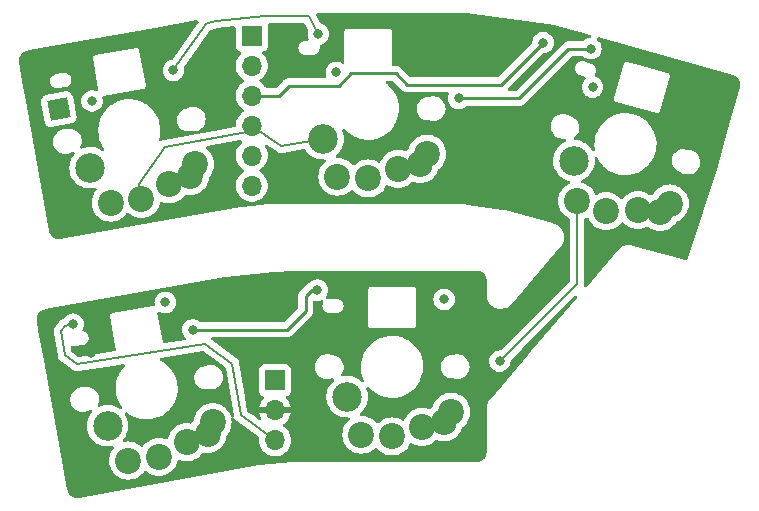
<source format=gbr>
%TF.GenerationSoftware,KiCad,Pcbnew,(6.99.0-4085-g6c752680d7)*%
%TF.CreationDate,2022-11-14T17:07:19+08:00*%
%TF.ProjectId,flex,666c6578-2e6b-4696-9361-645f70636258,rev?*%
%TF.SameCoordinates,Original*%
%TF.FileFunction,Copper,L4,Bot*%
%TF.FilePolarity,Positive*%
%FSLAX46Y46*%
G04 Gerber Fmt 4.6, Leading zero omitted, Abs format (unit mm)*
G04 Created by KiCad (PCBNEW (6.99.0-4085-g6c752680d7)) date 2022-11-14 17:07:19*
%MOMM*%
%LPD*%
G01*
G04 APERTURE LIST*
G04 Aperture macros list*
%AMRotRect*
0 Rectangle, with rotation*
0 The origin of the aperture is its center*
0 $1 length*
0 $2 width*
0 $3 Rotation angle, in degrees counterclockwise*
0 Add horizontal line*
21,1,$1,$2,0,0,$3*%
G04 Aperture macros list end*
%TA.AperFunction,ComponentPad*%
%ADD10R,1.700000X1.700000*%
%TD*%
%TA.AperFunction,ComponentPad*%
%ADD11O,1.700000X1.700000*%
%TD*%
%TA.AperFunction,ComponentPad*%
%ADD12C,2.500000*%
%TD*%
%TA.AperFunction,ComponentPad*%
%ADD13C,2.200000*%
%TD*%
%TA.AperFunction,ComponentPad*%
%ADD14RotRect,1.700000X1.700000X11.000000*%
%TD*%
%TA.AperFunction,ViaPad*%
%ADD15C,0.800000*%
%TD*%
%TA.AperFunction,Conductor*%
%ADD16C,0.250000*%
%TD*%
%TA.AperFunction,Conductor*%
%ADD17C,0.152400*%
%TD*%
G04 APERTURE END LIST*
D10*
%TO.P,J2,1,Pin_1*%
%TO.N,Vcc*%
X84959213Y-98494082D03*
D11*
%TO.P,J2,2,Pin_2*%
%TO.N,Gnd*%
X84959213Y-101034082D03*
%TO.P,J2,3,Pin_3*%
%TO.N,Din*%
X84959213Y-103574082D03*
%TD*%
D12*
%TO.P,SW9,1,1*%
%TO.N,row1*%
X70777774Y-102344288D03*
D13*
X72526802Y-105295407D03*
X75113349Y-104991643D03*
%TO.P,SW9,2,2*%
%TO.N,Net-(D9-A)*%
X77472369Y-103743034D03*
X79238126Y-103045821D03*
X79672727Y-102055306D03*
%TD*%
D12*
%TO.P,SW19,1,1*%
%TO.N,row1*%
X89024019Y-78048476D03*
D13*
X90234019Y-81258476D03*
X92834019Y-81408476D03*
%TO.P,SW19,2,2*%
%TO.N,Net-(D19-A)*%
X95374019Y-80588476D03*
X97234019Y-80208476D03*
X97834019Y-79308476D03*
%TD*%
D12*
%TO.P,SW14,1,1*%
%TO.N,row1*%
X110264700Y-79897101D03*
D13*
X110543031Y-83316273D03*
X113000966Y-84177119D03*
%TO.P,SW14,2,2*%
%TO.N,Net-(D14-A)*%
X115668593Y-84089003D03*
X117561282Y-84236409D03*
X118386113Y-83536656D03*
%TD*%
D10*
%TO.P,J1,1,Pin_1*%
%TO.N,col5*%
X82978828Y-69310873D03*
D11*
%TO.P,J1,2,Pin_2*%
%TO.N,col6*%
X82978828Y-71850873D03*
%TO.P,J1,3,Pin_3*%
%TO.N,col4*%
X82978828Y-74390873D03*
%TO.P,J1,4,Pin_4*%
%TO.N,row1*%
X82978828Y-76930873D03*
%TO.P,J1,5,Pin_5*%
%TO.N,col2*%
X82978828Y-79470873D03*
%TO.P,J1,6,Pin_6*%
%TO.N,col3*%
X82978828Y-82010873D03*
%TD*%
D12*
%TO.P,SW1,1,1*%
%TO.N,row1*%
X91056022Y-99892476D03*
D13*
X92266022Y-103102476D03*
X94866022Y-103252476D03*
%TO.P,SW1,2,2*%
%TO.N,Net-(D1-A)*%
X97406022Y-102432476D03*
X99266022Y-102052476D03*
X99866022Y-101152476D03*
%TD*%
D12*
%TO.P,SW5,1,1*%
%TO.N,row1*%
X69304578Y-80500284D03*
D13*
X71053606Y-83451403D03*
X73640153Y-83147639D03*
%TO.P,SW5,2,2*%
%TO.N,Net-(D5-A)*%
X75999173Y-81899030D03*
X77764930Y-81201817D03*
X78199531Y-80211302D03*
%TD*%
D14*
%TO.P,J3,1,Pin_1*%
%TO.N,Net-(D12-DOUT)*%
X66648412Y-75536199D03*
%TD*%
D15*
%TO.N,col4*%
X107650118Y-69909034D03*
%TO.N,row1*%
X103986371Y-96874827D03*
%TO.N,Vcc*%
X111841702Y-73675039D03*
X75663355Y-91909264D03*
X99273532Y-91645160D03*
X69461515Y-74847243D03*
X90143532Y-72435160D03*
%TO.N,Din*%
X67855711Y-93753350D03*
%TO.N,Gnd*%
X74146281Y-70030564D03*
X69348895Y-96149265D03*
X97003530Y-69855161D03*
X120331445Y-74216088D03*
X90773530Y-93785160D03*
%TO.N,Net-(D2-DOUT)*%
X88546371Y-90874828D03*
X77996370Y-94224828D03*
%TO.N,Net-(D10-DIN)*%
X100496371Y-74624828D03*
X111696370Y-70424827D03*
%TO.N,Net-(D10-DOUT)*%
X88620977Y-69194356D03*
X76347249Y-72262275D03*
%TD*%
D16*
%TO.N,col4*%
X91396370Y-72524828D02*
X95196371Y-72524829D01*
X85280325Y-74390872D02*
X86096371Y-73574828D01*
X95196371Y-72524829D02*
X96146370Y-73474828D01*
X82978828Y-74390873D02*
X85280325Y-74390872D01*
X104084324Y-73474829D02*
X107650118Y-69909034D01*
X90346370Y-73574828D02*
X91396370Y-72524828D01*
X86096371Y-73574828D02*
X90346370Y-73574828D01*
X96146370Y-73474828D02*
X104084324Y-73474829D01*
D17*
%TO.N,row1*%
X82978828Y-76930872D02*
X85469918Y-78675168D01*
X73412135Y-81854511D02*
X75600665Y-78728963D01*
X103986371Y-96874827D02*
X110543032Y-90318169D01*
X75600665Y-78728963D02*
X82581699Y-77498018D01*
X73640149Y-83147647D02*
X73412135Y-81854511D01*
X110543032Y-90318169D02*
X110543031Y-83316272D01*
X85469918Y-78675168D02*
X89024028Y-78048471D01*
X82581699Y-77498018D02*
X82978828Y-76930872D01*
%TO.N,Din*%
X75202634Y-96032096D02*
X68190053Y-97142783D01*
X81342867Y-97084509D02*
X79054622Y-95422009D01*
X82034109Y-101448867D02*
X81342867Y-97084509D01*
X67160334Y-96394650D02*
X66831826Y-94320511D01*
X84959213Y-103574077D02*
X82034109Y-101448867D01*
X79054622Y-95422009D02*
X75202634Y-96032096D01*
X66831826Y-94320511D02*
X67164325Y-93862858D01*
X68190053Y-97142783D02*
X67160334Y-96394650D01*
X67164325Y-93862858D02*
X67855711Y-93753350D01*
D16*
%TO.N,Net-(D2-DOUT)*%
X85946371Y-94224829D02*
X87296370Y-92874828D01*
X77996370Y-94224828D02*
X85946371Y-94224829D01*
X87546371Y-92624829D02*
X87546370Y-91374829D01*
X87546370Y-91374829D02*
X88046370Y-90874828D01*
X87296370Y-92874828D02*
X87546371Y-92624829D01*
X88046370Y-90874828D02*
X88546371Y-90874828D01*
%TO.N,Net-(D10-DIN)*%
X109796371Y-70474828D02*
X109846370Y-70424828D01*
X100496371Y-74624828D02*
X105646370Y-74624828D01*
X109846370Y-70424828D02*
X111696370Y-70424827D01*
X105646370Y-74624828D02*
X109796371Y-70474828D01*
D17*
%TO.N,Net-(D10-DOUT)*%
X79121415Y-68300355D02*
X79269135Y-68274310D01*
X87799188Y-67643497D02*
X88620977Y-69194356D01*
X79918538Y-68098876D02*
X84121884Y-67692802D01*
X84121884Y-67692802D02*
X87799188Y-67643497D01*
X79269135Y-68274310D02*
X79918538Y-68098876D01*
X76347249Y-72262275D02*
X79121415Y-68300355D01*
%TD*%
%TA.AperFunction,Conductor*%
%TO.N,Gnd*%
G36*
X78400149Y-68044293D02*
G01*
X78455330Y-68088963D01*
X78477601Y-68156377D01*
X78459891Y-68225129D01*
X78454885Y-68232865D01*
X76301188Y-71308663D01*
X76245731Y-71352991D01*
X76224172Y-71359638D01*
X76071427Y-71392106D01*
X76071422Y-71392108D01*
X76064961Y-71393481D01*
X76058931Y-71396166D01*
X76058930Y-71396166D01*
X75896527Y-71468472D01*
X75896525Y-71468473D01*
X75890497Y-71471157D01*
X75735996Y-71583409D01*
X75731575Y-71588319D01*
X75731574Y-71588320D01*
X75639186Y-71690928D01*
X75608209Y-71725331D01*
X75554896Y-71817671D01*
X75535727Y-71850874D01*
X75512722Y-71890719D01*
X75453707Y-72072347D01*
X75453017Y-72078908D01*
X75453017Y-72078910D01*
X75448299Y-72123797D01*
X75433745Y-72262275D01*
X75453707Y-72452203D01*
X75512722Y-72633831D01*
X75516025Y-72639553D01*
X75516026Y-72639554D01*
X75534279Y-72671169D01*
X75608209Y-72799219D01*
X75612627Y-72804126D01*
X75612628Y-72804127D01*
X75682057Y-72881236D01*
X75735996Y-72941141D01*
X75834016Y-73012357D01*
X75882769Y-73047778D01*
X75890497Y-73053393D01*
X75896525Y-73056077D01*
X75896527Y-73056078D01*
X76051323Y-73124997D01*
X76064961Y-73131069D01*
X76144615Y-73148000D01*
X76245305Y-73169403D01*
X76245310Y-73169403D01*
X76251762Y-73170775D01*
X76442736Y-73170775D01*
X76449188Y-73169403D01*
X76449193Y-73169403D01*
X76549883Y-73148000D01*
X76629537Y-73131069D01*
X76643175Y-73124997D01*
X76797971Y-73056078D01*
X76797973Y-73056077D01*
X76804001Y-73053393D01*
X76811730Y-73047778D01*
X76860482Y-73012357D01*
X76958502Y-72941141D01*
X77012441Y-72881236D01*
X77081870Y-72804127D01*
X77081871Y-72804126D01*
X77086289Y-72799219D01*
X77160219Y-72671169D01*
X77178472Y-72639554D01*
X77178473Y-72639553D01*
X77181776Y-72633831D01*
X77240791Y-72452203D01*
X77260753Y-72262275D01*
X77240791Y-72072347D01*
X77240989Y-72072326D01*
X77246155Y-72004676D01*
X77260784Y-71977005D01*
X78337831Y-70438823D01*
X79440507Y-68864038D01*
X79495963Y-68819711D01*
X79510856Y-68814671D01*
X80013427Y-68678903D01*
X80034167Y-68675128D01*
X81482213Y-68535236D01*
X81551941Y-68548595D01*
X81603378Y-68597531D01*
X81620329Y-68660652D01*
X81620329Y-70209512D01*
X81626840Y-70270075D01*
X81677940Y-70407078D01*
X81683339Y-70414290D01*
X81683340Y-70414292D01*
X81696141Y-70431392D01*
X81765568Y-70524135D01*
X81772779Y-70529533D01*
X81867835Y-70600691D01*
X81882625Y-70611763D01*
X81997637Y-70654661D01*
X82054471Y-70697207D01*
X82079282Y-70763727D01*
X82064190Y-70833101D01*
X82046304Y-70858054D01*
X81906635Y-71009773D01*
X81906632Y-71009777D01*
X81903107Y-71013606D01*
X81900256Y-71017970D01*
X81803030Y-71166786D01*
X81779969Y-71202083D01*
X81777877Y-71206852D01*
X81777875Y-71206856D01*
X81740995Y-71290936D01*
X81689533Y-71408258D01*
X81688251Y-71413319D01*
X81688251Y-71413320D01*
X81648708Y-71569471D01*
X81634265Y-71626506D01*
X81633835Y-71631697D01*
X81633834Y-71631702D01*
X81621887Y-71775883D01*
X81615673Y-71850874D01*
X81616103Y-71856063D01*
X81633818Y-72069845D01*
X81634265Y-72075242D01*
X81635546Y-72080300D01*
X81635546Y-72080301D01*
X81675723Y-72238954D01*
X81689533Y-72293490D01*
X81691629Y-72298268D01*
X81772856Y-72483448D01*
X81779969Y-72499665D01*
X81782819Y-72504027D01*
X81782821Y-72504031D01*
X81836802Y-72586655D01*
X81903107Y-72688142D01*
X81906632Y-72691971D01*
X81906635Y-72691975D01*
X81931219Y-72718680D01*
X82055589Y-72853780D01*
X82059708Y-72856986D01*
X82213239Y-72976485D01*
X82233253Y-72992063D01*
X82249925Y-73001085D01*
X82266509Y-73010060D01*
X82316900Y-73060073D01*
X82332252Y-73129390D01*
X82307692Y-73196003D01*
X82266510Y-73231687D01*
X82233253Y-73249685D01*
X82229142Y-73252884D01*
X82229140Y-73252886D01*
X82059708Y-73384762D01*
X82055589Y-73387968D01*
X82008189Y-73439457D01*
X81906635Y-73549773D01*
X81906632Y-73549777D01*
X81903107Y-73553606D01*
X81900257Y-73557969D01*
X81900256Y-73557970D01*
X81790825Y-73725467D01*
X81779969Y-73742083D01*
X81777877Y-73746852D01*
X81777875Y-73746856D01*
X81726054Y-73864998D01*
X81689533Y-73948258D01*
X81688251Y-73953319D01*
X81688251Y-73953320D01*
X81647803Y-74113047D01*
X81634265Y-74166506D01*
X81633835Y-74171697D01*
X81633834Y-74171702D01*
X81624952Y-74278892D01*
X81615673Y-74390874D01*
X81616103Y-74396063D01*
X81633616Y-74607409D01*
X81634265Y-74615242D01*
X81635546Y-74620300D01*
X81635546Y-74620301D01*
X81678168Y-74788609D01*
X81689533Y-74833490D01*
X81707129Y-74873606D01*
X81774227Y-75026574D01*
X81779969Y-75039665D01*
X81782819Y-75044027D01*
X81782821Y-75044031D01*
X81829220Y-75115049D01*
X81903107Y-75228142D01*
X81906632Y-75231971D01*
X81906635Y-75231975D01*
X81972658Y-75303694D01*
X82055589Y-75393780D01*
X82059708Y-75396986D01*
X82219294Y-75521198D01*
X82233253Y-75532063D01*
X82237834Y-75534542D01*
X82266509Y-75550060D01*
X82316900Y-75600073D01*
X82332252Y-75669390D01*
X82307692Y-75736003D01*
X82266510Y-75771687D01*
X82233253Y-75789685D01*
X82229142Y-75792884D01*
X82229140Y-75792886D01*
X82076142Y-75911971D01*
X82055589Y-75927968D01*
X82039245Y-75945722D01*
X81906635Y-76089773D01*
X81906632Y-76089777D01*
X81903107Y-76093606D01*
X81890241Y-76113299D01*
X81786931Y-76271427D01*
X81779969Y-76282083D01*
X81777877Y-76286852D01*
X81777875Y-76286856D01*
X81734252Y-76386308D01*
X81689533Y-76488258D01*
X81688251Y-76493319D01*
X81688251Y-76493320D01*
X81640307Y-76682647D01*
X81634265Y-76706506D01*
X81633835Y-76711697D01*
X81633834Y-76711702D01*
X81622070Y-76853679D01*
X81615673Y-76930874D01*
X81616103Y-76936063D01*
X81616103Y-76936065D01*
X81617923Y-76958031D01*
X81603614Y-77027571D01*
X81553980Y-77078335D01*
X81514234Y-77092521D01*
X80287585Y-77308812D01*
X78314318Y-77656752D01*
X78275163Y-77652385D01*
X78261371Y-77663298D01*
X78236077Y-77670548D01*
X77000669Y-77888384D01*
X75545002Y-78145057D01*
X75528620Y-78146851D01*
X75519835Y-78147235D01*
X75498256Y-78148177D01*
X75490379Y-78150661D01*
X75490377Y-78150661D01*
X75436725Y-78167578D01*
X75359302Y-78191989D01*
X75359300Y-78191990D01*
X75351428Y-78194472D01*
X75341379Y-78200874D01*
X75325715Y-78210853D01*
X75257515Y-78230585D01*
X75189474Y-78210313D01*
X75143195Y-78156473D01*
X75133370Y-78086160D01*
X75136825Y-78070104D01*
X75138294Y-78064943D01*
X75185218Y-77900022D01*
X75187872Y-77882929D01*
X75234301Y-77583823D01*
X75234897Y-77579984D01*
X75235184Y-77570664D01*
X75244751Y-77260141D01*
X75244751Y-77260135D01*
X75244870Y-77256267D01*
X75214987Y-76933778D01*
X75159576Y-76680760D01*
X75146531Y-76621195D01*
X75146530Y-76621192D01*
X75145701Y-76617406D01*
X75140985Y-76604022D01*
X75106022Y-76504803D01*
X76639180Y-76504803D01*
X76640147Y-76511115D01*
X76640147Y-76511117D01*
X76667170Y-76687520D01*
X76669222Y-76700913D01*
X76738127Y-76886960D01*
X76843072Y-77055329D01*
X76979761Y-77199126D01*
X76985000Y-77202773D01*
X76985003Y-77202775D01*
X77094900Y-77279265D01*
X77142598Y-77312464D01*
X77324917Y-77390703D01*
X77331175Y-77391989D01*
X77331178Y-77391990D01*
X77422085Y-77410671D01*
X77519253Y-77430640D01*
X77667925Y-77430640D01*
X77799565Y-77417253D01*
X77826039Y-77418509D01*
X77826138Y-77417508D01*
X77977384Y-77432405D01*
X77977391Y-77432405D01*
X77980464Y-77432708D01*
X78083680Y-77432708D01*
X78086753Y-77432405D01*
X78086760Y-77432405D01*
X78201844Y-77421070D01*
X78229418Y-77426300D01*
X78236486Y-77419771D01*
X78255861Y-77412092D01*
X78436026Y-77357440D01*
X78618522Y-77259893D01*
X78778482Y-77128618D01*
X78909757Y-76968658D01*
X79007304Y-76786162D01*
X79031467Y-76706506D01*
X79065575Y-76594068D01*
X79065576Y-76594062D01*
X79067372Y-76588142D01*
X79087655Y-76382208D01*
X79067372Y-76176274D01*
X79065576Y-76170354D01*
X79065575Y-76170348D01*
X79009099Y-75984172D01*
X79007304Y-75978254D01*
X78909757Y-75795758D01*
X78778482Y-75635798D01*
X78618522Y-75504523D01*
X78436026Y-75406976D01*
X78386948Y-75392089D01*
X78243932Y-75348705D01*
X78243926Y-75348704D01*
X78238006Y-75346908D01*
X78164892Y-75339707D01*
X78086760Y-75332011D01*
X78086753Y-75332011D01*
X78083680Y-75331708D01*
X77980464Y-75331708D01*
X77977391Y-75332011D01*
X77977384Y-75332011D01*
X77899252Y-75339707D01*
X77826138Y-75346908D01*
X77820218Y-75348704D01*
X77820212Y-75348705D01*
X77750329Y-75369904D01*
X77628118Y-75406976D01*
X77622663Y-75409892D01*
X77622656Y-75409895D01*
X77496051Y-75477568D01*
X77449399Y-75491801D01*
X77442391Y-75492513D01*
X77427431Y-75494034D01*
X77427426Y-75494035D01*
X77421073Y-75494681D01*
X77231774Y-75554073D01*
X77058306Y-75650356D01*
X76907770Y-75779587D01*
X76903861Y-75784637D01*
X76903860Y-75784638D01*
X76790240Y-75931422D01*
X76790238Y-75931426D01*
X76786330Y-75936474D01*
X76698957Y-76114596D01*
X76697356Y-76120778D01*
X76697356Y-76120779D01*
X76653366Y-76290679D01*
X76649228Y-76306660D01*
X76648905Y-76313034D01*
X76648904Y-76313039D01*
X76644055Y-76408676D01*
X76639180Y-76504803D01*
X75106022Y-76504803D01*
X75039351Y-76315606D01*
X75039349Y-76315602D01*
X75038061Y-76311946D01*
X75027472Y-76290679D01*
X74895427Y-76025498D01*
X74895426Y-76025496D01*
X74893699Y-76022028D01*
X74743768Y-75795758D01*
X74716948Y-75755282D01*
X74716942Y-75755274D01*
X74714805Y-75752049D01*
X74627869Y-75650577D01*
X74506615Y-75509049D01*
X74506611Y-75509045D01*
X74504088Y-75506100D01*
X74501224Y-75503489D01*
X74501219Y-75503484D01*
X74287558Y-75308707D01*
X74264745Y-75287910D01*
X74000403Y-75100786D01*
X73964408Y-75081457D01*
X73718476Y-74949394D01*
X73718469Y-74949391D01*
X73715069Y-74947565D01*
X73484357Y-74858187D01*
X73416691Y-74831973D01*
X73416689Y-74831972D01*
X73413069Y-74830570D01*
X73236787Y-74786233D01*
X73102751Y-74752521D01*
X73102744Y-74752520D01*
X73098980Y-74751573D01*
X72777564Y-74711773D01*
X72534742Y-74711773D01*
X72521305Y-74712602D01*
X72296241Y-74726483D01*
X72296234Y-74726484D01*
X72292373Y-74726722D01*
X71974017Y-74786233D01*
X71665387Y-74884415D01*
X71661865Y-74886035D01*
X71661866Y-74886035D01*
X71374684Y-75018159D01*
X71374676Y-75018163D01*
X71371162Y-75019780D01*
X71367861Y-75021824D01*
X71367859Y-75021825D01*
X71141837Y-75161772D01*
X71095801Y-75190276D01*
X71092770Y-75192715D01*
X70848728Y-75389095D01*
X70843480Y-75393318D01*
X70618023Y-75625829D01*
X70615688Y-75628921D01*
X70611490Y-75634480D01*
X70422847Y-75884283D01*
X70420906Y-75887645D01*
X70420904Y-75887648D01*
X70391158Y-75939170D01*
X70260912Y-76164763D01*
X70251686Y-76186561D01*
X70136185Y-76459441D01*
X70136182Y-76459449D01*
X70134672Y-76463017D01*
X70046040Y-76774524D01*
X70045445Y-76778358D01*
X70045444Y-76778362D01*
X70020964Y-76936065D01*
X69996361Y-77094562D01*
X69996241Y-77098443D01*
X69996241Y-77098448D01*
X69986579Y-77412091D01*
X69986388Y-77418279D01*
X70016271Y-77740768D01*
X70034482Y-77823924D01*
X70083660Y-78048476D01*
X70085557Y-78057140D01*
X70086847Y-78060800D01*
X70086847Y-78060801D01*
X70176742Y-78315903D01*
X70193197Y-78362600D01*
X70194922Y-78366064D01*
X70194924Y-78366069D01*
X70316185Y-78609594D01*
X70337559Y-78652518D01*
X70494701Y-78889671D01*
X70515655Y-78957503D01*
X70496608Y-79025897D01*
X70443609Y-79073137D01*
X70373483Y-79084223D01*
X70318689Y-79063373D01*
X70190190Y-78975764D01*
X70190188Y-78975763D01*
X70186294Y-78973108D01*
X70042219Y-78903725D01*
X69953081Y-78860798D01*
X69953079Y-78860797D01*
X69948832Y-78858752D01*
X69696978Y-78781066D01*
X69692328Y-78780365D01*
X69692323Y-78780364D01*
X69581001Y-78763585D01*
X69436359Y-78741784D01*
X69172797Y-78741784D01*
X69028155Y-78763585D01*
X68916833Y-78780364D01*
X68916828Y-78780365D01*
X68912178Y-78781066D01*
X68856459Y-78798253D01*
X68664832Y-78857361D01*
X68664826Y-78857363D01*
X68660324Y-78858752D01*
X68656077Y-78860797D01*
X68656070Y-78860800D01*
X68629038Y-78873818D01*
X68558985Y-78885353D01*
X68493816Y-78857184D01*
X68454222Y-78798253D01*
X68452774Y-78727271D01*
X68461246Y-78704807D01*
X68529486Y-78565691D01*
X68529489Y-78565682D01*
X68532301Y-78559950D01*
X68542230Y-78521601D01*
X68580430Y-78374067D01*
X68580431Y-78374063D01*
X68582030Y-78367886D01*
X68582353Y-78361512D01*
X68582354Y-78361507D01*
X68589993Y-78210853D01*
X68592078Y-78169743D01*
X68588775Y-78148177D01*
X68563003Y-77979945D01*
X68563003Y-77979944D01*
X68562036Y-77973633D01*
X68493131Y-77787586D01*
X68489057Y-77781049D01*
X68415662Y-77663298D01*
X68388186Y-77619217D01*
X68251497Y-77475420D01*
X68246258Y-77471773D01*
X68246255Y-77471771D01*
X68093907Y-77365734D01*
X68088660Y-77362082D01*
X67906341Y-77283843D01*
X67900083Y-77282557D01*
X67900080Y-77282556D01*
X67803988Y-77262809D01*
X67712005Y-77243906D01*
X67563333Y-77243906D01*
X67431693Y-77257293D01*
X67405219Y-77256037D01*
X67405120Y-77257038D01*
X67253874Y-77242141D01*
X67253867Y-77242141D01*
X67250794Y-77241838D01*
X67147578Y-77241838D01*
X67144505Y-77242141D01*
X67144498Y-77242141D01*
X67066366Y-77249837D01*
X66993252Y-77257038D01*
X66987332Y-77258834D01*
X66987326Y-77258835D01*
X66844310Y-77302219D01*
X66795232Y-77317106D01*
X66612736Y-77414653D01*
X66452776Y-77545928D01*
X66321501Y-77705888D01*
X66223954Y-77888384D01*
X66217643Y-77909188D01*
X66165683Y-78080478D01*
X66165682Y-78080484D01*
X66163886Y-78086404D01*
X66143603Y-78292338D01*
X66163886Y-78498272D01*
X66165682Y-78504192D01*
X66165683Y-78504198D01*
X66186767Y-78573703D01*
X66223954Y-78696292D01*
X66321501Y-78878788D01*
X66452776Y-79038748D01*
X66612736Y-79170023D01*
X66795232Y-79267570D01*
X66807687Y-79271348D01*
X66987326Y-79325841D01*
X66987332Y-79325842D01*
X66993252Y-79327638D01*
X67066366Y-79334839D01*
X67144498Y-79342535D01*
X67144505Y-79342535D01*
X67147578Y-79342838D01*
X67250794Y-79342838D01*
X67253867Y-79342535D01*
X67253874Y-79342535D01*
X67332006Y-79334839D01*
X67405120Y-79327638D01*
X67411040Y-79325842D01*
X67411046Y-79325841D01*
X67541200Y-79286359D01*
X67603140Y-79267570D01*
X67608598Y-79264653D01*
X67608602Y-79264651D01*
X67735207Y-79196978D01*
X67781859Y-79182745D01*
X67788867Y-79182033D01*
X67803827Y-79180512D01*
X67803832Y-79180511D01*
X67810185Y-79179865D01*
X67816281Y-79177952D01*
X67822540Y-79176666D01*
X67822871Y-79178278D01*
X67885755Y-79177124D01*
X67946176Y-79214405D01*
X67976849Y-79278433D01*
X67968037Y-79348881D01*
X67950993Y-79377211D01*
X67940319Y-79390596D01*
X67850498Y-79503227D01*
X67850495Y-79503231D01*
X67847563Y-79506908D01*
X67845210Y-79510984D01*
X67845207Y-79510988D01*
X67786732Y-79612271D01*
X67715782Y-79735160D01*
X67681735Y-79821911D01*
X67626797Y-79961890D01*
X67619491Y-79980504D01*
X67618441Y-79985103D01*
X67618441Y-79985104D01*
X67581861Y-80145374D01*
X67560843Y-80237458D01*
X67560491Y-80242158D01*
X67560490Y-80242163D01*
X67543421Y-80469943D01*
X67541147Y-80500284D01*
X67541499Y-80504981D01*
X67560259Y-80755312D01*
X67560843Y-80763110D01*
X67561893Y-80767709D01*
X67561893Y-80767711D01*
X67579023Y-80842762D01*
X67619491Y-81020064D01*
X67621215Y-81024455D01*
X67621215Y-81024457D01*
X67634218Y-81057587D01*
X67715782Y-81265408D01*
X67769991Y-81359301D01*
X67844150Y-81487748D01*
X67847563Y-81493660D01*
X67850495Y-81497337D01*
X67850498Y-81497341D01*
X68008957Y-81696042D01*
X68011892Y-81699722D01*
X68205097Y-81878990D01*
X68299052Y-81943047D01*
X68417064Y-82023506D01*
X68422863Y-82027460D01*
X68427112Y-82029506D01*
X68427115Y-82029508D01*
X68543647Y-82085627D01*
X68660324Y-82141816D01*
X68664826Y-82143205D01*
X68664832Y-82143207D01*
X68790874Y-82182085D01*
X68912178Y-82219502D01*
X68916828Y-82220203D01*
X68916833Y-82220204D01*
X68990638Y-82231328D01*
X69172797Y-82258784D01*
X69436359Y-82258784D01*
X69696978Y-82219502D01*
X69697191Y-82220913D01*
X69761766Y-82224871D01*
X69819032Y-82266836D01*
X69844519Y-82333100D01*
X69830135Y-82402625D01*
X69814749Y-82425200D01*
X69751488Y-82499268D01*
X69751485Y-82499272D01*
X69748278Y-82503027D01*
X69615990Y-82718901D01*
X69614097Y-82723471D01*
X69614095Y-82723475D01*
X69523173Y-82942981D01*
X69519101Y-82952812D01*
X69517946Y-82957624D01*
X69492439Y-83063870D01*
X69459997Y-83199000D01*
X69440132Y-83451403D01*
X69459997Y-83703806D01*
X69461151Y-83708613D01*
X69461152Y-83708619D01*
X69486636Y-83814766D01*
X69519101Y-83949994D01*
X69520994Y-83954565D01*
X69520995Y-83954567D01*
X69579585Y-84096015D01*
X69615990Y-84183905D01*
X69748278Y-84399779D01*
X69912708Y-84592301D01*
X70105230Y-84756731D01*
X70321104Y-84889019D01*
X70325674Y-84890912D01*
X70325678Y-84890914D01*
X70526923Y-84974272D01*
X70555015Y-84985908D01*
X70639638Y-85006224D01*
X70796390Y-85043857D01*
X70796396Y-85043858D01*
X70801203Y-85045012D01*
X71053606Y-85064877D01*
X71306009Y-85045012D01*
X71310816Y-85043858D01*
X71310822Y-85043857D01*
X71467574Y-85006224D01*
X71552197Y-84985908D01*
X71580289Y-84974272D01*
X71781534Y-84890914D01*
X71781538Y-84890912D01*
X71786108Y-84889019D01*
X72001982Y-84756731D01*
X72194504Y-84592301D01*
X72358934Y-84399779D01*
X72361516Y-84395565D01*
X72361520Y-84395560D01*
X72374809Y-84373874D01*
X72427456Y-84326242D01*
X72497498Y-84314635D01*
X72564073Y-84343897D01*
X72691777Y-84452967D01*
X72907651Y-84585255D01*
X72912221Y-84587148D01*
X72912225Y-84587150D01*
X73136989Y-84680250D01*
X73141562Y-84682144D01*
X73226185Y-84702460D01*
X73382937Y-84740093D01*
X73382943Y-84740094D01*
X73387750Y-84741248D01*
X73640153Y-84761113D01*
X73892556Y-84741248D01*
X73897363Y-84740094D01*
X73897369Y-84740093D01*
X74054121Y-84702460D01*
X74138744Y-84682144D01*
X74143317Y-84680250D01*
X74368081Y-84587150D01*
X74368085Y-84587148D01*
X74372655Y-84585255D01*
X74588529Y-84452967D01*
X74781051Y-84288537D01*
X74945481Y-84096015D01*
X75077769Y-83880141D01*
X75101312Y-83823305D01*
X75172764Y-83650803D01*
X75172765Y-83650801D01*
X75174658Y-83646230D01*
X75193277Y-83568676D01*
X75216143Y-83473433D01*
X75251495Y-83411864D01*
X75314522Y-83379181D01*
X75386880Y-83386438D01*
X75448264Y-83411864D01*
X75500582Y-83433535D01*
X75575008Y-83451403D01*
X75741957Y-83491484D01*
X75741963Y-83491485D01*
X75746770Y-83492639D01*
X75999173Y-83512504D01*
X76251576Y-83492639D01*
X76256383Y-83491485D01*
X76256389Y-83491484D01*
X76423338Y-83451403D01*
X76497764Y-83433535D01*
X76502337Y-83431641D01*
X76727101Y-83338541D01*
X76727105Y-83338539D01*
X76731675Y-83336646D01*
X76947549Y-83204358D01*
X77140071Y-83039928D01*
X77304501Y-82847406D01*
X77309801Y-82838758D01*
X77311118Y-82836609D01*
X77363766Y-82788978D01*
X77433808Y-82777372D01*
X77447964Y-82779926D01*
X77507714Y-82794271D01*
X77507720Y-82794272D01*
X77512527Y-82795426D01*
X77764930Y-82815291D01*
X78017333Y-82795426D01*
X78022140Y-82794272D01*
X78022146Y-82794271D01*
X78222463Y-82746179D01*
X78263521Y-82736322D01*
X78277548Y-82730512D01*
X78492858Y-82641328D01*
X78492862Y-82641326D01*
X78497432Y-82639433D01*
X78713306Y-82507145D01*
X78905828Y-82342715D01*
X79070258Y-82150193D01*
X79202546Y-81934319D01*
X79206999Y-81923570D01*
X79297541Y-81704981D01*
X79297542Y-81704979D01*
X79299435Y-81700408D01*
X79332308Y-81563480D01*
X79357384Y-81459033D01*
X79357385Y-81459027D01*
X79358539Y-81454220D01*
X79366010Y-81359301D01*
X79395811Y-81287358D01*
X79501643Y-81163444D01*
X79501646Y-81163440D01*
X79504859Y-81159678D01*
X79637147Y-80943804D01*
X79640213Y-80936404D01*
X79732142Y-80714466D01*
X79732143Y-80714464D01*
X79734036Y-80709893D01*
X79771213Y-80555038D01*
X79791985Y-80468518D01*
X79791986Y-80468512D01*
X79793140Y-80463705D01*
X79813005Y-80211302D01*
X79793140Y-79958899D01*
X79791760Y-79953148D01*
X79735191Y-79717523D01*
X79734036Y-79712711D01*
X79726800Y-79695242D01*
X79639042Y-79483374D01*
X79639040Y-79483370D01*
X79637147Y-79478800D01*
X79504859Y-79262926D01*
X79340429Y-79070404D01*
X79148450Y-78906437D01*
X79109641Y-78846987D01*
X79109135Y-78775993D01*
X79147091Y-78715994D01*
X79208400Y-78686541D01*
X82026819Y-78189578D01*
X82097376Y-78197447D01*
X82152480Y-78242214D01*
X82174634Y-78309666D01*
X82156803Y-78378387D01*
X82126089Y-78413095D01*
X82055589Y-78467968D01*
X82052057Y-78471805D01*
X81906635Y-78629773D01*
X81906632Y-78629777D01*
X81903107Y-78633606D01*
X81872277Y-78680795D01*
X81784789Y-78814706D01*
X81779969Y-78822083D01*
X81777877Y-78826852D01*
X81777875Y-78826856D01*
X81762987Y-78860798D01*
X81689533Y-79028258D01*
X81688251Y-79033319D01*
X81688251Y-79033320D01*
X81638610Y-79229347D01*
X81634265Y-79246506D01*
X81633835Y-79251697D01*
X81633834Y-79251702D01*
X81622653Y-79386636D01*
X81615673Y-79470874D01*
X81616103Y-79476063D01*
X81633780Y-79689383D01*
X81634265Y-79695242D01*
X81635546Y-79700300D01*
X81635546Y-79700301D01*
X81646368Y-79743034D01*
X81689533Y-79913490D01*
X81709451Y-79958899D01*
X81748255Y-80047363D01*
X81779969Y-80119665D01*
X81782819Y-80124027D01*
X81782821Y-80124031D01*
X81853921Y-80232857D01*
X81903107Y-80308142D01*
X81906632Y-80311971D01*
X81906635Y-80311975D01*
X81956755Y-80366419D01*
X82055589Y-80473780D01*
X82059708Y-80476986D01*
X82162865Y-80557277D01*
X82233253Y-80612063D01*
X82237834Y-80614542D01*
X82266509Y-80630060D01*
X82316900Y-80680073D01*
X82332252Y-80749390D01*
X82307692Y-80816003D01*
X82266510Y-80851687D01*
X82233253Y-80869685D01*
X82229142Y-80872884D01*
X82229140Y-80872886D01*
X82141657Y-80940978D01*
X82055589Y-81007968D01*
X82044454Y-81020064D01*
X81906635Y-81169773D01*
X81906632Y-81169777D01*
X81903107Y-81173606D01*
X81779969Y-81362083D01*
X81777877Y-81366852D01*
X81777875Y-81366856D01*
X81753855Y-81421617D01*
X81689533Y-81568258D01*
X81688251Y-81573319D01*
X81688251Y-81573320D01*
X81642431Y-81754259D01*
X81634265Y-81786506D01*
X81633835Y-81791697D01*
X81633834Y-81791702D01*
X81621293Y-81943047D01*
X81615673Y-82010874D01*
X81616103Y-82016063D01*
X81633727Y-82228746D01*
X81634265Y-82235242D01*
X81635546Y-82240300D01*
X81635546Y-82240301D01*
X81674199Y-82392936D01*
X81689533Y-82453490D01*
X81707914Y-82495394D01*
X81775507Y-82649492D01*
X81779969Y-82659665D01*
X81782819Y-82664027D01*
X81782821Y-82664031D01*
X81864453Y-82788978D01*
X81903107Y-82848142D01*
X81906632Y-82851971D01*
X81906635Y-82851975D01*
X81992177Y-82944897D01*
X82055589Y-83013780D01*
X82059708Y-83016986D01*
X82224400Y-83145172D01*
X82233253Y-83152063D01*
X82237834Y-83154542D01*
X82379429Y-83231169D01*
X82431255Y-83259216D01*
X82644194Y-83332318D01*
X82649328Y-83333175D01*
X82649333Y-83333176D01*
X82861123Y-83368517D01*
X82861125Y-83368517D01*
X82866260Y-83369374D01*
X83091398Y-83369374D01*
X83096533Y-83368517D01*
X83096535Y-83368517D01*
X83308325Y-83333176D01*
X83308330Y-83333175D01*
X83313464Y-83332318D01*
X83526403Y-83259216D01*
X83578230Y-83231169D01*
X83719824Y-83154542D01*
X83724405Y-83152063D01*
X83733259Y-83145172D01*
X83897950Y-83016986D01*
X83902069Y-83013780D01*
X83965481Y-82944897D01*
X84051023Y-82851975D01*
X84051026Y-82851971D01*
X84054551Y-82848142D01*
X84093205Y-82788978D01*
X84174837Y-82664031D01*
X84174839Y-82664027D01*
X84177689Y-82659665D01*
X84182152Y-82649492D01*
X84249744Y-82495394D01*
X84268125Y-82453490D01*
X84283460Y-82392936D01*
X84322112Y-82240301D01*
X84322112Y-82240300D01*
X84323393Y-82235242D01*
X84323932Y-82228746D01*
X84341555Y-82016063D01*
X84341985Y-82010874D01*
X84336365Y-81943047D01*
X84323824Y-81791702D01*
X84323823Y-81791697D01*
X84323393Y-81786506D01*
X84315227Y-81754259D01*
X84269407Y-81573320D01*
X84269407Y-81573319D01*
X84268125Y-81568258D01*
X84203803Y-81421617D01*
X84179783Y-81366856D01*
X84179781Y-81366852D01*
X84177689Y-81362083D01*
X84054551Y-81173606D01*
X84051026Y-81169777D01*
X84051023Y-81169773D01*
X83913204Y-81020064D01*
X83902069Y-81007968D01*
X83816001Y-80940978D01*
X83728518Y-80872886D01*
X83728516Y-80872884D01*
X83724405Y-80869685D01*
X83691149Y-80851688D01*
X83640758Y-80801675D01*
X83625406Y-80732358D01*
X83649966Y-80665745D01*
X83691149Y-80630060D01*
X83719824Y-80614542D01*
X83724405Y-80612063D01*
X83794794Y-80557277D01*
X83897950Y-80476986D01*
X83902069Y-80473780D01*
X84000903Y-80366419D01*
X84051023Y-80311975D01*
X84051026Y-80311971D01*
X84054551Y-80308142D01*
X84103737Y-80232857D01*
X84174837Y-80124031D01*
X84174839Y-80124027D01*
X84177689Y-80119665D01*
X84209404Y-80047363D01*
X84248207Y-79958899D01*
X84268125Y-79913490D01*
X84311291Y-79743034D01*
X84322112Y-79700301D01*
X84322112Y-79700300D01*
X84323393Y-79695242D01*
X84323879Y-79689383D01*
X84341555Y-79476063D01*
X84341985Y-79470874D01*
X84335005Y-79386636D01*
X84323824Y-79251702D01*
X84323823Y-79251697D01*
X84323393Y-79246506D01*
X84319048Y-79229347D01*
X84269407Y-79033320D01*
X84269407Y-79033319D01*
X84268125Y-79028258D01*
X84194671Y-78860798D01*
X84179783Y-78826856D01*
X84179781Y-78826852D01*
X84177689Y-78822083D01*
X84127870Y-78745830D01*
X84107358Y-78677863D01*
X84126847Y-78609594D01*
X84180152Y-78562699D01*
X84250348Y-78552067D01*
X84305625Y-78573703D01*
X85096390Y-79127408D01*
X85109238Y-79137719D01*
X85131655Y-79158260D01*
X85138978Y-79162072D01*
X85167014Y-79176666D01*
X85191645Y-79189488D01*
X85268211Y-79229346D01*
X85268216Y-79229347D01*
X85278404Y-79231606D01*
X85278405Y-79231606D01*
X85313595Y-79239407D01*
X85418520Y-79262669D01*
X85426772Y-79262309D01*
X85426776Y-79262309D01*
X85475750Y-79260170D01*
X85475753Y-79260170D01*
X85564076Y-79256315D01*
X85572324Y-79255955D01*
X85601322Y-79246812D01*
X85617331Y-79242895D01*
X87405320Y-78927619D01*
X87475879Y-78935488D01*
X87530983Y-78980255D01*
X87536319Y-78988704D01*
X87567004Y-79041852D01*
X87569936Y-79045529D01*
X87569939Y-79045533D01*
X87727330Y-79242895D01*
X87731333Y-79247914D01*
X87924538Y-79427182D01*
X88000248Y-79478800D01*
X88136245Y-79571521D01*
X88142304Y-79575652D01*
X88146553Y-79577698D01*
X88146556Y-79577700D01*
X88264035Y-79634275D01*
X88379765Y-79690008D01*
X88384267Y-79691397D01*
X88384273Y-79691399D01*
X88526145Y-79735160D01*
X88631619Y-79767694D01*
X88636269Y-79768395D01*
X88636274Y-79768396D01*
X88747596Y-79785175D01*
X88892238Y-79806976D01*
X89115250Y-79806976D01*
X89183371Y-79826978D01*
X89229864Y-79880634D01*
X89239968Y-79950908D01*
X89210474Y-80015488D01*
X89197081Y-80028787D01*
X89119988Y-80094631D01*
X89093121Y-80117578D01*
X88928691Y-80310100D01*
X88796403Y-80525974D01*
X88794510Y-80530544D01*
X88794508Y-80530548D01*
X88706855Y-80742162D01*
X88699514Y-80759885D01*
X88697635Y-80767711D01*
X88655025Y-80945198D01*
X88640410Y-81006073D01*
X88620545Y-81258476D01*
X88640410Y-81510879D01*
X88641564Y-81515686D01*
X88641565Y-81515692D01*
X88660156Y-81593128D01*
X88699514Y-81757067D01*
X88701407Y-81761638D01*
X88701408Y-81761640D01*
X88777028Y-81944202D01*
X88796403Y-81990978D01*
X88928691Y-82206852D01*
X89093121Y-82399374D01*
X89285643Y-82563804D01*
X89501517Y-82696092D01*
X89506087Y-82697985D01*
X89506091Y-82697987D01*
X89730855Y-82791087D01*
X89735428Y-82792981D01*
X89800478Y-82808598D01*
X89976803Y-82850930D01*
X89976809Y-82850931D01*
X89981616Y-82852085D01*
X90234019Y-82871950D01*
X90486422Y-82852085D01*
X90491229Y-82850931D01*
X90491235Y-82850930D01*
X90667560Y-82808598D01*
X90732610Y-82792981D01*
X90737183Y-82791087D01*
X90961947Y-82697987D01*
X90961951Y-82697985D01*
X90966521Y-82696092D01*
X91182395Y-82563804D01*
X91374917Y-82399374D01*
X91378125Y-82395618D01*
X91380807Y-82392936D01*
X91443119Y-82358910D01*
X91513934Y-82363975D01*
X91565713Y-82400200D01*
X91654311Y-82503934D01*
X91693121Y-82549374D01*
X91885643Y-82713804D01*
X92101517Y-82846092D01*
X92106087Y-82847985D01*
X92106091Y-82847987D01*
X92330855Y-82941087D01*
X92335428Y-82942981D01*
X92396421Y-82957624D01*
X92576803Y-83000930D01*
X92576809Y-83000931D01*
X92581616Y-83002085D01*
X92834019Y-83021950D01*
X93086422Y-83002085D01*
X93091229Y-83000931D01*
X93091235Y-83000930D01*
X93271617Y-82957624D01*
X93332610Y-82942981D01*
X93337183Y-82941087D01*
X93561947Y-82847987D01*
X93561951Y-82847985D01*
X93566521Y-82846092D01*
X93782395Y-82713804D01*
X93974917Y-82549374D01*
X94139347Y-82356852D01*
X94271635Y-82140978D01*
X94278612Y-82124136D01*
X94328013Y-82004870D01*
X94372561Y-81949589D01*
X94439925Y-81927168D01*
X94510257Y-81945656D01*
X94637287Y-82023501D01*
X94637297Y-82023506D01*
X94641517Y-82026092D01*
X94646087Y-82027985D01*
X94646091Y-82027987D01*
X94785247Y-82085627D01*
X94875428Y-82122981D01*
X94945360Y-82139770D01*
X95116803Y-82180930D01*
X95116809Y-82180931D01*
X95121616Y-82182085D01*
X95374019Y-82201950D01*
X95626422Y-82182085D01*
X95631229Y-82180931D01*
X95631235Y-82180930D01*
X95802678Y-82139770D01*
X95872610Y-82122981D01*
X95962791Y-82085627D01*
X96101947Y-82027987D01*
X96101951Y-82027985D01*
X96106521Y-82026092D01*
X96322395Y-81893804D01*
X96514917Y-81729374D01*
X96515908Y-81730534D01*
X96572274Y-81699755D01*
X96647275Y-81706467D01*
X96702578Y-81729374D01*
X96735428Y-81742981D01*
X96782405Y-81754259D01*
X96976803Y-81800930D01*
X96976809Y-81800931D01*
X96981616Y-81802085D01*
X97234019Y-81821950D01*
X97486422Y-81802085D01*
X97491229Y-81800931D01*
X97491235Y-81800930D01*
X97685633Y-81754259D01*
X97732610Y-81742981D01*
X97762660Y-81730534D01*
X97961947Y-81647987D01*
X97961951Y-81647985D01*
X97966521Y-81646092D01*
X98182395Y-81513804D01*
X98374917Y-81349374D01*
X98539347Y-81156852D01*
X98671635Y-80940978D01*
X98689943Y-80896780D01*
X98766630Y-80711640D01*
X98766631Y-80711638D01*
X98768524Y-80707067D01*
X98769680Y-80702253D01*
X98769682Y-80702246D01*
X98783556Y-80644459D01*
X98824243Y-80578063D01*
X98971161Y-80452582D01*
X98974917Y-80449374D01*
X99139347Y-80256852D01*
X99271635Y-80040978D01*
X99279629Y-80021680D01*
X99366630Y-79811640D01*
X99366631Y-79811638D01*
X99368524Y-79807067D01*
X99405577Y-79652728D01*
X99426473Y-79565692D01*
X99426474Y-79565686D01*
X99427628Y-79560879D01*
X99447493Y-79308476D01*
X99427628Y-79056073D01*
X99426018Y-79049364D01*
X99383555Y-78872493D01*
X99368524Y-78809885D01*
X99363706Y-78798253D01*
X99273530Y-78580548D01*
X99273528Y-78580544D01*
X99271635Y-78575974D01*
X99139347Y-78360100D01*
X98974917Y-78167578D01*
X98782395Y-78003148D01*
X98566521Y-77870860D01*
X98561951Y-77868967D01*
X98561947Y-77868965D01*
X98337183Y-77775865D01*
X98337181Y-77775864D01*
X98332610Y-77773971D01*
X98211782Y-77744963D01*
X98091235Y-77716022D01*
X98091229Y-77716021D01*
X98086422Y-77714867D01*
X97834019Y-77695002D01*
X97581616Y-77714867D01*
X97576809Y-77716021D01*
X97576803Y-77716022D01*
X97456256Y-77744963D01*
X97335428Y-77773971D01*
X97330857Y-77775864D01*
X97330855Y-77775865D01*
X97106091Y-77868965D01*
X97106087Y-77868967D01*
X97101517Y-77870860D01*
X96885643Y-78003148D01*
X96693121Y-78167578D01*
X96528691Y-78360100D01*
X96396403Y-78575974D01*
X96394510Y-78580544D01*
X96394508Y-78580548D01*
X96304332Y-78798253D01*
X96299514Y-78809885D01*
X96298359Y-78814697D01*
X96298356Y-78814706D01*
X96284482Y-78872493D01*
X96243795Y-78938889D01*
X96093121Y-79067578D01*
X96092130Y-79066418D01*
X96035764Y-79097197D01*
X95960763Y-79090485D01*
X95877183Y-79055865D01*
X95877181Y-79055864D01*
X95872610Y-79053971D01*
X95765507Y-79028258D01*
X95631235Y-78996022D01*
X95631229Y-78996021D01*
X95626422Y-78994867D01*
X95374019Y-78975002D01*
X95121616Y-78994867D01*
X95116809Y-78996021D01*
X95116803Y-78996022D01*
X94982531Y-79028258D01*
X94875428Y-79053971D01*
X94870857Y-79055864D01*
X94870855Y-79055865D01*
X94646091Y-79148965D01*
X94646087Y-79148967D01*
X94641517Y-79150860D01*
X94425643Y-79283148D01*
X94233121Y-79447578D01*
X94068691Y-79640100D01*
X93936403Y-79855974D01*
X93934510Y-79860544D01*
X93934508Y-79860548D01*
X93880025Y-79992082D01*
X93835477Y-80047363D01*
X93768113Y-80069784D01*
X93697781Y-80051296D01*
X93570751Y-79973451D01*
X93570740Y-79973445D01*
X93566521Y-79970860D01*
X93561951Y-79968967D01*
X93561947Y-79968965D01*
X93337183Y-79875865D01*
X93337181Y-79875864D01*
X93332610Y-79873971D01*
X93201827Y-79842573D01*
X93091235Y-79816022D01*
X93091229Y-79816021D01*
X93086422Y-79814867D01*
X92834019Y-79795002D01*
X92581616Y-79814867D01*
X92576809Y-79816021D01*
X92576803Y-79816022D01*
X92466211Y-79842573D01*
X92335428Y-79873971D01*
X92330857Y-79875864D01*
X92330855Y-79875865D01*
X92106091Y-79968965D01*
X92106087Y-79968967D01*
X92101517Y-79970860D01*
X91885643Y-80103148D01*
X91693121Y-80267578D01*
X91689913Y-80271334D01*
X91687231Y-80274016D01*
X91624919Y-80308042D01*
X91554104Y-80302977D01*
X91502325Y-80266752D01*
X91378125Y-80121334D01*
X91374917Y-80117578D01*
X91182395Y-79953148D01*
X90966521Y-79820860D01*
X90961951Y-79818967D01*
X90961947Y-79818965D01*
X90737183Y-79725865D01*
X90737181Y-79725864D01*
X90732610Y-79723971D01*
X90634017Y-79700301D01*
X90491235Y-79666022D01*
X90491229Y-79666021D01*
X90486422Y-79664867D01*
X90234019Y-79645002D01*
X90229089Y-79645390D01*
X90229081Y-79645390D01*
X90217674Y-79646288D01*
X90148193Y-79631694D01*
X90097633Y-79581853D01*
X90082045Y-79512589D01*
X90106378Y-79445893D01*
X90123940Y-79427656D01*
X90123500Y-79427182D01*
X90246121Y-79313406D01*
X90316705Y-79247914D01*
X90320708Y-79242895D01*
X90478099Y-79045533D01*
X90478102Y-79045529D01*
X90481034Y-79041852D01*
X90485586Y-79033969D01*
X90585565Y-78860798D01*
X90612815Y-78813600D01*
X90692882Y-78609594D01*
X90707382Y-78572649D01*
X90707382Y-78572647D01*
X90709106Y-78568256D01*
X90719755Y-78521601D01*
X90766704Y-78315903D01*
X90766704Y-78315901D01*
X90767754Y-78311302D01*
X90768714Y-78298501D01*
X90787098Y-78053173D01*
X90787450Y-78048476D01*
X90781008Y-77962509D01*
X90768107Y-77790355D01*
X90768106Y-77790350D01*
X90767754Y-77785650D01*
X90766691Y-77780990D01*
X90710156Y-77533296D01*
X90710154Y-77533288D01*
X90709106Y-77528696D01*
X90645053Y-77365492D01*
X90638785Y-77294774D01*
X90671746Y-77231892D01*
X90733470Y-77196813D01*
X90804362Y-77200673D01*
X90858028Y-77237482D01*
X90940005Y-77333165D01*
X90945560Y-77339649D01*
X90948424Y-77342260D01*
X90948429Y-77342265D01*
X91066223Y-77449648D01*
X91184903Y-77557839D01*
X91449245Y-77744963D01*
X91452655Y-77746794D01*
X91452658Y-77746796D01*
X91731172Y-77896355D01*
X91731179Y-77896358D01*
X91734579Y-77898184D01*
X92036579Y-78015179D01*
X92117899Y-78035632D01*
X92346897Y-78093228D01*
X92346904Y-78093229D01*
X92350668Y-78094176D01*
X92672084Y-78133976D01*
X92914906Y-78133976D01*
X92928343Y-78133147D01*
X93153407Y-78119266D01*
X93153414Y-78119265D01*
X93157275Y-78119027D01*
X93475631Y-78059516D01*
X93784261Y-77961334D01*
X93824272Y-77942926D01*
X94074964Y-77827590D01*
X94074972Y-77827586D01*
X94078486Y-77825969D01*
X94081789Y-77823924D01*
X94350538Y-77657522D01*
X94350540Y-77657521D01*
X94353847Y-77655473D01*
X94356878Y-77653034D01*
X94603145Y-77454864D01*
X94603149Y-77454861D01*
X94606168Y-77452431D01*
X94831625Y-77219920D01*
X95026801Y-76961466D01*
X95041468Y-76936063D01*
X95153237Y-76742472D01*
X95188736Y-76680986D01*
X95226555Y-76591634D01*
X95313463Y-76386308D01*
X95313466Y-76386300D01*
X95314976Y-76382732D01*
X95403608Y-76071225D01*
X95406466Y-76052817D01*
X95448094Y-75784638D01*
X95453287Y-75751187D01*
X95454196Y-75721675D01*
X95459234Y-75558139D01*
X96934747Y-75558139D01*
X96935714Y-75564451D01*
X96935714Y-75564453D01*
X96951789Y-75669390D01*
X96964789Y-75754249D01*
X97033694Y-75940296D01*
X97138639Y-76108665D01*
X97275328Y-76252462D01*
X97280567Y-76256109D01*
X97280570Y-76256111D01*
X97431437Y-76361117D01*
X97438165Y-76365800D01*
X97620484Y-76444039D01*
X97626742Y-76445325D01*
X97626745Y-76445326D01*
X97680205Y-76456312D01*
X97814820Y-76483976D01*
X97912257Y-76483976D01*
X97948832Y-76489401D01*
X98122159Y-76541979D01*
X98122165Y-76541980D01*
X98128085Y-76543776D01*
X98201199Y-76550977D01*
X98279331Y-76558673D01*
X98279338Y-76558673D01*
X98282411Y-76558976D01*
X98385627Y-76558976D01*
X98388700Y-76558673D01*
X98388707Y-76558673D01*
X98466839Y-76550977D01*
X98539953Y-76543776D01*
X98545873Y-76541980D01*
X98545879Y-76541979D01*
X98722973Y-76488258D01*
X98737973Y-76483708D01*
X98920469Y-76386161D01*
X99080429Y-76254886D01*
X99211704Y-76094926D01*
X99309251Y-75912430D01*
X99331303Y-75839734D01*
X99367522Y-75720336D01*
X99367523Y-75720330D01*
X99369319Y-75714410D01*
X99389602Y-75508476D01*
X99369319Y-75302542D01*
X99367523Y-75296622D01*
X99367522Y-75296616D01*
X99311046Y-75110440D01*
X99309251Y-75104522D01*
X99211704Y-74922026D01*
X99080429Y-74762066D01*
X98920469Y-74630791D01*
X98737973Y-74533244D01*
X98678163Y-74515101D01*
X98545879Y-74474973D01*
X98545873Y-74474972D01*
X98539953Y-74473176D01*
X98466839Y-74465975D01*
X98388707Y-74458279D01*
X98388700Y-74458279D01*
X98385627Y-74457976D01*
X98282411Y-74457976D01*
X98279338Y-74458279D01*
X98279331Y-74458279D01*
X98201199Y-74465975D01*
X98128085Y-74473176D01*
X98122165Y-74474972D01*
X98122159Y-74474973D01*
X97948832Y-74527551D01*
X97912257Y-74532976D01*
X97864546Y-74532976D01*
X97716640Y-74548017D01*
X97527341Y-74607409D01*
X97353873Y-74703692D01*
X97349028Y-74707851D01*
X97349027Y-74707852D01*
X97327325Y-74726483D01*
X97203337Y-74832923D01*
X97199428Y-74837973D01*
X97199427Y-74837974D01*
X97085807Y-74984758D01*
X97085805Y-74984762D01*
X97081897Y-74989810D01*
X96994524Y-75167932D01*
X96992923Y-75174114D01*
X96992923Y-75174115D01*
X96948184Y-75346908D01*
X96944795Y-75359996D01*
X96944472Y-75366370D01*
X96944471Y-75366375D01*
X96941373Y-75427470D01*
X96934747Y-75558139D01*
X95459234Y-75558139D01*
X95463141Y-75431344D01*
X95463141Y-75431338D01*
X95463260Y-75427470D01*
X95433377Y-75104981D01*
X95397682Y-74941991D01*
X95364921Y-74792398D01*
X95364920Y-74792395D01*
X95364091Y-74788609D01*
X95349231Y-74746440D01*
X95257741Y-74486809D01*
X95257739Y-74486805D01*
X95256451Y-74483149D01*
X95252736Y-74475687D01*
X95113817Y-74196701D01*
X95113816Y-74196699D01*
X95112089Y-74193231D01*
X95018717Y-74052318D01*
X94935338Y-73926485D01*
X94935332Y-73926477D01*
X94933195Y-73923252D01*
X94883259Y-73864967D01*
X94725005Y-73680252D01*
X94725001Y-73680248D01*
X94722478Y-73677303D01*
X94719614Y-73674692D01*
X94719609Y-73674687D01*
X94494476Y-73469452D01*
X94483135Y-73459113D01*
X94479975Y-73456876D01*
X94479965Y-73456868D01*
X94381505Y-73387170D01*
X94337461Y-73331486D01*
X94330515Y-73260830D01*
X94362870Y-73197635D01*
X94424256Y-73161964D01*
X94454304Y-73158329D01*
X94881777Y-73158329D01*
X94949898Y-73178331D01*
X94970872Y-73195234D01*
X95642713Y-73867075D01*
X95650257Y-73875365D01*
X95654370Y-73881846D01*
X95660147Y-73887271D01*
X95704037Y-73928486D01*
X95706879Y-73931241D01*
X95726600Y-73950962D01*
X95729795Y-73953440D01*
X95738817Y-73961146D01*
X95771049Y-73991414D01*
X95777998Y-73995234D01*
X95788802Y-74001174D01*
X95805326Y-74012027D01*
X95821329Y-74024441D01*
X95861913Y-74042004D01*
X95872543Y-74047211D01*
X95911310Y-74068523D01*
X95918987Y-74070494D01*
X95918992Y-74070496D01*
X95930928Y-74073560D01*
X95949636Y-74079965D01*
X95968225Y-74088009D01*
X95976050Y-74089248D01*
X95976052Y-74089249D01*
X96011889Y-74094925D01*
X96023510Y-74097332D01*
X96058659Y-74106356D01*
X96066340Y-74108328D01*
X96086601Y-74108328D01*
X96106310Y-74109879D01*
X96126313Y-74113047D01*
X96134205Y-74112301D01*
X96139432Y-74111807D01*
X96170324Y-74108887D01*
X96182181Y-74108328D01*
X99535515Y-74108328D01*
X99603636Y-74128330D01*
X99650129Y-74181986D01*
X99660233Y-74252260D01*
X99655348Y-74273264D01*
X99602829Y-74434900D01*
X99602139Y-74441461D01*
X99602139Y-74441463D01*
X99597758Y-74483149D01*
X99582867Y-74624828D01*
X99583557Y-74631393D01*
X99599955Y-74787407D01*
X99602829Y-74814756D01*
X99661844Y-74996384D01*
X99665147Y-75002106D01*
X99665148Y-75002107D01*
X99674416Y-75018159D01*
X99757331Y-75161772D01*
X99761749Y-75166679D01*
X99761750Y-75166680D01*
X99868890Y-75285671D01*
X99885118Y-75303694D01*
X99962611Y-75359996D01*
X100031291Y-75409895D01*
X100039619Y-75415946D01*
X100045647Y-75418630D01*
X100045649Y-75418631D01*
X100135900Y-75458813D01*
X100214083Y-75493622D01*
X100286661Y-75509049D01*
X100394427Y-75531956D01*
X100394432Y-75531956D01*
X100400884Y-75533328D01*
X100591858Y-75533328D01*
X100598310Y-75531956D01*
X100598315Y-75531956D01*
X100706081Y-75509049D01*
X100778659Y-75493622D01*
X100856842Y-75458813D01*
X100947093Y-75418631D01*
X100947095Y-75418630D01*
X100953123Y-75415946D01*
X100961452Y-75409895D01*
X101100724Y-75308707D01*
X101107624Y-75303694D01*
X101112039Y-75298791D01*
X101116951Y-75294368D01*
X101118076Y-75295617D01*
X101171385Y-75262777D01*
X101204571Y-75258328D01*
X105567603Y-75258328D01*
X105578786Y-75258855D01*
X105586279Y-75260530D01*
X105594205Y-75260281D01*
X105594206Y-75260281D01*
X105654356Y-75258390D01*
X105658315Y-75258328D01*
X105686226Y-75258328D01*
X105690161Y-75257831D01*
X105690226Y-75257823D01*
X105702063Y-75256890D01*
X105734321Y-75255876D01*
X105738340Y-75255750D01*
X105746259Y-75255501D01*
X105765713Y-75249849D01*
X105785070Y-75245841D01*
X105797300Y-75244296D01*
X105797301Y-75244296D01*
X105805167Y-75243302D01*
X105812538Y-75240383D01*
X105812540Y-75240383D01*
X105846282Y-75227024D01*
X105857512Y-75223179D01*
X105892353Y-75213057D01*
X105892354Y-75213057D01*
X105899963Y-75210846D01*
X105906782Y-75206813D01*
X105906787Y-75206811D01*
X105917398Y-75200535D01*
X105935146Y-75191840D01*
X105953987Y-75184380D01*
X105989757Y-75158392D01*
X105999677Y-75151876D01*
X106030905Y-75133408D01*
X106030908Y-75133406D01*
X106037732Y-75129370D01*
X106052053Y-75115049D01*
X106067087Y-75102208D01*
X106077064Y-75094959D01*
X106083477Y-75090300D01*
X106111668Y-75056223D01*
X106119658Y-75047444D01*
X106484890Y-74682212D01*
X113649754Y-74682212D01*
X113652150Y-74696206D01*
X113651863Y-74701430D01*
X113652290Y-74708857D01*
X113653172Y-74714009D01*
X113652393Y-74728188D01*
X113657843Y-74741300D01*
X113658723Y-74746440D01*
X113660798Y-74753610D01*
X113662802Y-74758431D01*
X113665198Y-74772425D01*
X113673429Y-74783995D01*
X113675431Y-74788811D01*
X113679050Y-74795341D01*
X113682076Y-74799595D01*
X113687525Y-74812703D01*
X113698122Y-74822150D01*
X113701149Y-74826405D01*
X113706137Y-74831972D01*
X113710026Y-74835439D01*
X113718254Y-74847004D01*
X113730685Y-74853854D01*
X113734580Y-74857326D01*
X113740676Y-74861640D01*
X113745248Y-74864159D01*
X113755845Y-74873606D01*
X113843826Y-74898834D01*
X113843827Y-74898834D01*
X116040993Y-75528862D01*
X117282089Y-75884741D01*
X117282090Y-75884741D01*
X117282093Y-75884742D01*
X117282094Y-75884742D01*
X117304368Y-75891129D01*
X117318362Y-75888733D01*
X117323586Y-75889020D01*
X117331013Y-75888593D01*
X117336165Y-75887711D01*
X117350344Y-75888490D01*
X117363456Y-75883040D01*
X117368596Y-75882160D01*
X117375766Y-75880085D01*
X117380587Y-75878081D01*
X117394581Y-75875685D01*
X117406151Y-75867454D01*
X117410967Y-75865452D01*
X117417497Y-75861833D01*
X117421751Y-75858807D01*
X117434859Y-75853358D01*
X117444306Y-75842761D01*
X117448561Y-75839734D01*
X117454128Y-75834746D01*
X117457595Y-75830857D01*
X117469160Y-75822629D01*
X117476010Y-75810198D01*
X117479482Y-75806303D01*
X117483796Y-75800207D01*
X117486315Y-75795635D01*
X117495762Y-75785038D01*
X117520990Y-75697057D01*
X117520990Y-75697056D01*
X118369079Y-72739421D01*
X118369079Y-72739420D01*
X118375466Y-72717146D01*
X118373070Y-72703152D01*
X118373357Y-72697927D01*
X118372930Y-72690500D01*
X118372048Y-72685348D01*
X118372827Y-72671169D01*
X118367377Y-72658058D01*
X118366497Y-72652916D01*
X118364423Y-72645751D01*
X118362418Y-72640928D01*
X118360022Y-72626933D01*
X118351791Y-72615363D01*
X118349789Y-72610547D01*
X118346170Y-72604017D01*
X118343144Y-72599763D01*
X118337695Y-72586655D01*
X118327098Y-72577208D01*
X118324071Y-72572953D01*
X118319083Y-72567386D01*
X118315194Y-72563919D01*
X118306966Y-72552354D01*
X118294535Y-72545504D01*
X118290640Y-72542032D01*
X118284544Y-72537718D01*
X118279972Y-72535199D01*
X118269375Y-72525752D01*
X118181394Y-72500524D01*
X118181393Y-72500524D01*
X115800004Y-71817671D01*
X114743131Y-71514617D01*
X114743130Y-71514617D01*
X114743127Y-71514616D01*
X114743126Y-71514616D01*
X114720852Y-71508229D01*
X114706858Y-71510625D01*
X114701634Y-71510338D01*
X114694207Y-71510765D01*
X114689055Y-71511647D01*
X114674876Y-71510868D01*
X114661764Y-71516318D01*
X114656624Y-71517198D01*
X114649454Y-71519273D01*
X114644633Y-71521277D01*
X114630639Y-71523673D01*
X114619069Y-71531904D01*
X114614253Y-71533906D01*
X114607723Y-71537525D01*
X114603469Y-71540551D01*
X114590361Y-71546000D01*
X114580914Y-71556597D01*
X114576659Y-71559624D01*
X114571092Y-71564612D01*
X114567625Y-71568501D01*
X114556060Y-71576729D01*
X114549210Y-71589160D01*
X114545738Y-71593055D01*
X114541422Y-71599153D01*
X114538903Y-71603725D01*
X114529458Y-71614320D01*
X114516759Y-71658608D01*
X113664499Y-74630791D01*
X113649754Y-74682212D01*
X106484890Y-74682212D01*
X109083374Y-72083729D01*
X110346481Y-72083729D01*
X110364381Y-72240827D01*
X110367408Y-72248511D01*
X110367408Y-72248512D01*
X110375497Y-72269047D01*
X110422330Y-72387940D01*
X110427242Y-72394578D01*
X110427243Y-72394580D01*
X110505637Y-72500524D01*
X110516380Y-72515042D01*
X110640122Y-72613470D01*
X110647695Y-72616763D01*
X110647697Y-72616764D01*
X110744924Y-72659040D01*
X110744929Y-72659042D01*
X110748715Y-72660688D01*
X110752686Y-72661827D01*
X110752687Y-72661827D01*
X111178967Y-72784060D01*
X111238936Y-72822064D01*
X111268838Y-72886456D01*
X111259181Y-72956793D01*
X111230498Y-72996137D01*
X111230449Y-72996173D01*
X111102662Y-73138095D01*
X111048626Y-73231688D01*
X111020357Y-73280652D01*
X111007175Y-73303483D01*
X110948160Y-73485111D01*
X110947470Y-73491672D01*
X110947470Y-73491674D01*
X110932869Y-73630595D01*
X110928198Y-73675039D01*
X110928888Y-73681604D01*
X110943338Y-73819084D01*
X110948160Y-73864967D01*
X111007175Y-74046595D01*
X111010478Y-74052317D01*
X111010479Y-74052318D01*
X111031085Y-74088009D01*
X111102662Y-74211983D01*
X111107080Y-74216890D01*
X111107081Y-74216891D01*
X111208860Y-74329928D01*
X111230449Y-74353905D01*
X111288645Y-74396187D01*
X111376092Y-74459721D01*
X111384950Y-74466157D01*
X111390978Y-74468841D01*
X111390980Y-74468842D01*
X111535756Y-74533300D01*
X111559414Y-74543833D01*
X111652815Y-74563686D01*
X111739758Y-74582167D01*
X111739763Y-74582167D01*
X111746215Y-74583539D01*
X111937189Y-74583539D01*
X111943641Y-74582167D01*
X111943646Y-74582167D01*
X112030589Y-74563686D01*
X112123990Y-74543833D01*
X112147648Y-74533300D01*
X112292424Y-74468842D01*
X112292426Y-74468841D01*
X112298454Y-74466157D01*
X112307313Y-74459721D01*
X112394759Y-74396187D01*
X112452955Y-74353905D01*
X112474544Y-74329928D01*
X112576323Y-74216891D01*
X112576324Y-74216890D01*
X112580742Y-74211983D01*
X112652319Y-74088009D01*
X112672925Y-74052318D01*
X112672926Y-74052317D01*
X112676229Y-74046595D01*
X112735244Y-73864967D01*
X112740067Y-73819084D01*
X112754516Y-73681604D01*
X112755206Y-73675039D01*
X112750535Y-73630595D01*
X112735934Y-73491674D01*
X112735934Y-73491672D01*
X112735244Y-73485111D01*
X112676229Y-73303483D01*
X112663048Y-73280652D01*
X112634778Y-73231688D01*
X112580742Y-73138095D01*
X112550671Y-73104697D01*
X112457377Y-73001084D01*
X112457376Y-73001083D01*
X112452955Y-72996173D01*
X112298454Y-72883921D01*
X112292426Y-72881237D01*
X112292424Y-72881236D01*
X112130021Y-72808930D01*
X112130020Y-72808930D01*
X112123990Y-72806245D01*
X112117535Y-72804873D01*
X112117532Y-72804872D01*
X112098524Y-72800832D01*
X112036050Y-72767104D01*
X112001729Y-72704955D01*
X112006456Y-72634116D01*
X112026109Y-72599152D01*
X112048000Y-72571630D01*
X112086032Y-72484163D01*
X112107757Y-72434199D01*
X112107758Y-72434196D01*
X112111048Y-72426629D01*
X112134419Y-72270251D01*
X112131569Y-72245232D01*
X112117455Y-72121360D01*
X112116520Y-72113153D01*
X112058570Y-71966040D01*
X112053657Y-71959400D01*
X112053655Y-71959397D01*
X111969435Y-71845580D01*
X111969434Y-71845579D01*
X111964520Y-71838938D01*
X111840778Y-71740510D01*
X111732185Y-71693293D01*
X111728226Y-71692158D01*
X111728221Y-71692156D01*
X111083720Y-71507349D01*
X111083717Y-71507348D01*
X111079754Y-71506212D01*
X111075677Y-71505603D01*
X111075674Y-71505602D01*
X111005097Y-71495054D01*
X110962641Y-71488709D01*
X110954435Y-71489644D01*
X110954434Y-71489644D01*
X110906886Y-71495062D01*
X110805543Y-71506609D01*
X110797859Y-71509636D01*
X110797858Y-71509636D01*
X110791504Y-71512139D01*
X110658430Y-71564558D01*
X110651792Y-71569470D01*
X110651790Y-71569471D01*
X110551013Y-71644042D01*
X110531328Y-71658608D01*
X110432900Y-71782350D01*
X110405407Y-71845580D01*
X110373143Y-71919781D01*
X110373142Y-71919784D01*
X110369852Y-71927351D01*
X110346481Y-72083729D01*
X109083374Y-72083729D01*
X110071871Y-71095233D01*
X110134183Y-71061207D01*
X110160966Y-71058328D01*
X110559634Y-71058328D01*
X110988170Y-71058327D01*
X111056291Y-71078329D01*
X111075516Y-71094670D01*
X111075790Y-71094366D01*
X111080699Y-71098786D01*
X111085117Y-71103693D01*
X111090459Y-71107574D01*
X111090461Y-71107576D01*
X111234067Y-71211912D01*
X111239618Y-71215945D01*
X111245646Y-71218629D01*
X111245648Y-71218630D01*
X111267617Y-71228411D01*
X111414082Y-71293621D01*
X111484849Y-71308663D01*
X111594426Y-71331955D01*
X111594431Y-71331955D01*
X111600883Y-71333327D01*
X111791857Y-71333327D01*
X111798309Y-71331955D01*
X111798314Y-71331955D01*
X111907891Y-71308663D01*
X111978658Y-71293621D01*
X112125123Y-71228411D01*
X112147092Y-71218630D01*
X112147094Y-71218629D01*
X112153122Y-71215945D01*
X112158675Y-71211911D01*
X112220783Y-71166786D01*
X112307623Y-71103693D01*
X112312045Y-71098782D01*
X112430991Y-70966679D01*
X112430992Y-70966678D01*
X112435410Y-70961771D01*
X112517023Y-70820413D01*
X112527593Y-70802106D01*
X112527594Y-70802105D01*
X112530897Y-70796383D01*
X112589912Y-70614755D01*
X112592327Y-70591783D01*
X112609184Y-70431392D01*
X112609874Y-70424827D01*
X112589912Y-70234899D01*
X112530897Y-70053271D01*
X112435410Y-69887883D01*
X112425706Y-69877105D01*
X112312045Y-69750872D01*
X112312044Y-69750871D01*
X112307623Y-69745961D01*
X112224278Y-69685407D01*
X112180924Y-69629184D01*
X112174849Y-69558448D01*
X112207981Y-69495657D01*
X112269801Y-69460745D01*
X112332223Y-69462113D01*
X123730439Y-72644555D01*
X123730443Y-72644557D01*
X123730448Y-72644558D01*
X123730447Y-72644558D01*
X123762892Y-72653616D01*
X123774621Y-72657520D01*
X123903387Y-72707524D01*
X123925426Y-72718680D01*
X124036711Y-72789503D01*
X124056150Y-72804745D01*
X124151473Y-72895914D01*
X124167565Y-72914654D01*
X124243276Y-73022678D01*
X124255402Y-73044198D01*
X124308580Y-73164913D01*
X124316272Y-73188375D01*
X124341842Y-73303483D01*
X124344879Y-73317153D01*
X124347846Y-73341675D01*
X124350779Y-73473548D01*
X124348905Y-73498179D01*
X124324974Y-73634222D01*
X124322237Y-73646275D01*
X124313177Y-73678715D01*
X124313176Y-73678721D01*
X124313174Y-73678728D01*
X124313174Y-73678732D01*
X123262294Y-77442492D01*
X123257390Y-77441123D01*
X123257389Y-77441125D01*
X123262294Y-77442495D01*
X122455609Y-80331741D01*
X122454255Y-80336589D01*
X122452934Y-80341005D01*
X119955949Y-88165441D01*
X119916184Y-88224254D01*
X119863240Y-88250133D01*
X119825791Y-88258452D01*
X119735775Y-88278449D01*
X119711255Y-88281417D01*
X119652396Y-88282728D01*
X119579376Y-88284354D01*
X119554753Y-88282481D01*
X119418098Y-88258451D01*
X119406048Y-88255715D01*
X115265089Y-87099533D01*
X115265085Y-87099530D01*
X115232658Y-87090478D01*
X115226784Y-87088838D01*
X115226675Y-87088795D01*
X115226682Y-87088770D01*
X115132727Y-87062595D01*
X114938843Y-87041165D01*
X114933737Y-87041431D01*
X114933735Y-87041431D01*
X114877240Y-87044374D01*
X114744042Y-87051314D01*
X114739047Y-87052400D01*
X114739043Y-87052401D01*
X114600778Y-87082476D01*
X114553434Y-87092774D01*
X114500603Y-87113650D01*
X114376770Y-87162582D01*
X114376763Y-87162585D01*
X114372019Y-87164460D01*
X114204554Y-87264490D01*
X114055433Y-87390241D01*
X114006694Y-87447106D01*
X114004851Y-87445527D01*
X114004826Y-87445565D01*
X114006658Y-87447133D01*
X114006657Y-87447134D01*
X113993078Y-87462993D01*
X113991962Y-87464295D01*
X113989137Y-87461873D01*
X113989135Y-87461876D01*
X113991961Y-87464295D01*
X113966023Y-87494589D01*
X113966022Y-87494591D01*
X111333262Y-90569393D01*
X111273763Y-90608128D01*
X111202768Y-90608546D01*
X111142817Y-90570515D01*
X111112943Y-90506109D01*
X111114933Y-90471102D01*
X111112682Y-90470806D01*
X111131700Y-90326357D01*
X111132778Y-90318169D01*
X111128810Y-90288031D01*
X111127732Y-90271584D01*
X111127731Y-84899301D01*
X111147733Y-84831180D01*
X111205513Y-84782892D01*
X111270959Y-84755784D01*
X111270963Y-84755782D01*
X111275533Y-84753889D01*
X111279753Y-84751303D01*
X111279763Y-84751298D01*
X111327848Y-84721831D01*
X111396381Y-84703292D01*
X111464058Y-84724748D01*
X111510092Y-84781045D01*
X111530859Y-84831180D01*
X111563350Y-84909621D01*
X111695638Y-85125495D01*
X111860068Y-85318017D01*
X112052590Y-85482447D01*
X112268464Y-85614735D01*
X112273034Y-85616628D01*
X112273038Y-85616630D01*
X112433270Y-85683000D01*
X112502375Y-85711624D01*
X112586998Y-85731940D01*
X112743750Y-85769573D01*
X112743756Y-85769574D01*
X112748563Y-85770728D01*
X113000966Y-85790593D01*
X113253369Y-85770728D01*
X113258176Y-85769574D01*
X113258182Y-85769573D01*
X113414934Y-85731940D01*
X113499557Y-85711624D01*
X113568662Y-85683000D01*
X113728894Y-85616630D01*
X113728898Y-85616628D01*
X113733468Y-85614735D01*
X113949342Y-85482447D01*
X114141864Y-85318017D01*
X114196921Y-85253554D01*
X114276598Y-85160265D01*
X114336049Y-85121456D01*
X114407044Y-85120950D01*
X114468220Y-85160265D01*
X114527695Y-85229901D01*
X114720217Y-85394331D01*
X114936091Y-85526619D01*
X114940661Y-85528512D01*
X114940665Y-85528514D01*
X115143361Y-85612473D01*
X115170002Y-85623508D01*
X115254625Y-85643824D01*
X115411377Y-85681457D01*
X115411383Y-85681458D01*
X115416190Y-85682612D01*
X115668593Y-85702477D01*
X115920996Y-85682612D01*
X115925803Y-85681458D01*
X115925809Y-85681457D01*
X116082561Y-85643824D01*
X116167184Y-85623508D01*
X116193825Y-85612473D01*
X116396521Y-85528514D01*
X116396525Y-85528512D01*
X116401095Y-85526619D01*
X116436059Y-85505193D01*
X116504593Y-85486654D01*
X116572269Y-85508110D01*
X116583715Y-85516806D01*
X116612906Y-85541737D01*
X116828780Y-85674025D01*
X116833350Y-85675918D01*
X116833354Y-85675920D01*
X117058118Y-85769020D01*
X117062691Y-85770914D01*
X117144661Y-85790593D01*
X117304066Y-85828863D01*
X117304072Y-85828864D01*
X117308879Y-85830018D01*
X117561282Y-85849883D01*
X117813685Y-85830018D01*
X117818492Y-85828864D01*
X117818498Y-85828863D01*
X117977903Y-85790593D01*
X118059873Y-85770914D01*
X118064446Y-85769020D01*
X118289210Y-85675920D01*
X118289214Y-85675918D01*
X118293784Y-85674025D01*
X118509658Y-85541737D01*
X118702180Y-85377307D01*
X118866610Y-85184785D01*
X118932379Y-85077460D01*
X118991594Y-85026886D01*
X119114041Y-84976167D01*
X119114045Y-84976165D01*
X119118615Y-84974272D01*
X119334489Y-84841984D01*
X119503428Y-84697696D01*
X119523255Y-84680762D01*
X119527011Y-84677554D01*
X119691441Y-84485032D01*
X119823729Y-84269158D01*
X119827343Y-84260435D01*
X119918724Y-84039820D01*
X119918725Y-84039818D01*
X119920618Y-84035247D01*
X119956842Y-83884361D01*
X119978567Y-83793872D01*
X119978568Y-83793866D01*
X119979722Y-83789059D01*
X119999587Y-83536656D01*
X119979722Y-83284253D01*
X119973712Y-83259216D01*
X119926813Y-83063870D01*
X119920618Y-83038065D01*
X119918724Y-83033492D01*
X119825624Y-82808728D01*
X119825622Y-82808724D01*
X119823729Y-82804154D01*
X119691441Y-82588280D01*
X119527011Y-82395758D01*
X119334489Y-82231328D01*
X119118615Y-82099040D01*
X119114045Y-82097147D01*
X119114041Y-82097145D01*
X118889277Y-82004045D01*
X118889275Y-82004044D01*
X118884704Y-82002151D01*
X118800081Y-81981835D01*
X118643329Y-81944202D01*
X118643323Y-81944201D01*
X118638516Y-81943047D01*
X118386113Y-81923182D01*
X118133710Y-81943047D01*
X118128903Y-81944201D01*
X118128897Y-81944202D01*
X117972145Y-81981835D01*
X117887522Y-82002151D01*
X117882951Y-82004044D01*
X117882949Y-82004045D01*
X117658185Y-82097145D01*
X117658181Y-82097147D01*
X117653611Y-82099040D01*
X117437737Y-82231328D01*
X117245215Y-82395758D01*
X117080785Y-82588280D01*
X117043274Y-82649492D01*
X117015016Y-82695605D01*
X116955801Y-82746179D01*
X116833354Y-82796898D01*
X116833350Y-82796900D01*
X116828780Y-82798793D01*
X116802491Y-82814903D01*
X116793816Y-82820219D01*
X116725282Y-82838758D01*
X116657606Y-82817302D01*
X116646160Y-82808606D01*
X116616969Y-82783675D01*
X116401095Y-82651387D01*
X116396525Y-82649494D01*
X116396521Y-82649492D01*
X116171757Y-82556392D01*
X116171755Y-82556391D01*
X116167184Y-82554498D01*
X116082561Y-82534182D01*
X115925809Y-82496549D01*
X115925803Y-82496548D01*
X115920996Y-82495394D01*
X115668593Y-82475529D01*
X115416190Y-82495394D01*
X115411383Y-82496548D01*
X115411377Y-82496549D01*
X115254625Y-82534182D01*
X115170002Y-82554498D01*
X115165431Y-82556391D01*
X115165429Y-82556392D01*
X114940665Y-82649492D01*
X114940661Y-82649494D01*
X114936091Y-82651387D01*
X114720217Y-82783675D01*
X114527695Y-82948105D01*
X114524487Y-82951861D01*
X114392961Y-83105857D01*
X114333510Y-83144666D01*
X114262515Y-83145172D01*
X114201339Y-83105857D01*
X114145072Y-83039977D01*
X114141864Y-83036221D01*
X113949342Y-82871791D01*
X113733468Y-82739503D01*
X113728898Y-82737610D01*
X113728894Y-82737608D01*
X113504130Y-82644508D01*
X113504128Y-82644507D01*
X113499557Y-82642614D01*
X113414934Y-82622298D01*
X113258182Y-82584665D01*
X113258176Y-82584664D01*
X113253369Y-82583510D01*
X113000966Y-82563645D01*
X112748563Y-82583510D01*
X112743756Y-82584664D01*
X112743750Y-82584665D01*
X112586998Y-82622298D01*
X112502375Y-82642614D01*
X112497804Y-82644507D01*
X112497802Y-82644508D01*
X112273038Y-82737608D01*
X112273034Y-82737610D01*
X112268464Y-82739503D01*
X112264245Y-82742088D01*
X112264234Y-82742094D01*
X112216149Y-82771561D01*
X112147616Y-82790100D01*
X112079939Y-82768644D01*
X112033905Y-82712347D01*
X111982542Y-82588345D01*
X111982540Y-82588341D01*
X111980647Y-82583771D01*
X111848359Y-82367897D01*
X111683929Y-82175375D01*
X111491407Y-82010945D01*
X111275533Y-81878657D01*
X111270963Y-81876764D01*
X111270959Y-81876762D01*
X111046195Y-81783662D01*
X111046193Y-81783661D01*
X111041622Y-81781768D01*
X111036808Y-81780612D01*
X111036801Y-81780610D01*
X110960112Y-81762198D01*
X110898543Y-81726846D01*
X110865861Y-81663819D01*
X110872442Y-81593128D01*
X110916196Y-81537217D01*
X110934856Y-81526159D01*
X111146416Y-81424277D01*
X111150318Y-81421617D01*
X111288065Y-81327702D01*
X111364181Y-81275807D01*
X111557386Y-81096539D01*
X111576812Y-81072180D01*
X111718780Y-80894158D01*
X111718783Y-80894154D01*
X111721715Y-80890477D01*
X111731872Y-80872886D01*
X111825975Y-80709893D01*
X111853496Y-80662225D01*
X111915210Y-80504981D01*
X111948063Y-80421274D01*
X111948063Y-80421272D01*
X111949787Y-80416881D01*
X111950837Y-80412281D01*
X112007385Y-80164528D01*
X112007385Y-80164526D01*
X112008435Y-80159927D01*
X112009826Y-80141375D01*
X112027779Y-79901798D01*
X112028131Y-79897101D01*
X112022034Y-79815746D01*
X112012565Y-79689383D01*
X112027421Y-79619958D01*
X112077452Y-79569585D01*
X112146775Y-79554258D01*
X112213379Y-79578843D01*
X112251004Y-79623804D01*
X112284358Y-79690788D01*
X112336444Y-79795390D01*
X112349156Y-79820920D01*
X112416779Y-79922973D01*
X112525907Y-80087666D01*
X112525913Y-80087674D01*
X112528050Y-80090899D01*
X112530574Y-80093845D01*
X112734392Y-80331741D01*
X112738767Y-80336848D01*
X112741631Y-80339459D01*
X112741636Y-80339464D01*
X112842144Y-80431089D01*
X112978110Y-80555038D01*
X113242452Y-80742162D01*
X113245862Y-80743993D01*
X113245865Y-80743995D01*
X113524379Y-80893554D01*
X113524386Y-80893557D01*
X113527786Y-80895383D01*
X113656374Y-80945198D01*
X113813511Y-81006073D01*
X113829786Y-81012378D01*
X113877812Y-81024457D01*
X114140104Y-81090427D01*
X114140111Y-81090428D01*
X114143875Y-81091375D01*
X114465291Y-81131175D01*
X114708113Y-81131175D01*
X114721550Y-81130346D01*
X114946614Y-81116465D01*
X114946621Y-81116464D01*
X114950482Y-81116226D01*
X115268838Y-81056715D01*
X115577468Y-80958533D01*
X115625567Y-80936404D01*
X115868171Y-80824789D01*
X115868179Y-80824785D01*
X115871693Y-80823168D01*
X115883265Y-80816003D01*
X116143745Y-80654721D01*
X116143747Y-80654720D01*
X116147054Y-80652672D01*
X116150500Y-80649899D01*
X116396352Y-80452063D01*
X116396356Y-80452060D01*
X116399375Y-80449630D01*
X116624832Y-80217119D01*
X116820008Y-79958665D01*
X116821791Y-79955576D01*
X118531163Y-79955576D01*
X118532130Y-79961888D01*
X118532130Y-79961890D01*
X118559625Y-80141375D01*
X118561205Y-80151686D01*
X118630110Y-80337733D01*
X118735055Y-80506102D01*
X118871744Y-80649899D01*
X118876983Y-80653546D01*
X118876986Y-80653548D01*
X118964510Y-80714466D01*
X119034581Y-80763237D01*
X119216900Y-80841476D01*
X119223155Y-80842761D01*
X119223157Y-80842762D01*
X119240131Y-80846250D01*
X119294701Y-80872272D01*
X119322925Y-80895435D01*
X119322932Y-80895440D01*
X119327715Y-80899365D01*
X119510211Y-80996912D01*
X119540411Y-81006073D01*
X119702305Y-81055183D01*
X119702311Y-81055184D01*
X119708231Y-81056980D01*
X119781345Y-81064181D01*
X119859477Y-81071877D01*
X119859484Y-81071877D01*
X119862557Y-81072180D01*
X119965773Y-81072180D01*
X119968846Y-81071877D01*
X119968853Y-81071877D01*
X120046985Y-81064181D01*
X120120099Y-81056980D01*
X120126019Y-81055184D01*
X120126025Y-81055183D01*
X120287919Y-81006073D01*
X120318119Y-80996912D01*
X120500615Y-80899365D01*
X120660575Y-80768090D01*
X120791850Y-80608130D01*
X120889397Y-80425634D01*
X120906810Y-80368231D01*
X120947668Y-80233540D01*
X120947669Y-80233534D01*
X120949465Y-80227614D01*
X120969748Y-80021680D01*
X120949465Y-79815746D01*
X120947669Y-79809826D01*
X120947668Y-79809820D01*
X120891192Y-79623644D01*
X120889397Y-79617726D01*
X120791850Y-79435230D01*
X120660575Y-79275270D01*
X120500615Y-79143995D01*
X120318119Y-79046448D01*
X120250371Y-79025897D01*
X120126025Y-78988177D01*
X120126019Y-78988176D01*
X120120099Y-78986380D01*
X120046985Y-78979179D01*
X119968853Y-78971483D01*
X119968846Y-78971483D01*
X119965773Y-78971180D01*
X119862557Y-78971180D01*
X119843895Y-78973018D01*
X119804263Y-78968926D01*
X119803970Y-78970350D01*
X119609634Y-78930413D01*
X119460962Y-78930413D01*
X119313056Y-78945454D01*
X119123757Y-79004846D01*
X118950289Y-79101129D01*
X118799753Y-79230360D01*
X118795844Y-79235410D01*
X118795843Y-79235411D01*
X118682223Y-79382195D01*
X118682221Y-79382199D01*
X118678313Y-79387247D01*
X118590940Y-79565369D01*
X118589339Y-79571551D01*
X118589339Y-79571552D01*
X118549096Y-79726981D01*
X118541211Y-79757433D01*
X118540888Y-79763807D01*
X118540887Y-79763812D01*
X118537684Y-79826978D01*
X118531163Y-79955576D01*
X116821791Y-79955576D01*
X116840340Y-79923450D01*
X116904893Y-79811640D01*
X116981943Y-79678185D01*
X117024475Y-79577700D01*
X117106670Y-79383507D01*
X117106673Y-79383499D01*
X117108183Y-79379931D01*
X117196815Y-79068424D01*
X117197967Y-79061007D01*
X117239993Y-78790263D01*
X117246494Y-78748386D01*
X117246676Y-78742487D01*
X117256348Y-78428543D01*
X117256348Y-78428537D01*
X117256467Y-78424669D01*
X117226584Y-78102180D01*
X117195881Y-77961986D01*
X117158128Y-77789597D01*
X117158127Y-77789594D01*
X117157298Y-77785808D01*
X117139775Y-77736080D01*
X117050948Y-77484008D01*
X117050946Y-77484004D01*
X117049658Y-77480348D01*
X117047205Y-77475420D01*
X116907024Y-77193900D01*
X116907023Y-77193898D01*
X116905296Y-77190430D01*
X116793925Y-77022354D01*
X116728545Y-76923684D01*
X116728539Y-76923676D01*
X116726402Y-76920451D01*
X116665219Y-76849038D01*
X116518212Y-76677451D01*
X116518208Y-76677447D01*
X116515685Y-76674502D01*
X116512821Y-76671891D01*
X116512816Y-76671886D01*
X116322534Y-76498422D01*
X116276342Y-76456312D01*
X116012000Y-76269188D01*
X115987648Y-76256111D01*
X115730073Y-76117796D01*
X115730066Y-76117793D01*
X115726666Y-76115967D01*
X115510435Y-76032199D01*
X115428288Y-76000375D01*
X115428286Y-76000374D01*
X115424666Y-75998972D01*
X115320603Y-75972799D01*
X115114348Y-75920923D01*
X115114341Y-75920922D01*
X115110577Y-75919975D01*
X114789161Y-75880175D01*
X114546339Y-75880175D01*
X114532902Y-75881004D01*
X114307838Y-75894885D01*
X114307831Y-75894886D01*
X114303970Y-75895124D01*
X113985614Y-75954635D01*
X113676984Y-76052817D01*
X113673462Y-76054437D01*
X113673463Y-76054437D01*
X113386281Y-76186561D01*
X113386273Y-76186565D01*
X113382759Y-76188182D01*
X113379458Y-76190226D01*
X113379456Y-76190227D01*
X113152670Y-76330647D01*
X113107398Y-76358678D01*
X113104367Y-76361117D01*
X112858487Y-76558976D01*
X112855077Y-76561720D01*
X112629620Y-76794231D01*
X112434444Y-77052685D01*
X112272509Y-77333165D01*
X112258826Y-77365493D01*
X112147782Y-77627843D01*
X112147779Y-77627851D01*
X112146269Y-77631419D01*
X112057637Y-77942926D01*
X112057042Y-77946760D01*
X112057041Y-77946764D01*
X112026038Y-78146491D01*
X112007958Y-78262964D01*
X112007838Y-78266845D01*
X112007838Y-78266850D01*
X111998385Y-78573703D01*
X111997985Y-78586681D01*
X112027868Y-78909170D01*
X112028698Y-78912959D01*
X112039401Y-78961835D01*
X112034435Y-79032657D01*
X111991967Y-79089552D01*
X111925481Y-79114455D01*
X111856086Y-79099460D01*
X111807200Y-79051790D01*
X111721715Y-78903725D01*
X111718783Y-78900048D01*
X111718780Y-78900044D01*
X111560321Y-78701343D01*
X111560319Y-78701341D01*
X111557386Y-78697663D01*
X111364181Y-78518395D01*
X111176886Y-78390699D01*
X111150312Y-78372581D01*
X111150310Y-78372580D01*
X111146416Y-78369925D01*
X110998103Y-78298501D01*
X110913203Y-78257615D01*
X110913201Y-78257614D01*
X110908954Y-78255569D01*
X110657100Y-78177883D01*
X110652450Y-78177182D01*
X110652445Y-78177181D01*
X110541123Y-78160402D01*
X110396481Y-78138601D01*
X110376500Y-78138601D01*
X110308379Y-78118599D01*
X110261886Y-78064943D01*
X110251782Y-77994669D01*
X110281276Y-77930089D01*
X110302085Y-77911374D01*
X110304163Y-77910221D01*
X110454699Y-77780990D01*
X110461026Y-77772816D01*
X110572229Y-77629155D01*
X110572231Y-77629151D01*
X110576139Y-77624103D01*
X110663512Y-77445981D01*
X110670298Y-77419771D01*
X110711641Y-77260098D01*
X110711642Y-77260094D01*
X110713241Y-77253917D01*
X110713564Y-77247543D01*
X110713565Y-77247538D01*
X110721322Y-77094562D01*
X110723289Y-77055774D01*
X110721747Y-77045704D01*
X110694214Y-76865976D01*
X110694214Y-76865975D01*
X110693247Y-76859664D01*
X110624342Y-76673617D01*
X110519397Y-76505248D01*
X110382708Y-76361451D01*
X110377469Y-76357804D01*
X110377466Y-76357802D01*
X110225118Y-76251765D01*
X110219871Y-76248113D01*
X110037552Y-76169874D01*
X110031297Y-76168589D01*
X110031295Y-76168588D01*
X110014321Y-76165100D01*
X109959751Y-76139078D01*
X109931527Y-76115915D01*
X109931518Y-76115909D01*
X109926737Y-76111985D01*
X109744241Y-76014438D01*
X109690127Y-75998023D01*
X109552147Y-75956167D01*
X109552141Y-75956166D01*
X109546221Y-75954370D01*
X109458418Y-75945722D01*
X109394975Y-75939473D01*
X109394968Y-75939473D01*
X109391895Y-75939170D01*
X109288679Y-75939170D01*
X109285606Y-75939473D01*
X109285599Y-75939473D01*
X109222156Y-75945722D01*
X109134353Y-75954370D01*
X109128433Y-75956166D01*
X109128427Y-75956167D01*
X108990447Y-75998023D01*
X108936333Y-76014438D01*
X108753837Y-76111985D01*
X108593877Y-76243260D01*
X108462602Y-76403220D01*
X108365055Y-76585716D01*
X108350168Y-76634794D01*
X108306784Y-76777810D01*
X108306783Y-76777816D01*
X108304987Y-76783736D01*
X108284704Y-76989670D01*
X108304987Y-77195604D01*
X108306783Y-77201524D01*
X108306784Y-77201530D01*
X108339328Y-77308812D01*
X108365055Y-77393624D01*
X108462602Y-77576120D01*
X108593877Y-77736080D01*
X108753837Y-77867355D01*
X108936333Y-77964902D01*
X108965116Y-77973633D01*
X109128427Y-78023173D01*
X109128433Y-78023174D01*
X109134353Y-78024970D01*
X109207467Y-78032171D01*
X109285599Y-78039867D01*
X109285606Y-78039867D01*
X109288679Y-78040170D01*
X109391895Y-78040170D01*
X109410557Y-78038332D01*
X109450188Y-78042424D01*
X109450481Y-78041000D01*
X109516505Y-78054568D01*
X109579205Y-78087873D01*
X109613946Y-78149789D01*
X109609697Y-78220659D01*
X109567808Y-78277981D01*
X109545812Y-78291511D01*
X109387237Y-78367877D01*
X109387234Y-78367879D01*
X109382985Y-78369925D01*
X109379086Y-78372583D01*
X109379083Y-78372585D01*
X109370573Y-78378387D01*
X109165219Y-78518395D01*
X108972014Y-78697663D01*
X108969081Y-78701341D01*
X108969079Y-78701343D01*
X108810620Y-78900044D01*
X108810617Y-78900048D01*
X108807685Y-78903725D01*
X108805332Y-78907801D01*
X108805329Y-78907805D01*
X108760315Y-78985773D01*
X108675904Y-79131977D01*
X108650393Y-79196978D01*
X108582599Y-79369714D01*
X108579613Y-79377321D01*
X108578563Y-79381920D01*
X108578563Y-79381921D01*
X108536619Y-79565692D01*
X108520965Y-79634275D01*
X108520613Y-79638975D01*
X108520612Y-79638980D01*
X108507366Y-79815746D01*
X108501269Y-79897101D01*
X108501621Y-79901798D01*
X108519575Y-80141375D01*
X108520965Y-80159927D01*
X108522015Y-80164526D01*
X108522015Y-80164528D01*
X108578563Y-80412281D01*
X108579613Y-80416881D01*
X108581337Y-80421272D01*
X108581337Y-80421274D01*
X108614190Y-80504981D01*
X108675904Y-80662225D01*
X108703425Y-80709893D01*
X108797529Y-80872886D01*
X108807685Y-80890477D01*
X108810617Y-80894154D01*
X108810620Y-80894158D01*
X108952588Y-81072180D01*
X108972014Y-81096539D01*
X109165219Y-81275807D01*
X109227821Y-81318488D01*
X109277828Y-81352582D01*
X109382985Y-81424277D01*
X109387234Y-81426323D01*
X109387237Y-81426325D01*
X109514783Y-81487748D01*
X109620446Y-81538633D01*
X109624948Y-81540022D01*
X109624954Y-81540024D01*
X109865868Y-81614335D01*
X109925067Y-81653527D01*
X109953679Y-81718503D01*
X109942620Y-81788633D01*
X109895402Y-81841651D01*
X109876947Y-81851146D01*
X109815103Y-81876762D01*
X109815099Y-81876764D01*
X109810529Y-81878657D01*
X109594655Y-82010945D01*
X109402133Y-82175375D01*
X109237703Y-82367897D01*
X109105415Y-82583771D01*
X109103522Y-82588341D01*
X109103520Y-82588345D01*
X109019951Y-82790100D01*
X109008526Y-82817682D01*
X108996434Y-82868051D01*
X108954400Y-83043136D01*
X108949422Y-83063870D01*
X108929557Y-83316273D01*
X108949422Y-83568676D01*
X108950576Y-83573483D01*
X108950577Y-83573489D01*
X108983019Y-83708619D01*
X109008526Y-83814864D01*
X109010419Y-83819435D01*
X109010420Y-83819437D01*
X109101706Y-84039820D01*
X109105415Y-84048775D01*
X109237703Y-84264649D01*
X109402133Y-84457171D01*
X109594655Y-84621601D01*
X109810529Y-84753889D01*
X109815099Y-84755782D01*
X109815103Y-84755784D01*
X109827032Y-84760725D01*
X109880550Y-84782893D01*
X109935830Y-84827440D01*
X109958331Y-84899301D01*
X109958332Y-90023788D01*
X109938330Y-90091909D01*
X109921427Y-90112883D01*
X108465745Y-91568564D01*
X104104886Y-95929422D01*
X104042574Y-95963448D01*
X104015791Y-95966327D01*
X103890884Y-95966327D01*
X103884432Y-95967699D01*
X103884427Y-95967699D01*
X103797483Y-95986180D01*
X103704083Y-96006033D01*
X103698053Y-96008718D01*
X103698052Y-96008718D01*
X103535649Y-96081024D01*
X103535647Y-96081025D01*
X103529619Y-96083709D01*
X103524278Y-96087589D01*
X103524277Y-96087590D01*
X103474214Y-96123963D01*
X103375118Y-96195961D01*
X103370697Y-96200871D01*
X103370696Y-96200872D01*
X103264358Y-96318973D01*
X103247331Y-96337883D01*
X103244030Y-96343601D01*
X103156532Y-96495152D01*
X103151844Y-96503271D01*
X103092829Y-96684899D01*
X103092139Y-96691460D01*
X103092139Y-96691462D01*
X103077709Y-96828758D01*
X103072867Y-96874827D01*
X103073557Y-96881392D01*
X103090127Y-97039043D01*
X103092829Y-97064755D01*
X103151844Y-97246383D01*
X103155147Y-97252105D01*
X103155148Y-97252106D01*
X103171255Y-97280004D01*
X103247331Y-97411771D01*
X103251749Y-97416678D01*
X103251750Y-97416679D01*
X103365234Y-97542716D01*
X103375118Y-97553693D01*
X103529619Y-97665945D01*
X103535647Y-97668629D01*
X103535649Y-97668630D01*
X103677200Y-97731652D01*
X103704083Y-97743621D01*
X103779992Y-97759756D01*
X103884427Y-97781955D01*
X103884432Y-97781955D01*
X103890884Y-97783327D01*
X104081858Y-97783327D01*
X104088310Y-97781955D01*
X104088315Y-97781955D01*
X104192750Y-97759756D01*
X104268659Y-97743621D01*
X104295542Y-97731652D01*
X104437093Y-97668630D01*
X104437095Y-97668629D01*
X104443123Y-97665945D01*
X104597624Y-97553693D01*
X104607508Y-97542716D01*
X104720992Y-97416679D01*
X104720993Y-97416678D01*
X104725411Y-97411771D01*
X104801487Y-97280004D01*
X104817594Y-97252106D01*
X104817595Y-97252105D01*
X104820898Y-97246383D01*
X104879913Y-97064755D01*
X104882616Y-97039043D01*
X104899185Y-96881392D01*
X104899875Y-96874827D01*
X104897919Y-96856220D01*
X104910690Y-96786383D01*
X104934134Y-96753954D01*
X105824102Y-95863986D01*
X110307008Y-91381083D01*
X110369318Y-91347058D01*
X110440134Y-91352123D01*
X110496969Y-91394670D01*
X110521780Y-91461190D01*
X110506689Y-91530564D01*
X110491811Y-91552128D01*
X106661370Y-96025757D01*
X106391252Y-96341232D01*
X103207892Y-100059109D01*
X103151420Y-100125063D01*
X103151289Y-100125185D01*
X103151287Y-100125183D01*
X103095861Y-100189834D01*
X103093461Y-100193607D01*
X103093459Y-100193610D01*
X103085194Y-100206604D01*
X103004455Y-100333543D01*
X103002616Y-100337609D01*
X103002615Y-100337610D01*
X102967263Y-100415754D01*
X102934254Y-100488717D01*
X102933006Y-100493005D01*
X102933005Y-100493008D01*
X102931042Y-100499755D01*
X102886663Y-100652248D01*
X102886034Y-100656663D01*
X102886033Y-100656667D01*
X102877508Y-100716493D01*
X102862635Y-100820860D01*
X102862677Y-100882752D01*
X102862692Y-100905825D01*
X102862692Y-100905910D01*
X102862680Y-104601343D01*
X102862073Y-104613697D01*
X102848529Y-104751163D01*
X102843711Y-104775385D01*
X102807003Y-104896385D01*
X102805413Y-104901625D01*
X102795962Y-104924440D01*
X102791610Y-104932583D01*
X102733776Y-105040781D01*
X102720058Y-105061311D01*
X102636364Y-105163293D01*
X102618907Y-105180750D01*
X102516939Y-105264437D01*
X102496404Y-105278160D01*
X102380061Y-105340353D01*
X102357244Y-105349805D01*
X102241854Y-105384815D01*
X102231014Y-105388104D01*
X102206790Y-105392924D01*
X102069595Y-105406446D01*
X102057236Y-105407054D01*
X86508249Y-105407051D01*
X86508191Y-105407051D01*
X86490276Y-105407050D01*
X86490199Y-105407050D01*
X86490174Y-105407051D01*
X86485586Y-105407051D01*
X86485586Y-105405068D01*
X86484826Y-105404935D01*
X86484894Y-105407209D01*
X86454230Y-105408127D01*
X86453289Y-105408183D01*
X86453277Y-105408184D01*
X86423615Y-105409964D01*
X86423498Y-105408019D01*
X86422750Y-105408196D01*
X86422901Y-105409867D01*
X83724324Y-105653088D01*
X83724302Y-105653087D01*
X83724302Y-105653089D01*
X83706378Y-105654702D01*
X83706306Y-105654711D01*
X83706191Y-105654722D01*
X83701761Y-105655121D01*
X83701583Y-105653141D01*
X83700829Y-105653078D01*
X83701101Y-105655337D01*
X83670645Y-105659001D01*
X83669704Y-105659143D01*
X83669682Y-105659146D01*
X83640300Y-105663581D01*
X83640009Y-105661651D01*
X83639282Y-105661894D01*
X83639583Y-105663550D01*
X83635091Y-105664366D01*
X83635057Y-105664372D01*
X83617352Y-105667590D01*
X83612865Y-105668406D01*
X83612865Y-105668404D01*
X83612852Y-105668408D01*
X68352239Y-108441744D01*
X68352232Y-108441742D01*
X68319074Y-108447770D01*
X68306823Y-108449381D01*
X68285982Y-108451086D01*
X68169160Y-108460647D01*
X68144462Y-108460239D01*
X68035991Y-108447742D01*
X68013426Y-108445142D01*
X67989282Y-108439923D01*
X67863705Y-108399545D01*
X67841043Y-108389714D01*
X67725766Y-108325616D01*
X67705456Y-108311552D01*
X67604899Y-108226191D01*
X67587724Y-108208435D01*
X67505755Y-108105095D01*
X67492377Y-108084334D01*
X67432144Y-107966978D01*
X67423075Y-107944008D01*
X67385030Y-107810608D01*
X67382227Y-107798565D01*
X67376312Y-107765994D01*
X67380832Y-107765173D01*
X67380830Y-107765158D01*
X67376304Y-107765981D01*
X66677606Y-103921227D01*
X66677606Y-103921226D01*
X65470689Y-97280004D01*
X65470689Y-97280003D01*
X64921663Y-94258870D01*
X66245312Y-94258870D01*
X66245471Y-94264949D01*
X66245471Y-94264951D01*
X66247035Y-94324686D01*
X66249342Y-94412772D01*
X66251687Y-94420688D01*
X66257973Y-94441910D01*
X66261611Y-94457985D01*
X66575545Y-96440110D01*
X66577053Y-96456521D01*
X66577849Y-96486907D01*
X66594510Y-96543152D01*
X66620307Y-96630237D01*
X66621576Y-96634522D01*
X66702017Y-96765789D01*
X66708010Y-96771476D01*
X66769884Y-96830193D01*
X66793455Y-96852561D01*
X66813690Y-96871764D01*
X66820947Y-96875704D01*
X66820952Y-96875708D01*
X66840408Y-96886272D01*
X66854346Y-96895066D01*
X66923344Y-96945196D01*
X67767364Y-97558410D01*
X67808695Y-97588439D01*
X67821358Y-97598970D01*
X67843410Y-97619897D01*
X67877378Y-97638340D01*
X67978708Y-97693358D01*
X67986734Y-97695285D01*
X67986737Y-97695286D01*
X68053558Y-97711328D01*
X68128408Y-97729297D01*
X68136662Y-97729081D01*
X68136663Y-97729081D01*
X68244828Y-97726249D01*
X68282310Y-97725268D01*
X68311457Y-97716635D01*
X68327523Y-97712999D01*
X71255917Y-97249185D01*
X72122345Y-97111956D01*
X72192756Y-97121056D01*
X72247070Y-97166778D01*
X72268043Y-97234606D01*
X72249016Y-97303005D01*
X72232513Y-97324118D01*
X72175753Y-97382654D01*
X72091219Y-97469833D01*
X72088884Y-97472925D01*
X72083691Y-97479802D01*
X71896043Y-97728287D01*
X71894102Y-97731649D01*
X71894100Y-97731652D01*
X71844938Y-97816803D01*
X71734108Y-98008767D01*
X71725955Y-98028029D01*
X71609381Y-98303445D01*
X71609378Y-98303453D01*
X71607868Y-98307021D01*
X71519236Y-98618528D01*
X71518641Y-98622362D01*
X71518640Y-98622366D01*
X71489101Y-98812662D01*
X71469557Y-98938566D01*
X71469437Y-98942447D01*
X71469437Y-98942452D01*
X71459786Y-99255741D01*
X71459584Y-99262283D01*
X71489467Y-99584772D01*
X71507677Y-99667924D01*
X71556855Y-99892476D01*
X71558753Y-99901144D01*
X71560043Y-99904804D01*
X71560043Y-99904805D01*
X71659286Y-100186435D01*
X71666393Y-100206604D01*
X71668118Y-100210068D01*
X71668120Y-100210073D01*
X71809005Y-100493008D01*
X71810755Y-100496522D01*
X71967897Y-100733675D01*
X71988851Y-100801507D01*
X71969804Y-100869901D01*
X71916805Y-100917141D01*
X71846679Y-100928227D01*
X71791885Y-100907377D01*
X71663386Y-100819768D01*
X71663384Y-100819767D01*
X71659490Y-100817112D01*
X71514724Y-100747396D01*
X71426277Y-100704802D01*
X71426275Y-100704801D01*
X71422028Y-100702756D01*
X71170174Y-100625070D01*
X71165524Y-100624369D01*
X71165519Y-100624368D01*
X71054197Y-100607589D01*
X70909555Y-100585788D01*
X70645993Y-100585788D01*
X70501351Y-100607589D01*
X70390029Y-100624368D01*
X70390024Y-100624369D01*
X70385374Y-100625070D01*
X70345505Y-100637368D01*
X70138028Y-100701365D01*
X70138022Y-100701367D01*
X70133520Y-100702756D01*
X70129273Y-100704801D01*
X70129266Y-100704804D01*
X70102234Y-100717822D01*
X70032181Y-100729357D01*
X69967012Y-100701188D01*
X69927418Y-100642257D01*
X69925970Y-100571275D01*
X69934442Y-100548811D01*
X70002682Y-100409695D01*
X70002685Y-100409686D01*
X70005497Y-100403954D01*
X70010092Y-100386209D01*
X70053626Y-100218071D01*
X70053627Y-100218067D01*
X70055226Y-100211890D01*
X70055549Y-100205516D01*
X70055550Y-100205511D01*
X70060763Y-100102706D01*
X70065274Y-100013747D01*
X70053771Y-99938653D01*
X70036199Y-99823949D01*
X70036199Y-99823948D01*
X70035232Y-99817637D01*
X69966327Y-99631590D01*
X69861382Y-99463221D01*
X69724693Y-99319424D01*
X69719454Y-99315777D01*
X69719451Y-99315775D01*
X69567103Y-99209738D01*
X69561856Y-99206086D01*
X69379537Y-99127847D01*
X69373279Y-99126561D01*
X69373276Y-99126560D01*
X69277184Y-99106813D01*
X69185201Y-99087910D01*
X69036529Y-99087910D01*
X68904889Y-99101297D01*
X68878415Y-99100041D01*
X68878316Y-99101042D01*
X68727070Y-99086145D01*
X68727063Y-99086145D01*
X68723990Y-99085842D01*
X68620774Y-99085842D01*
X68617701Y-99086145D01*
X68617694Y-99086145D01*
X68539562Y-99093841D01*
X68466448Y-99101042D01*
X68460528Y-99102838D01*
X68460522Y-99102839D01*
X68317506Y-99146223D01*
X68268428Y-99161110D01*
X68085932Y-99258657D01*
X67925972Y-99389932D01*
X67794697Y-99549892D01*
X67697150Y-99732388D01*
X67682263Y-99781466D01*
X67638879Y-99924482D01*
X67638878Y-99924488D01*
X67637082Y-99930408D01*
X67616799Y-100136342D01*
X67637082Y-100342276D01*
X67638878Y-100348196D01*
X67638879Y-100348202D01*
X67673658Y-100462852D01*
X67697150Y-100540296D01*
X67794697Y-100722792D01*
X67925972Y-100882752D01*
X68085932Y-101014027D01*
X68268428Y-101111574D01*
X68311257Y-101124566D01*
X68460522Y-101169845D01*
X68460528Y-101169846D01*
X68466448Y-101171642D01*
X68539562Y-101178843D01*
X68617694Y-101186539D01*
X68617701Y-101186539D01*
X68620774Y-101186842D01*
X68723990Y-101186842D01*
X68727063Y-101186539D01*
X68727070Y-101186539D01*
X68805202Y-101178843D01*
X68878316Y-101171642D01*
X68884236Y-101169846D01*
X68884242Y-101169845D01*
X69023290Y-101127665D01*
X69076336Y-101111574D01*
X69081794Y-101108657D01*
X69081798Y-101108655D01*
X69208403Y-101040982D01*
X69255055Y-101026749D01*
X69262063Y-101026037D01*
X69277023Y-101024516D01*
X69277028Y-101024515D01*
X69283381Y-101023869D01*
X69289477Y-101021956D01*
X69295736Y-101020670D01*
X69296067Y-101022282D01*
X69358951Y-101021128D01*
X69419372Y-101058409D01*
X69450045Y-101122437D01*
X69441233Y-101192885D01*
X69424189Y-101221215D01*
X69323694Y-101347231D01*
X69323691Y-101347235D01*
X69320759Y-101350912D01*
X69318406Y-101354988D01*
X69318403Y-101354992D01*
X69277492Y-101425853D01*
X69188978Y-101579164D01*
X69187254Y-101583557D01*
X69096474Y-101814860D01*
X69092687Y-101824508D01*
X69091637Y-101829107D01*
X69091637Y-101829108D01*
X69043544Y-102039820D01*
X69034039Y-102081462D01*
X69033687Y-102086162D01*
X69033686Y-102086167D01*
X69015733Y-102325741D01*
X69014343Y-102344288D01*
X69014695Y-102348985D01*
X69033426Y-102598928D01*
X69034039Y-102607114D01*
X69035089Y-102611713D01*
X69035089Y-102611715D01*
X69063642Y-102736815D01*
X69092687Y-102864068D01*
X69188978Y-103109412D01*
X69243187Y-103203305D01*
X69287432Y-103279939D01*
X69320759Y-103337664D01*
X69323691Y-103341341D01*
X69323694Y-103341345D01*
X69482153Y-103540046D01*
X69485088Y-103543726D01*
X69678293Y-103722994D01*
X69752737Y-103773749D01*
X69890254Y-103867506D01*
X69896059Y-103871464D01*
X69900308Y-103873510D01*
X69900311Y-103873512D01*
X69999390Y-103921226D01*
X70133520Y-103985820D01*
X70138022Y-103987209D01*
X70138028Y-103987211D01*
X70264057Y-104026085D01*
X70385374Y-104063506D01*
X70390024Y-104064207D01*
X70390029Y-104064208D01*
X70501351Y-104080987D01*
X70645993Y-104102788D01*
X70909555Y-104102788D01*
X71170174Y-104063506D01*
X71170387Y-104064917D01*
X71234962Y-104068875D01*
X71292228Y-104110840D01*
X71317715Y-104177104D01*
X71303331Y-104246629D01*
X71287945Y-104269204D01*
X71224684Y-104343272D01*
X71224681Y-104343276D01*
X71221474Y-104347031D01*
X71089186Y-104562905D01*
X71087293Y-104567475D01*
X71087291Y-104567479D01*
X71011207Y-104751163D01*
X70992297Y-104796816D01*
X70980746Y-104844930D01*
X70959703Y-104932583D01*
X70933193Y-105043004D01*
X70913328Y-105295407D01*
X70933193Y-105547810D01*
X70934347Y-105552617D01*
X70934348Y-105552623D01*
X70960582Y-105661894D01*
X70992297Y-105793998D01*
X70994190Y-105798569D01*
X70994191Y-105798571D01*
X71052781Y-105940019D01*
X71089186Y-106027909D01*
X71221474Y-106243783D01*
X71385904Y-106436305D01*
X71578426Y-106600735D01*
X71794300Y-106733023D01*
X71798870Y-106734916D01*
X71798874Y-106734918D01*
X72023638Y-106828018D01*
X72028211Y-106829912D01*
X72112834Y-106850228D01*
X72269586Y-106887861D01*
X72269592Y-106887862D01*
X72274399Y-106889016D01*
X72526802Y-106908881D01*
X72779205Y-106889016D01*
X72784012Y-106887862D01*
X72784018Y-106887861D01*
X72940770Y-106850228D01*
X73025393Y-106829912D01*
X73029966Y-106828018D01*
X73254730Y-106734918D01*
X73254734Y-106734916D01*
X73259304Y-106733023D01*
X73475178Y-106600735D01*
X73667700Y-106436305D01*
X73832130Y-106243783D01*
X73834712Y-106239569D01*
X73834716Y-106239564D01*
X73848005Y-106217878D01*
X73900652Y-106170246D01*
X73970694Y-106158639D01*
X74037269Y-106187901D01*
X74164973Y-106296971D01*
X74380847Y-106429259D01*
X74385417Y-106431152D01*
X74385421Y-106431154D01*
X74610185Y-106524254D01*
X74614758Y-106526148D01*
X74699381Y-106546464D01*
X74856133Y-106584097D01*
X74856139Y-106584098D01*
X74860946Y-106585252D01*
X75113349Y-106605117D01*
X75365752Y-106585252D01*
X75370559Y-106584098D01*
X75370565Y-106584097D01*
X75527317Y-106546464D01*
X75611940Y-106526148D01*
X75616513Y-106524254D01*
X75841277Y-106431154D01*
X75841281Y-106431152D01*
X75845851Y-106429259D01*
X76061725Y-106296971D01*
X76254247Y-106132541D01*
X76418677Y-105940019D01*
X76550965Y-105724145D01*
X76575726Y-105664368D01*
X76645960Y-105494807D01*
X76645961Y-105494805D01*
X76647854Y-105490234D01*
X76672373Y-105388104D01*
X76689339Y-105317437D01*
X76724691Y-105255868D01*
X76787718Y-105223185D01*
X76860076Y-105230442D01*
X76961159Y-105272312D01*
X76973778Y-105277539D01*
X77048204Y-105295407D01*
X77215153Y-105335488D01*
X77215159Y-105335489D01*
X77219966Y-105336643D01*
X77472369Y-105356508D01*
X77724772Y-105336643D01*
X77729579Y-105335489D01*
X77729585Y-105335488D01*
X77896534Y-105295407D01*
X77970960Y-105277539D01*
X77975533Y-105275645D01*
X78200297Y-105182545D01*
X78200301Y-105182543D01*
X78204871Y-105180650D01*
X78420745Y-105048362D01*
X78592551Y-104901625D01*
X78609511Y-104887140D01*
X78613267Y-104883932D01*
X78777697Y-104691410D01*
X78780282Y-104687192D01*
X78784314Y-104680613D01*
X78836962Y-104632982D01*
X78907004Y-104621376D01*
X78921160Y-104623930D01*
X78980910Y-104638275D01*
X78980916Y-104638276D01*
X78985723Y-104639430D01*
X79238126Y-104659295D01*
X79490529Y-104639430D01*
X79495336Y-104638276D01*
X79495342Y-104638275D01*
X79652094Y-104600642D01*
X79736717Y-104580326D01*
X79741290Y-104578432D01*
X79966054Y-104485332D01*
X79966058Y-104485330D01*
X79970628Y-104483437D01*
X80186502Y-104351149D01*
X80379024Y-104186719D01*
X80543454Y-103994197D01*
X80675742Y-103778323D01*
X80682174Y-103762796D01*
X80770737Y-103548985D01*
X80770738Y-103548983D01*
X80772631Y-103544412D01*
X80807866Y-103397646D01*
X80830580Y-103303037D01*
X80830581Y-103303031D01*
X80831735Y-103298224D01*
X80839206Y-103203305D01*
X80869007Y-103131362D01*
X80974839Y-103007448D01*
X80974842Y-103007444D01*
X80978055Y-103003682D01*
X81110343Y-102787808D01*
X81129658Y-102741179D01*
X81205338Y-102558470D01*
X81205339Y-102558468D01*
X81207232Y-102553897D01*
X81236282Y-102432894D01*
X81265181Y-102312522D01*
X81265182Y-102312516D01*
X81266336Y-102307709D01*
X81286201Y-102055306D01*
X81266336Y-101802903D01*
X81265180Y-101798089D01*
X81265179Y-101798081D01*
X81257578Y-101766421D01*
X81261124Y-101695513D01*
X81302443Y-101637779D01*
X81313936Y-101633209D01*
X81257729Y-101617574D01*
X81210474Y-101564587D01*
X81207328Y-101556675D01*
X81207232Y-101556715D01*
X81112238Y-101327378D01*
X81112236Y-101327374D01*
X81110343Y-101322804D01*
X80978055Y-101106930D01*
X80813625Y-100914408D01*
X80793028Y-100896816D01*
X80761514Y-100869901D01*
X80621103Y-100749978D01*
X80417272Y-100625070D01*
X80409449Y-100620276D01*
X80405229Y-100617690D01*
X80400659Y-100615797D01*
X80400655Y-100615795D01*
X80175891Y-100522695D01*
X80175889Y-100522694D01*
X80171318Y-100520801D01*
X80070188Y-100496522D01*
X79929943Y-100462852D01*
X79929937Y-100462851D01*
X79925130Y-100461697D01*
X79672727Y-100441832D01*
X79420324Y-100461697D01*
X79415517Y-100462851D01*
X79415511Y-100462852D01*
X79275266Y-100496522D01*
X79174136Y-100520801D01*
X79169565Y-100522694D01*
X79169563Y-100522695D01*
X78944799Y-100615795D01*
X78944795Y-100615797D01*
X78940225Y-100617690D01*
X78936005Y-100620276D01*
X78928182Y-100625070D01*
X78724351Y-100749978D01*
X78583940Y-100869901D01*
X78552427Y-100896816D01*
X78531829Y-100914408D01*
X78367399Y-101106930D01*
X78235111Y-101322804D01*
X78233218Y-101327374D01*
X78233216Y-101327378D01*
X78147051Y-101535399D01*
X78138222Y-101556715D01*
X78125356Y-101610305D01*
X78080276Y-101798081D01*
X78079118Y-101802903D01*
X78076694Y-101833702D01*
X78071647Y-101897822D01*
X78041846Y-101969765D01*
X77942430Y-102086167D01*
X77932798Y-102097445D01*
X77930214Y-102101661D01*
X77930213Y-102101663D01*
X77926181Y-102108242D01*
X77873533Y-102155873D01*
X77803491Y-102167479D01*
X77789335Y-102164925D01*
X77729585Y-102150580D01*
X77729579Y-102150579D01*
X77724772Y-102149425D01*
X77472369Y-102129560D01*
X77219966Y-102149425D01*
X77215159Y-102150579D01*
X77215153Y-102150580D01*
X77103728Y-102177331D01*
X76973778Y-102208529D01*
X76969207Y-102210422D01*
X76969205Y-102210423D01*
X76744441Y-102303523D01*
X76744437Y-102303525D01*
X76739867Y-102305418D01*
X76523993Y-102437706D01*
X76331471Y-102602136D01*
X76167041Y-102794658D01*
X76034753Y-103010532D01*
X76032860Y-103015102D01*
X76032858Y-103015106D01*
X75954904Y-103203305D01*
X75937864Y-103244443D01*
X75936709Y-103249255D01*
X75896379Y-103417240D01*
X75861027Y-103478809D01*
X75798000Y-103511492D01*
X75725642Y-103504235D01*
X75616513Y-103459032D01*
X75616511Y-103459031D01*
X75611940Y-103457138D01*
X75527317Y-103436822D01*
X75370565Y-103399189D01*
X75370559Y-103399188D01*
X75365752Y-103398034D01*
X75113349Y-103378169D01*
X74860946Y-103398034D01*
X74856139Y-103399188D01*
X74856133Y-103399189D01*
X74699381Y-103436822D01*
X74614758Y-103457138D01*
X74610187Y-103459031D01*
X74610185Y-103459032D01*
X74385421Y-103552132D01*
X74385417Y-103552134D01*
X74380847Y-103554027D01*
X74164973Y-103686315D01*
X73972451Y-103850745D01*
X73808021Y-104043267D01*
X73805439Y-104047481D01*
X73805435Y-104047486D01*
X73792146Y-104069172D01*
X73739499Y-104116804D01*
X73669457Y-104128411D01*
X73602882Y-104099149D01*
X73475178Y-103990079D01*
X73259304Y-103857791D01*
X73254734Y-103855898D01*
X73254730Y-103855896D01*
X73029966Y-103762796D01*
X73029964Y-103762795D01*
X73025393Y-103760902D01*
X72929182Y-103737804D01*
X72784018Y-103702953D01*
X72784012Y-103702952D01*
X72779205Y-103701798D01*
X72526802Y-103681933D01*
X72274399Y-103701798D01*
X72269592Y-103702952D01*
X72269586Y-103702953D01*
X72238341Y-103710455D01*
X72222803Y-103714185D01*
X72151896Y-103710638D01*
X72094162Y-103669318D01*
X72067932Y-103603345D01*
X72081534Y-103533663D01*
X72094879Y-103513106D01*
X72231854Y-103341345D01*
X72231857Y-103341341D01*
X72234789Y-103337664D01*
X72268117Y-103279939D01*
X72312361Y-103203305D01*
X72366570Y-103109412D01*
X72462861Y-102864068D01*
X72491906Y-102736815D01*
X72520459Y-102611715D01*
X72520459Y-102611713D01*
X72521509Y-102607114D01*
X72522123Y-102598928D01*
X72540853Y-102348985D01*
X72541205Y-102344288D01*
X72539815Y-102325741D01*
X72521862Y-102086167D01*
X72521861Y-102086162D01*
X72521509Y-102081462D01*
X72512005Y-102039820D01*
X72463911Y-101829108D01*
X72463911Y-101829107D01*
X72462861Y-101824508D01*
X72459075Y-101814860D01*
X72368294Y-101583557D01*
X72366570Y-101579164D01*
X72278056Y-101425853D01*
X72263385Y-101400441D01*
X72246647Y-101331445D01*
X72269868Y-101264353D01*
X72325675Y-101220466D01*
X72396350Y-101213718D01*
X72445302Y-101234599D01*
X72704051Y-101417764D01*
X72707461Y-101419595D01*
X72707464Y-101419597D01*
X72985978Y-101569156D01*
X72985985Y-101569159D01*
X72989385Y-101570985D01*
X73148213Y-101632515D01*
X73265265Y-101677861D01*
X73291385Y-101687980D01*
X73322390Y-101695778D01*
X73601703Y-101766029D01*
X73601710Y-101766030D01*
X73605474Y-101766977D01*
X73926890Y-101806777D01*
X74169712Y-101806777D01*
X74183149Y-101805948D01*
X74408213Y-101792067D01*
X74408220Y-101792066D01*
X74412081Y-101791828D01*
X74730437Y-101732317D01*
X75039067Y-101634135D01*
X75149002Y-101583557D01*
X75329770Y-101500391D01*
X75329778Y-101500387D01*
X75333292Y-101498770D01*
X75356985Y-101484100D01*
X75605344Y-101330323D01*
X75605346Y-101330322D01*
X75608653Y-101328274D01*
X75658242Y-101288370D01*
X75857951Y-101127665D01*
X75857955Y-101127662D01*
X75860974Y-101125232D01*
X76086431Y-100892721D01*
X76090998Y-100886674D01*
X76144051Y-100816420D01*
X76281607Y-100634267D01*
X76308978Y-100586860D01*
X76405329Y-100419974D01*
X76443542Y-100353787D01*
X76504371Y-100210073D01*
X76568269Y-100059109D01*
X76568272Y-100059101D01*
X76569782Y-100055533D01*
X76658414Y-99744026D01*
X76661068Y-99726933D01*
X76707497Y-99427827D01*
X76708093Y-99423988D01*
X76708213Y-99420102D01*
X76717947Y-99104145D01*
X76717947Y-99104139D01*
X76718066Y-99100271D01*
X76688183Y-98777782D01*
X76618897Y-98461410D01*
X76592316Y-98385979D01*
X76579217Y-98348807D01*
X78112376Y-98348807D01*
X78113343Y-98355119D01*
X78113343Y-98355121D01*
X78136913Y-98508979D01*
X78142418Y-98544917D01*
X78211323Y-98730964D01*
X78316268Y-98899333D01*
X78452957Y-99043130D01*
X78458196Y-99046777D01*
X78458199Y-99046779D01*
X78590372Y-99138774D01*
X78615794Y-99156468D01*
X78798113Y-99234707D01*
X78804371Y-99235993D01*
X78804374Y-99235994D01*
X78895281Y-99254675D01*
X78992449Y-99274644D01*
X79141121Y-99274644D01*
X79272761Y-99261257D01*
X79299235Y-99262513D01*
X79299334Y-99261512D01*
X79450580Y-99276409D01*
X79450587Y-99276409D01*
X79453660Y-99276712D01*
X79556876Y-99276712D01*
X79559949Y-99276409D01*
X79559956Y-99276409D01*
X79638088Y-99268713D01*
X79711202Y-99261512D01*
X79717122Y-99259716D01*
X79717128Y-99259715D01*
X79881880Y-99209738D01*
X79909222Y-99201444D01*
X80091718Y-99103897D01*
X80251678Y-98972622D01*
X80382953Y-98812662D01*
X80480500Y-98630166D01*
X80506360Y-98544917D01*
X80538771Y-98438072D01*
X80538772Y-98438066D01*
X80540568Y-98432146D01*
X80560851Y-98226212D01*
X80540568Y-98020278D01*
X80538772Y-98014358D01*
X80538771Y-98014352D01*
X80482295Y-97828176D01*
X80480500Y-97822258D01*
X80382953Y-97639762D01*
X80251678Y-97479802D01*
X80091718Y-97348527D01*
X79909222Y-97250980D01*
X79855244Y-97234606D01*
X79717128Y-97192709D01*
X79717122Y-97192708D01*
X79711202Y-97190912D01*
X79638088Y-97183711D01*
X79559956Y-97176015D01*
X79559949Y-97176015D01*
X79556876Y-97175712D01*
X79453660Y-97175712D01*
X79450587Y-97176015D01*
X79450580Y-97176015D01*
X79372448Y-97183711D01*
X79299334Y-97190912D01*
X79293414Y-97192708D01*
X79293408Y-97192709D01*
X79189868Y-97224118D01*
X79101314Y-97250980D01*
X79095859Y-97253896D01*
X79095852Y-97253899D01*
X78969247Y-97321572D01*
X78922595Y-97335805D01*
X78915587Y-97336517D01*
X78900627Y-97338038D01*
X78900622Y-97338039D01*
X78894269Y-97338685D01*
X78704970Y-97398077D01*
X78531502Y-97494360D01*
X78526657Y-97498519D01*
X78526656Y-97498520D01*
X78497067Y-97523921D01*
X78380966Y-97623591D01*
X78377057Y-97628641D01*
X78377056Y-97628642D01*
X78263436Y-97775426D01*
X78263434Y-97775430D01*
X78259526Y-97780478D01*
X78172153Y-97958600D01*
X78170552Y-97964782D01*
X78170552Y-97964783D01*
X78126563Y-98134679D01*
X78122424Y-98150664D01*
X78122101Y-98157038D01*
X78122100Y-98157043D01*
X78118385Y-98230308D01*
X78112376Y-98348807D01*
X76579217Y-98348807D01*
X76512547Y-98159610D01*
X76512545Y-98159606D01*
X76511257Y-98155950D01*
X76500666Y-98134679D01*
X76368623Y-97869502D01*
X76368622Y-97869500D01*
X76366895Y-97866032D01*
X76253755Y-97695286D01*
X76190144Y-97599286D01*
X76190138Y-97599278D01*
X76188001Y-97596053D01*
X76151709Y-97553693D01*
X75979811Y-97353053D01*
X75979807Y-97353049D01*
X75977284Y-97350104D01*
X75974420Y-97347493D01*
X75974415Y-97347488D01*
X75748184Y-97141252D01*
X75737941Y-97131914D01*
X75473599Y-96944790D01*
X75439815Y-96926648D01*
X75280200Y-96840937D01*
X75229648Y-96791087D01*
X75214071Y-96721820D01*
X75238416Y-96655128D01*
X75294952Y-96612184D01*
X75320099Y-96605480D01*
X75331946Y-96603604D01*
X75331959Y-96603601D01*
X75332875Y-96603456D01*
X78855333Y-96045561D01*
X78925744Y-96054661D01*
X78949101Y-96068073D01*
X79731286Y-96636360D01*
X80761029Y-97384509D01*
X80804383Y-97440731D01*
X80811417Y-97466734D01*
X81294947Y-100519646D01*
X81447701Y-101484100D01*
X81448778Y-101490903D01*
X81439678Y-101561314D01*
X81393956Y-101615628D01*
X81392161Y-101616183D01*
X81438098Y-101625150D01*
X81489364Y-101674265D01*
X81493438Y-101682285D01*
X81495350Y-101688738D01*
X81499664Y-101695777D01*
X81499664Y-101695778D01*
X81512006Y-101715917D01*
X81522492Y-101733028D01*
X81527065Y-101740491D01*
X81527066Y-101740493D01*
X81562356Y-101798081D01*
X81575791Y-101820006D01*
X81585383Y-101829108D01*
X81590224Y-101833702D01*
X81657792Y-101897822D01*
X81687465Y-101925981D01*
X81694719Y-101929920D01*
X81694722Y-101929922D01*
X81714183Y-101940489D01*
X81728119Y-101949282D01*
X83559614Y-103279939D01*
X83602968Y-103336161D01*
X83611123Y-103392280D01*
X83596058Y-103574083D01*
X83596488Y-103579272D01*
X83613332Y-103782543D01*
X83614650Y-103798451D01*
X83615931Y-103803509D01*
X83615931Y-103803510D01*
X83665172Y-103997956D01*
X83669918Y-104016699D01*
X83682749Y-104045950D01*
X83753819Y-104207975D01*
X83760354Y-104222874D01*
X83883492Y-104411351D01*
X83887017Y-104415180D01*
X83887020Y-104415184D01*
X83947472Y-104480851D01*
X84035974Y-104576989D01*
X84040093Y-104580195D01*
X84188987Y-104696085D01*
X84213638Y-104715272D01*
X84218219Y-104717751D01*
X84364319Y-104796816D01*
X84411640Y-104822425D01*
X84624579Y-104895527D01*
X84629713Y-104896384D01*
X84629718Y-104896385D01*
X84841508Y-104931726D01*
X84841510Y-104931726D01*
X84846645Y-104932583D01*
X85071783Y-104932583D01*
X85076918Y-104931726D01*
X85076920Y-104931726D01*
X85288710Y-104896385D01*
X85288715Y-104896384D01*
X85293849Y-104895527D01*
X85506788Y-104822425D01*
X85554110Y-104796816D01*
X85700209Y-104717751D01*
X85704790Y-104715272D01*
X85729442Y-104696085D01*
X85878335Y-104580195D01*
X85882454Y-104576989D01*
X85970956Y-104480851D01*
X86031408Y-104415184D01*
X86031411Y-104415180D01*
X86034936Y-104411351D01*
X86158074Y-104222874D01*
X86164610Y-104207975D01*
X86235679Y-104045950D01*
X86248510Y-104016699D01*
X86253257Y-103997956D01*
X86302497Y-103803510D01*
X86302497Y-103803509D01*
X86303778Y-103798451D01*
X86305097Y-103782543D01*
X86321940Y-103579272D01*
X86322370Y-103574083D01*
X86317317Y-103513106D01*
X86304209Y-103354911D01*
X86304208Y-103354906D01*
X86303778Y-103349715D01*
X86302497Y-103344656D01*
X86249792Y-103136529D01*
X86249792Y-103136528D01*
X86248510Y-103131467D01*
X86197470Y-103015106D01*
X86160168Y-102930065D01*
X86160166Y-102930061D01*
X86158074Y-102925292D01*
X86118075Y-102864068D01*
X86037787Y-102741179D01*
X86034936Y-102736815D01*
X86031411Y-102732986D01*
X86031408Y-102732982D01*
X85885986Y-102575014D01*
X85882454Y-102571177D01*
X85776179Y-102488459D01*
X85708903Y-102436095D01*
X85708901Y-102436093D01*
X85704790Y-102432894D01*
X85671006Y-102414611D01*
X85620617Y-102364598D01*
X85605265Y-102295281D01*
X85629826Y-102228668D01*
X85671008Y-102192984D01*
X85699933Y-102177331D01*
X85708625Y-102171652D01*
X85878003Y-102039820D01*
X85885646Y-102032783D01*
X86031004Y-101874882D01*
X86037391Y-101866676D01*
X86154783Y-101686996D01*
X86159726Y-101677861D01*
X86245944Y-101481306D01*
X86249314Y-101471491D01*
X86291311Y-101305644D01*
X86290781Y-101291553D01*
X86282359Y-101288083D01*
X83640785Y-101288083D01*
X83627254Y-101292056D01*
X83625958Y-101301069D01*
X83669114Y-101471491D01*
X83672484Y-101481306D01*
X83758703Y-101677863D01*
X83763200Y-101686174D01*
X83778028Y-101755605D01*
X83752964Y-101822031D01*
X83695967Y-101864361D01*
X83625133Y-101869157D01*
X83578323Y-101848075D01*
X83558541Y-101833702D01*
X83073509Y-101481306D01*
X82615947Y-101148868D01*
X82572593Y-101092646D01*
X82565559Y-101066643D01*
X82300438Y-99392721D01*
X83600714Y-99392721D01*
X83607225Y-99453284D01*
X83658325Y-99590287D01*
X83663724Y-99597499D01*
X83663725Y-99597501D01*
X83685182Y-99626164D01*
X83745953Y-99707344D01*
X83863010Y-99794972D01*
X83923777Y-99817637D01*
X83978527Y-99838058D01*
X84035363Y-99880605D01*
X84060174Y-99947125D01*
X84045083Y-100016499D01*
X84027196Y-100041451D01*
X83887424Y-100193284D01*
X83881037Y-100201490D01*
X83763645Y-100381170D01*
X83758702Y-100390305D01*
X83672484Y-100586860D01*
X83669114Y-100596675D01*
X83627117Y-100762522D01*
X83627647Y-100776613D01*
X83636069Y-100780083D01*
X86277643Y-100780083D01*
X86291174Y-100776110D01*
X86292470Y-100767097D01*
X86249314Y-100596675D01*
X86245944Y-100586860D01*
X86159726Y-100390305D01*
X86154783Y-100381170D01*
X86037391Y-100201490D01*
X86031004Y-100193284D01*
X85891232Y-100041451D01*
X85859811Y-99977786D01*
X85867798Y-99907240D01*
X85912657Y-99852212D01*
X85939901Y-99838058D01*
X85994651Y-99817637D01*
X86055418Y-99794972D01*
X86172475Y-99707344D01*
X86233246Y-99626164D01*
X86254703Y-99597501D01*
X86254704Y-99597499D01*
X86260103Y-99590287D01*
X86311203Y-99453284D01*
X86317714Y-99392721D01*
X86317714Y-97595445D01*
X86317269Y-97591301D01*
X86315171Y-97571788D01*
X86311203Y-97534882D01*
X86260103Y-97397879D01*
X86250095Y-97384509D01*
X86226115Y-97352476D01*
X88310439Y-97352476D01*
X88330722Y-97558410D01*
X88332518Y-97564330D01*
X88332519Y-97564336D01*
X88372242Y-97695286D01*
X88390790Y-97756430D01*
X88488337Y-97938926D01*
X88619612Y-98098886D01*
X88779572Y-98230161D01*
X88962068Y-98327708D01*
X88968302Y-98329599D01*
X89154162Y-98385979D01*
X89154168Y-98385980D01*
X89160088Y-98387776D01*
X89233202Y-98394977D01*
X89311334Y-98402673D01*
X89311341Y-98402673D01*
X89314414Y-98402976D01*
X89417630Y-98402976D01*
X89420703Y-98402673D01*
X89420710Y-98402673D01*
X89498842Y-98394977D01*
X89571956Y-98387776D01*
X89577876Y-98385980D01*
X89577882Y-98385979D01*
X89751209Y-98333401D01*
X89787784Y-98327976D01*
X89835495Y-98327976D01*
X89835495Y-98329599D01*
X89898386Y-98344634D01*
X89947550Y-98395853D01*
X89961219Y-98465522D01*
X89935052Y-98531520D01*
X89921453Y-98546327D01*
X89763336Y-98693038D01*
X89760403Y-98696716D01*
X89760401Y-98696718D01*
X89601942Y-98895419D01*
X89601939Y-98895423D01*
X89599007Y-98899100D01*
X89596654Y-98903176D01*
X89596651Y-98903180D01*
X89576721Y-98937700D01*
X89467226Y-99127352D01*
X89370935Y-99372696D01*
X89369885Y-99377295D01*
X89369885Y-99377296D01*
X89321574Y-99588963D01*
X89312287Y-99629650D01*
X89311935Y-99634350D01*
X89311934Y-99634355D01*
X89299898Y-99794972D01*
X89292591Y-99892476D01*
X89292943Y-99897173D01*
X89304531Y-100051800D01*
X89312287Y-100155302D01*
X89313337Y-100159901D01*
X89313337Y-100159903D01*
X89356315Y-100348202D01*
X89370935Y-100412256D01*
X89372659Y-100416647D01*
X89372659Y-100416649D01*
X89400944Y-100488717D01*
X89467226Y-100657600D01*
X89492494Y-100701365D01*
X89589798Y-100869901D01*
X89599007Y-100885852D01*
X89601939Y-100889529D01*
X89601942Y-100889533D01*
X89743183Y-101066643D01*
X89763336Y-101091914D01*
X89956541Y-101271182D01*
X90038966Y-101327378D01*
X90168254Y-101415525D01*
X90174307Y-101419652D01*
X90178556Y-101421698D01*
X90178559Y-101421700D01*
X90300328Y-101480341D01*
X90411768Y-101534008D01*
X90416270Y-101535397D01*
X90416276Y-101535399D01*
X90558161Y-101579164D01*
X90663622Y-101611694D01*
X90668272Y-101612395D01*
X90668277Y-101612396D01*
X90779599Y-101629175D01*
X90924241Y-101650976D01*
X91147253Y-101650976D01*
X91215374Y-101670978D01*
X91261867Y-101724634D01*
X91271971Y-101794908D01*
X91242477Y-101859488D01*
X91229084Y-101872787D01*
X91162188Y-101929922D01*
X91125124Y-101961578D01*
X90960694Y-102154100D01*
X90828406Y-102369974D01*
X90826513Y-102374544D01*
X90826511Y-102374548D01*
X90750328Y-102558470D01*
X90731517Y-102603885D01*
X90730362Y-102608697D01*
X90687028Y-102789198D01*
X90672413Y-102850073D01*
X90652548Y-103102476D01*
X90672413Y-103354879D01*
X90673567Y-103359686D01*
X90673568Y-103359692D01*
X90687384Y-103417240D01*
X90731517Y-103601067D01*
X90733410Y-103605638D01*
X90733411Y-103605640D01*
X90815372Y-103803510D01*
X90828406Y-103834978D01*
X90960694Y-104050852D01*
X91125124Y-104243374D01*
X91317646Y-104407804D01*
X91533520Y-104540092D01*
X91538090Y-104541985D01*
X91538094Y-104541987D01*
X91762858Y-104635087D01*
X91767431Y-104636981D01*
X91852054Y-104657297D01*
X92008806Y-104694930D01*
X92008812Y-104694931D01*
X92013619Y-104696085D01*
X92266022Y-104715950D01*
X92518425Y-104696085D01*
X92523232Y-104694931D01*
X92523238Y-104694930D01*
X92679990Y-104657297D01*
X92764613Y-104636981D01*
X92769186Y-104635087D01*
X92993950Y-104541987D01*
X92993954Y-104541985D01*
X92998524Y-104540092D01*
X93214398Y-104407804D01*
X93406920Y-104243374D01*
X93410128Y-104239618D01*
X93412810Y-104236936D01*
X93475122Y-104202910D01*
X93545937Y-104207975D01*
X93597716Y-104244200D01*
X93721916Y-104389618D01*
X93725124Y-104393374D01*
X93917646Y-104557804D01*
X94133520Y-104690092D01*
X94138090Y-104691985D01*
X94138094Y-104691987D01*
X94362858Y-104785087D01*
X94367431Y-104786981D01*
X94428441Y-104801628D01*
X94608806Y-104844930D01*
X94608812Y-104844931D01*
X94613619Y-104846085D01*
X94866022Y-104865950D01*
X95118425Y-104846085D01*
X95123232Y-104844931D01*
X95123238Y-104844930D01*
X95303603Y-104801628D01*
X95364613Y-104786981D01*
X95369186Y-104785087D01*
X95593950Y-104691987D01*
X95593954Y-104691985D01*
X95598524Y-104690092D01*
X95814398Y-104557804D01*
X96006920Y-104393374D01*
X96171350Y-104200852D01*
X96303638Y-103984978D01*
X96310615Y-103968136D01*
X96360016Y-103848870D01*
X96404564Y-103793589D01*
X96471928Y-103771168D01*
X96542260Y-103789656D01*
X96669290Y-103867501D01*
X96669300Y-103867506D01*
X96673520Y-103870092D01*
X96678090Y-103871985D01*
X96678094Y-103871987D01*
X96902858Y-103965087D01*
X96907431Y-103966981D01*
X96982395Y-103984978D01*
X97148806Y-104024930D01*
X97148812Y-104024931D01*
X97153619Y-104026085D01*
X97406022Y-104045950D01*
X97658425Y-104026085D01*
X97663232Y-104024931D01*
X97663238Y-104024930D01*
X97829649Y-103984978D01*
X97904613Y-103966981D01*
X97909186Y-103965087D01*
X98133950Y-103871987D01*
X98133954Y-103871985D01*
X98138524Y-103870092D01*
X98354398Y-103737804D01*
X98546920Y-103573374D01*
X98547911Y-103574534D01*
X98604277Y-103543755D01*
X98679278Y-103550467D01*
X98694116Y-103556613D01*
X98748820Y-103579272D01*
X98767431Y-103586981D01*
X98826104Y-103601067D01*
X99008806Y-103644930D01*
X99008812Y-103644931D01*
X99013619Y-103646085D01*
X99266022Y-103665950D01*
X99518425Y-103646085D01*
X99523232Y-103644931D01*
X99523238Y-103644930D01*
X99705940Y-103601067D01*
X99764613Y-103586981D01*
X99769186Y-103585087D01*
X99993950Y-103491987D01*
X99993954Y-103491985D01*
X99998524Y-103490092D01*
X100214398Y-103357804D01*
X100406920Y-103193374D01*
X100571350Y-103000852D01*
X100703638Y-102784978D01*
X100725176Y-102732982D01*
X100798633Y-102555640D01*
X100798634Y-102555638D01*
X100800527Y-102551067D01*
X100801683Y-102546253D01*
X100801685Y-102546246D01*
X100815559Y-102488459D01*
X100856246Y-102422063D01*
X101003164Y-102296582D01*
X101006920Y-102293374D01*
X101171350Y-102100852D01*
X101303638Y-101884978D01*
X101310192Y-101869157D01*
X101398633Y-101655640D01*
X101398634Y-101655638D01*
X101400527Y-101651067D01*
X101438979Y-101490903D01*
X101458476Y-101409692D01*
X101458477Y-101409686D01*
X101459631Y-101404879D01*
X101479496Y-101152476D01*
X101459631Y-100900073D01*
X101456415Y-100886674D01*
X101401682Y-100658697D01*
X101400527Y-100653885D01*
X101395711Y-100642257D01*
X101305533Y-100424548D01*
X101305531Y-100424544D01*
X101303638Y-100419974D01*
X101171350Y-100204100D01*
X101006920Y-100011578D01*
X100814398Y-99847148D01*
X100598524Y-99714860D01*
X100593954Y-99712967D01*
X100593950Y-99712965D01*
X100369186Y-99619865D01*
X100369184Y-99619864D01*
X100364613Y-99617971D01*
X100234459Y-99586724D01*
X100123238Y-99560022D01*
X100123232Y-99560021D01*
X100118425Y-99558867D01*
X99866022Y-99539002D01*
X99613619Y-99558867D01*
X99608812Y-99560021D01*
X99608806Y-99560022D01*
X99497585Y-99586724D01*
X99367431Y-99617971D01*
X99362860Y-99619864D01*
X99362858Y-99619865D01*
X99138094Y-99712965D01*
X99138090Y-99712967D01*
X99133520Y-99714860D01*
X98917646Y-99847148D01*
X98725124Y-100011578D01*
X98560694Y-100204100D01*
X98428406Y-100419974D01*
X98426513Y-100424544D01*
X98426511Y-100424548D01*
X98336333Y-100642257D01*
X98331517Y-100653885D01*
X98330362Y-100658697D01*
X98330359Y-100658706D01*
X98316485Y-100716493D01*
X98275798Y-100782889D01*
X98125124Y-100911578D01*
X98124133Y-100910418D01*
X98067767Y-100941197D01*
X97992766Y-100934485D01*
X97909186Y-100899865D01*
X97909184Y-100899864D01*
X97904613Y-100897971D01*
X97780582Y-100868194D01*
X97663238Y-100840022D01*
X97663232Y-100840021D01*
X97658425Y-100838867D01*
X97406022Y-100819002D01*
X97153619Y-100838867D01*
X97148812Y-100840021D01*
X97148806Y-100840022D01*
X97031462Y-100868194D01*
X96907431Y-100897971D01*
X96902860Y-100899864D01*
X96902858Y-100899865D01*
X96678094Y-100992965D01*
X96678090Y-100992967D01*
X96673520Y-100994860D01*
X96457646Y-101127148D01*
X96265124Y-101291578D01*
X96100694Y-101484100D01*
X95968406Y-101699974D01*
X95966513Y-101704544D01*
X95966511Y-101704548D01*
X95912028Y-101836082D01*
X95867480Y-101891363D01*
X95800116Y-101913784D01*
X95729784Y-101895296D01*
X95602754Y-101817451D01*
X95602743Y-101817445D01*
X95598524Y-101814860D01*
X95593954Y-101812967D01*
X95593950Y-101812965D01*
X95369186Y-101719865D01*
X95369184Y-101719864D01*
X95364613Y-101717971D01*
X95271068Y-101695513D01*
X95123238Y-101660022D01*
X95123232Y-101660021D01*
X95118425Y-101658867D01*
X94866022Y-101639002D01*
X94613619Y-101658867D01*
X94608812Y-101660021D01*
X94608806Y-101660022D01*
X94460976Y-101695513D01*
X94367431Y-101717971D01*
X94362860Y-101719864D01*
X94362858Y-101719865D01*
X94138094Y-101812965D01*
X94138090Y-101812967D01*
X94133520Y-101814860D01*
X94129300Y-101817446D01*
X94124945Y-101820115D01*
X93917646Y-101947148D01*
X93725124Y-102111578D01*
X93721916Y-102115334D01*
X93719234Y-102118016D01*
X93656922Y-102152042D01*
X93586107Y-102146977D01*
X93534328Y-102110752D01*
X93410128Y-101965334D01*
X93406920Y-101961578D01*
X93214398Y-101797148D01*
X92998524Y-101664860D01*
X92993954Y-101662967D01*
X92993950Y-101662965D01*
X92769186Y-101569865D01*
X92769184Y-101569864D01*
X92764613Y-101567971D01*
X92679990Y-101547655D01*
X92523238Y-101510022D01*
X92523232Y-101510021D01*
X92518425Y-101508867D01*
X92266022Y-101489002D01*
X92261092Y-101489390D01*
X92261084Y-101489390D01*
X92249677Y-101490288D01*
X92180196Y-101475694D01*
X92129636Y-101425853D01*
X92114048Y-101356589D01*
X92138381Y-101289893D01*
X92155943Y-101271656D01*
X92155503Y-101271182D01*
X92288751Y-101147546D01*
X92348708Y-101091914D01*
X92368861Y-101066643D01*
X92510102Y-100889533D01*
X92510105Y-100889529D01*
X92513037Y-100885852D01*
X92522247Y-100869901D01*
X92619550Y-100701365D01*
X92644818Y-100657600D01*
X92711100Y-100488717D01*
X92739385Y-100416649D01*
X92739385Y-100416647D01*
X92741109Y-100412256D01*
X92755729Y-100348202D01*
X92798707Y-100159903D01*
X92798707Y-100159901D01*
X92799757Y-100155302D01*
X92807514Y-100051800D01*
X92819101Y-99897173D01*
X92819453Y-99892476D01*
X92812146Y-99794972D01*
X92800110Y-99634355D01*
X92800109Y-99634350D01*
X92799757Y-99629650D01*
X92790471Y-99588963D01*
X92742159Y-99377296D01*
X92742159Y-99377295D01*
X92741109Y-99372696D01*
X92677056Y-99209492D01*
X92670788Y-99138774D01*
X92703749Y-99075892D01*
X92765473Y-99040813D01*
X92836365Y-99044673D01*
X92890031Y-99081482D01*
X92958253Y-99161110D01*
X92977563Y-99183649D01*
X92980427Y-99186260D01*
X92980432Y-99186265D01*
X93064147Y-99262581D01*
X93216906Y-99401839D01*
X93481248Y-99588963D01*
X93484658Y-99590794D01*
X93484661Y-99590796D01*
X93763175Y-99740355D01*
X93763182Y-99740358D01*
X93766582Y-99742184D01*
X93780981Y-99747762D01*
X94051556Y-99852583D01*
X94068582Y-99859179D01*
X94153771Y-99880605D01*
X94378900Y-99937228D01*
X94378907Y-99937229D01*
X94382671Y-99938176D01*
X94704087Y-99977976D01*
X94946909Y-99977976D01*
X94960346Y-99977147D01*
X95185410Y-99963266D01*
X95185417Y-99963265D01*
X95189278Y-99963027D01*
X95507634Y-99903516D01*
X95816264Y-99805334D01*
X95941401Y-99747762D01*
X96106967Y-99671590D01*
X96106975Y-99671586D01*
X96110489Y-99669969D01*
X96168008Y-99634355D01*
X96382541Y-99501522D01*
X96382543Y-99501521D01*
X96385850Y-99499473D01*
X96424155Y-99468649D01*
X96635148Y-99298864D01*
X96635152Y-99298861D01*
X96638171Y-99296431D01*
X96863628Y-99063920D01*
X97058804Y-98805466D01*
X97074788Y-98777782D01*
X97164517Y-98622366D01*
X97220739Y-98524986D01*
X97262644Y-98425981D01*
X97345466Y-98230308D01*
X97345469Y-98230300D01*
X97346979Y-98226732D01*
X97435611Y-97915225D01*
X97449124Y-97828176D01*
X97484694Y-97599026D01*
X97485290Y-97595187D01*
X97485498Y-97588439D01*
X97491238Y-97402139D01*
X98966750Y-97402139D01*
X98967717Y-97408451D01*
X98967717Y-97408453D01*
X98985954Y-97527502D01*
X98996792Y-97598249D01*
X99065697Y-97784296D01*
X99170642Y-97952665D01*
X99307331Y-98096462D01*
X99312570Y-98100109D01*
X99312573Y-98100111D01*
X99419662Y-98174647D01*
X99470168Y-98209800D01*
X99652487Y-98288039D01*
X99658745Y-98289325D01*
X99658748Y-98289326D01*
X99744855Y-98307021D01*
X99846823Y-98327976D01*
X99944260Y-98327976D01*
X99980835Y-98333401D01*
X100154162Y-98385979D01*
X100154168Y-98385980D01*
X100160088Y-98387776D01*
X100233202Y-98394977D01*
X100311334Y-98402673D01*
X100311341Y-98402673D01*
X100314414Y-98402976D01*
X100417630Y-98402976D01*
X100420703Y-98402673D01*
X100420710Y-98402673D01*
X100498842Y-98394977D01*
X100571956Y-98387776D01*
X100577876Y-98385980D01*
X100577882Y-98385979D01*
X100763742Y-98329599D01*
X100769976Y-98327708D01*
X100952472Y-98230161D01*
X101112432Y-98098886D01*
X101243707Y-97938926D01*
X101341254Y-97756430D01*
X101359802Y-97695286D01*
X101399525Y-97564336D01*
X101399526Y-97564330D01*
X101401322Y-97558410D01*
X101421605Y-97352476D01*
X101401322Y-97146542D01*
X101399526Y-97140622D01*
X101399525Y-97140616D01*
X101343049Y-96954440D01*
X101341254Y-96948522D01*
X101243707Y-96766026D01*
X101112432Y-96606066D01*
X100952472Y-96474791D01*
X100769976Y-96377244D01*
X100659069Y-96343601D01*
X100577882Y-96318973D01*
X100577876Y-96318972D01*
X100571956Y-96317176D01*
X100498842Y-96309975D01*
X100420710Y-96302279D01*
X100420703Y-96302279D01*
X100417630Y-96301976D01*
X100314414Y-96301976D01*
X100311341Y-96302279D01*
X100311334Y-96302279D01*
X100233202Y-96309975D01*
X100160088Y-96317176D01*
X100154168Y-96318972D01*
X100154162Y-96318973D01*
X99980835Y-96371551D01*
X99944260Y-96376976D01*
X99896549Y-96376976D01*
X99748643Y-96392017D01*
X99559344Y-96451409D01*
X99385876Y-96547692D01*
X99235340Y-96676923D01*
X99231431Y-96681973D01*
X99231430Y-96681974D01*
X99117810Y-96828758D01*
X99117808Y-96828762D01*
X99113900Y-96833810D01*
X99026527Y-97011932D01*
X99024926Y-97018114D01*
X99024926Y-97018115D01*
X98979595Y-97193194D01*
X98976798Y-97203996D01*
X98976475Y-97210370D01*
X98976474Y-97210375D01*
X98972902Y-97280822D01*
X98966750Y-97402139D01*
X97491238Y-97402139D01*
X97495144Y-97275344D01*
X97495144Y-97275338D01*
X97495263Y-97271470D01*
X97465380Y-96948981D01*
X97441414Y-96839549D01*
X97396924Y-96636398D01*
X97396923Y-96636395D01*
X97396094Y-96632609D01*
X97367636Y-96551852D01*
X97289744Y-96330809D01*
X97289742Y-96330805D01*
X97288454Y-96327149D01*
X97276071Y-96302279D01*
X97145820Y-96040701D01*
X97145819Y-96040699D01*
X97144092Y-96037231D01*
X97029296Y-95863986D01*
X96967341Y-95770485D01*
X96967335Y-95770477D01*
X96965198Y-95767252D01*
X96845336Y-95627349D01*
X96757008Y-95524252D01*
X96757004Y-95524248D01*
X96754481Y-95521303D01*
X96751617Y-95518692D01*
X96751612Y-95518687D01*
X96590599Y-95371905D01*
X96515138Y-95303113D01*
X96250796Y-95115989D01*
X96247383Y-95114156D01*
X95968869Y-94964597D01*
X95968862Y-94964594D01*
X95965462Y-94962768D01*
X95695873Y-94858329D01*
X95667084Y-94847176D01*
X95667082Y-94847175D01*
X95663462Y-94845773D01*
X95562934Y-94820489D01*
X95353144Y-94767724D01*
X95353137Y-94767723D01*
X95349373Y-94766776D01*
X95027957Y-94726976D01*
X94785135Y-94726976D01*
X94771698Y-94727805D01*
X94546634Y-94741686D01*
X94546627Y-94741687D01*
X94542766Y-94741925D01*
X94224410Y-94801436D01*
X93915780Y-94899618D01*
X93912258Y-94901238D01*
X93912259Y-94901238D01*
X93625077Y-95033362D01*
X93625069Y-95033366D01*
X93621555Y-95034983D01*
X93618254Y-95037027D01*
X93618252Y-95037028D01*
X93463543Y-95132820D01*
X93346194Y-95205479D01*
X93343163Y-95207918D01*
X93117332Y-95389644D01*
X93093873Y-95408521D01*
X92868416Y-95641032D01*
X92673240Y-95899486D01*
X92671299Y-95902848D01*
X92671297Y-95902851D01*
X92634649Y-95966327D01*
X92511305Y-96179966D01*
X92504535Y-96195961D01*
X92386578Y-96474644D01*
X92386575Y-96474652D01*
X92385065Y-96478220D01*
X92296433Y-96789727D01*
X92295838Y-96793561D01*
X92295837Y-96793565D01*
X92263715Y-97000503D01*
X92246754Y-97109765D01*
X92246634Y-97113646D01*
X92246634Y-97113651D01*
X92237299Y-97416679D01*
X92236781Y-97433482D01*
X92266664Y-97755971D01*
X92267493Y-97759756D01*
X92333306Y-98060268D01*
X92335950Y-98072343D01*
X92337240Y-98076003D01*
X92337240Y-98076004D01*
X92431902Y-98344634D01*
X92443590Y-98377803D01*
X92445315Y-98381267D01*
X92445317Y-98381272D01*
X92508908Y-98508979D01*
X92521367Y-98578874D01*
X92494060Y-98644409D01*
X92435657Y-98684777D01*
X92364700Y-98687162D01*
X92310415Y-98657507D01*
X92158958Y-98516976D01*
X92155503Y-98513770D01*
X92035783Y-98432146D01*
X91941634Y-98367956D01*
X91941632Y-98367955D01*
X91937738Y-98365300D01*
X91779977Y-98289326D01*
X91704525Y-98252990D01*
X91704523Y-98252989D01*
X91700276Y-98250944D01*
X91448422Y-98173258D01*
X91443772Y-98172557D01*
X91443767Y-98172556D01*
X91332445Y-98155777D01*
X91187803Y-98133976D01*
X90924241Y-98133976D01*
X90769762Y-98157260D01*
X90668285Y-98172555D01*
X90668283Y-98172555D01*
X90666654Y-98172801D01*
X90666653Y-98172801D01*
X90663622Y-98173258D01*
X90663524Y-98172610D01*
X90596226Y-98168491D01*
X90538956Y-98126530D01*
X90513464Y-98060268D01*
X90527842Y-97990742D01*
X90539406Y-97972864D01*
X90614230Y-97876199D01*
X90614232Y-97876196D01*
X90618144Y-97871142D01*
X90705517Y-97693020D01*
X90719675Y-97638340D01*
X90753646Y-97507137D01*
X90753647Y-97507133D01*
X90755246Y-97500956D01*
X90755569Y-97494582D01*
X90755570Y-97494577D01*
X90762746Y-97353053D01*
X90765294Y-97302813D01*
X90761099Y-97275424D01*
X90736219Y-97113015D01*
X90736219Y-97113014D01*
X90735252Y-97106703D01*
X90666347Y-96920656D01*
X90561402Y-96752287D01*
X90424713Y-96608490D01*
X90419474Y-96604843D01*
X90419471Y-96604841D01*
X90267123Y-96498804D01*
X90261876Y-96495152D01*
X90079557Y-96416913D01*
X90073299Y-96415627D01*
X90073296Y-96415626D01*
X89982389Y-96396944D01*
X89885221Y-96376976D01*
X89787784Y-96376976D01*
X89751209Y-96371551D01*
X89577882Y-96318973D01*
X89577876Y-96318972D01*
X89571956Y-96317176D01*
X89498842Y-96309975D01*
X89420710Y-96302279D01*
X89420703Y-96302279D01*
X89417630Y-96301976D01*
X89314414Y-96301976D01*
X89311341Y-96302279D01*
X89311334Y-96302279D01*
X89233202Y-96309975D01*
X89160088Y-96317176D01*
X89154168Y-96318972D01*
X89154162Y-96318973D01*
X89072975Y-96343601D01*
X88962068Y-96377244D01*
X88779572Y-96474791D01*
X88619612Y-96606066D01*
X88488337Y-96766026D01*
X88390790Y-96948522D01*
X88388995Y-96954440D01*
X88332519Y-97140616D01*
X88332518Y-97140622D01*
X88330722Y-97146542D01*
X88310439Y-97352476D01*
X86226115Y-97352476D01*
X86177873Y-97288033D01*
X86172475Y-97280822D01*
X86055418Y-97193194D01*
X85918415Y-97142094D01*
X85881509Y-97138126D01*
X85861202Y-97135943D01*
X85861199Y-97135943D01*
X85857852Y-97135583D01*
X84060576Y-97135583D01*
X84057229Y-97135943D01*
X84057226Y-97135943D01*
X84036919Y-97138126D01*
X84000013Y-97142094D01*
X83863010Y-97193194D01*
X83745953Y-97280822D01*
X83740555Y-97288033D01*
X83668334Y-97384509D01*
X83658325Y-97397879D01*
X83607225Y-97534882D01*
X83603257Y-97571788D01*
X83601160Y-97591301D01*
X83600714Y-97595445D01*
X83600714Y-99392721D01*
X82300438Y-99392721D01*
X81927655Y-97039043D01*
X81926147Y-97022632D01*
X81925567Y-97000503D01*
X81925351Y-96992251D01*
X81907337Y-96931437D01*
X81905918Y-96926648D01*
X81883973Y-96852561D01*
X81883972Y-96852558D01*
X81881626Y-96844639D01*
X81874990Y-96833810D01*
X81871894Y-96828758D01*
X81805498Y-96720408D01*
X81805496Y-96720405D01*
X81801184Y-96713369D01*
X81720031Y-96636358D01*
X81712223Y-96628948D01*
X81695503Y-96613081D01*
X81695502Y-96613080D01*
X81689511Y-96607395D01*
X81662792Y-96592888D01*
X81648862Y-96584098D01*
X79587260Y-95086264D01*
X79543906Y-95030042D01*
X79537831Y-94959306D01*
X79570962Y-94896514D01*
X79632782Y-94861603D01*
X79661320Y-94858328D01*
X85748219Y-94858329D01*
X85867604Y-94858329D01*
X85878787Y-94858856D01*
X85886280Y-94860531D01*
X85894206Y-94860282D01*
X85894207Y-94860282D01*
X85954357Y-94858391D01*
X85958316Y-94858329D01*
X85986227Y-94858329D01*
X85990162Y-94857832D01*
X85990227Y-94857824D01*
X86002064Y-94856891D01*
X86033881Y-94855891D01*
X86038342Y-94855751D01*
X86046261Y-94855502D01*
X86065713Y-94849851D01*
X86085065Y-94845843D01*
X86097303Y-94844297D01*
X86097305Y-94844296D01*
X86105168Y-94843303D01*
X86146285Y-94827023D01*
X86157486Y-94823188D01*
X86199965Y-94810847D01*
X86206784Y-94806814D01*
X86206789Y-94806812D01*
X86217400Y-94800536D01*
X86235150Y-94791839D01*
X86253988Y-94784381D01*
X86289748Y-94758400D01*
X86299670Y-94751882D01*
X86330911Y-94733407D01*
X86330916Y-94733403D01*
X86337734Y-94729371D01*
X86352058Y-94715047D01*
X86367090Y-94702208D01*
X86383478Y-94690301D01*
X86411666Y-94656228D01*
X86419643Y-94647462D01*
X87118860Y-93948244D01*
X92865515Y-93948244D01*
X92871676Y-93961036D01*
X92872839Y-93966132D01*
X92875299Y-93973162D01*
X92877566Y-93977869D01*
X92880725Y-93991712D01*
X92889577Y-94002812D01*
X92891843Y-94007517D01*
X92895810Y-94013831D01*
X92899069Y-94017917D01*
X92905227Y-94030705D01*
X92916324Y-94039555D01*
X92919572Y-94043628D01*
X92924868Y-94048924D01*
X92928941Y-94052172D01*
X92937791Y-94063269D01*
X92950579Y-94069427D01*
X92954665Y-94072686D01*
X92960979Y-94076653D01*
X92965684Y-94078919D01*
X92976784Y-94087771D01*
X92990627Y-94090930D01*
X92995334Y-94093197D01*
X93002364Y-94095657D01*
X93007460Y-94096820D01*
X93020252Y-94102981D01*
X96711778Y-94102981D01*
X96724570Y-94096820D01*
X96729666Y-94095657D01*
X96736696Y-94093197D01*
X96741403Y-94090930D01*
X96755246Y-94087771D01*
X96766346Y-94078919D01*
X96771051Y-94076653D01*
X96777365Y-94072686D01*
X96781451Y-94069427D01*
X96794239Y-94063269D01*
X96803089Y-94052172D01*
X96807162Y-94048924D01*
X96812458Y-94043628D01*
X96815706Y-94039555D01*
X96826803Y-94030705D01*
X96832961Y-94017917D01*
X96836220Y-94013831D01*
X96840187Y-94007517D01*
X96842453Y-94002812D01*
X96851305Y-93991712D01*
X96854464Y-93977869D01*
X96856731Y-93973162D01*
X96859191Y-93966132D01*
X96860354Y-93961036D01*
X96866515Y-93948244D01*
X96866515Y-91645160D01*
X98360028Y-91645160D01*
X98360718Y-91651725D01*
X98366849Y-91710054D01*
X98379990Y-91835088D01*
X98439005Y-92016716D01*
X98534492Y-92182104D01*
X98538910Y-92187011D01*
X98538911Y-92187012D01*
X98562146Y-92212817D01*
X98662279Y-92324026D01*
X98761375Y-92396024D01*
X98794852Y-92420346D01*
X98816780Y-92436278D01*
X98822808Y-92438962D01*
X98822810Y-92438963D01*
X98978857Y-92508439D01*
X98991244Y-92513954D01*
X99084644Y-92533807D01*
X99171588Y-92552288D01*
X99171593Y-92552288D01*
X99178045Y-92553660D01*
X99369019Y-92553660D01*
X99375471Y-92552288D01*
X99375476Y-92552288D01*
X99462420Y-92533807D01*
X99555820Y-92513954D01*
X99568207Y-92508439D01*
X99724254Y-92438963D01*
X99724256Y-92438962D01*
X99730284Y-92436278D01*
X99752213Y-92420346D01*
X99785689Y-92396024D01*
X99884785Y-92324026D01*
X99984918Y-92212817D01*
X100008153Y-92187012D01*
X100008154Y-92187011D01*
X100012572Y-92182104D01*
X100108059Y-92016716D01*
X100167074Y-91835088D01*
X100180216Y-91710054D01*
X100186346Y-91651725D01*
X100187036Y-91645160D01*
X100176403Y-91543993D01*
X100167764Y-91461795D01*
X100167764Y-91461793D01*
X100167074Y-91455232D01*
X100108059Y-91273604D01*
X100092344Y-91246384D01*
X100015873Y-91113934D01*
X100012572Y-91108216D01*
X99973441Y-91064756D01*
X99889207Y-90971205D01*
X99889206Y-90971204D01*
X99884785Y-90966294D01*
X99762462Y-90877421D01*
X99735626Y-90857923D01*
X99735625Y-90857922D01*
X99730284Y-90854042D01*
X99724256Y-90851358D01*
X99724254Y-90851357D01*
X99561851Y-90779051D01*
X99561850Y-90779051D01*
X99555820Y-90776366D01*
X99462419Y-90756513D01*
X99375476Y-90738032D01*
X99375471Y-90738032D01*
X99369019Y-90736660D01*
X99178045Y-90736660D01*
X99171593Y-90738032D01*
X99171588Y-90738032D01*
X99084645Y-90756513D01*
X98991244Y-90776366D01*
X98985214Y-90779051D01*
X98985213Y-90779051D01*
X98822810Y-90851357D01*
X98822808Y-90851358D01*
X98816780Y-90854042D01*
X98811439Y-90857922D01*
X98811438Y-90857923D01*
X98784602Y-90877421D01*
X98662279Y-90966294D01*
X98657858Y-90971204D01*
X98657857Y-90971205D01*
X98573624Y-91064756D01*
X98534492Y-91108216D01*
X98531191Y-91113934D01*
X98454721Y-91246384D01*
X98439005Y-91273604D01*
X98379990Y-91455232D01*
X98379300Y-91461793D01*
X98379300Y-91461795D01*
X98370661Y-91543993D01*
X98360028Y-91645160D01*
X96866515Y-91645160D01*
X96866515Y-90756718D01*
X96860354Y-90743926D01*
X96859191Y-90738830D01*
X96856731Y-90731800D01*
X96854464Y-90727093D01*
X96851305Y-90713250D01*
X96842453Y-90702150D01*
X96840187Y-90697445D01*
X96836220Y-90691131D01*
X96832961Y-90687045D01*
X96826803Y-90674257D01*
X96815706Y-90665407D01*
X96812458Y-90661334D01*
X96807162Y-90656038D01*
X96803089Y-90652790D01*
X96794239Y-90641693D01*
X96781451Y-90635535D01*
X96777365Y-90632276D01*
X96771051Y-90628309D01*
X96766346Y-90626043D01*
X96755246Y-90617191D01*
X96741403Y-90614032D01*
X96736696Y-90611765D01*
X96729666Y-90609305D01*
X96724570Y-90608142D01*
X96711778Y-90601981D01*
X93020252Y-90601981D01*
X93007460Y-90608142D01*
X93002364Y-90609305D01*
X92995334Y-90611765D01*
X92990627Y-90614032D01*
X92976784Y-90617191D01*
X92965684Y-90626043D01*
X92960979Y-90628309D01*
X92954665Y-90632276D01*
X92950579Y-90635535D01*
X92937791Y-90641693D01*
X92928941Y-90652790D01*
X92924868Y-90656038D01*
X92919572Y-90661334D01*
X92916324Y-90665407D01*
X92905227Y-90674257D01*
X92899069Y-90687045D01*
X92895810Y-90691131D01*
X92891843Y-90697445D01*
X92889577Y-90702150D01*
X92880725Y-90713250D01*
X92877566Y-90727093D01*
X92875299Y-90731800D01*
X92872839Y-90738830D01*
X92871676Y-90743926D01*
X92865515Y-90756718D01*
X92865515Y-93948244D01*
X87118860Y-93948244D01*
X87772505Y-93294598D01*
X87772513Y-93294589D01*
X87938625Y-93128479D01*
X87946910Y-93120941D01*
X87953389Y-93116829D01*
X88000019Y-93067173D01*
X88002773Y-93064332D01*
X88022504Y-93044601D01*
X88024929Y-93041475D01*
X88024941Y-93041461D01*
X88024989Y-93041399D01*
X88032696Y-93032376D01*
X88057526Y-93005934D01*
X88057528Y-93005931D01*
X88062957Y-93000150D01*
X88072718Y-92982396D01*
X88083569Y-92965878D01*
X88091125Y-92956136D01*
X88091127Y-92956132D01*
X88095983Y-92949872D01*
X88113547Y-92909286D01*
X88118754Y-92898656D01*
X88140066Y-92859889D01*
X88145106Y-92840260D01*
X88151505Y-92821570D01*
X88159551Y-92802977D01*
X88166467Y-92759309D01*
X88168875Y-92747683D01*
X88177900Y-92712535D01*
X88177900Y-92712533D01*
X88179871Y-92704858D01*
X88179871Y-92684602D01*
X88181422Y-92664891D01*
X88183350Y-92652718D01*
X88184590Y-92644889D01*
X88180430Y-92600877D01*
X88179871Y-92589020D01*
X88179871Y-92235240D01*
X88179870Y-91881319D01*
X88199872Y-91813199D01*
X88253528Y-91766706D01*
X88323801Y-91756602D01*
X88332067Y-91758073D01*
X88444427Y-91781956D01*
X88444432Y-91781956D01*
X88450884Y-91783328D01*
X88641858Y-91783328D01*
X88648310Y-91781956D01*
X88648315Y-91781956D01*
X88749386Y-91760472D01*
X88828659Y-91743622D01*
X88834686Y-91740939D01*
X88834694Y-91740936D01*
X88883774Y-91719084D01*
X88954141Y-91709650D01*
X89018438Y-91739757D01*
X89056251Y-91799846D01*
X89055575Y-91870839D01*
X89045156Y-91894852D01*
X89041486Y-91899635D01*
X89038328Y-91907260D01*
X89038327Y-91907261D01*
X89012121Y-91970529D01*
X88980978Y-92045714D01*
X88960340Y-92202476D01*
X88980978Y-92359238D01*
X89041486Y-92505317D01*
X89137740Y-92630758D01*
X89263181Y-92727012D01*
X89409260Y-92787520D01*
X89526661Y-92802976D01*
X90205383Y-92802976D01*
X90322784Y-92787520D01*
X90468863Y-92727012D01*
X90594304Y-92630758D01*
X90690558Y-92505317D01*
X90751066Y-92359238D01*
X90771704Y-92202476D01*
X90751066Y-92045714D01*
X90690558Y-91899635D01*
X90594304Y-91774194D01*
X90584546Y-91766706D01*
X90549425Y-91739757D01*
X90468863Y-91677940D01*
X90322784Y-91617432D01*
X90205383Y-91601976D01*
X89526661Y-91601976D01*
X89409260Y-91617432D01*
X89408216Y-91617864D01*
X89340542Y-91616253D01*
X89281746Y-91576458D01*
X89253799Y-91511194D01*
X89265573Y-91441180D01*
X89278038Y-91422693D01*
X89277112Y-91422020D01*
X89280991Y-91416680D01*
X89285411Y-91411772D01*
X89352945Y-91294800D01*
X89377594Y-91252107D01*
X89377595Y-91252106D01*
X89380898Y-91246384D01*
X89439913Y-91064756D01*
X89442184Y-91043155D01*
X89459185Y-90881393D01*
X89459875Y-90874828D01*
X89441232Y-90697445D01*
X89440603Y-90691463D01*
X89440603Y-90691461D01*
X89439913Y-90684900D01*
X89380898Y-90503272D01*
X89285411Y-90337884D01*
X89269253Y-90319938D01*
X89162046Y-90200873D01*
X89162044Y-90200871D01*
X89157624Y-90195962D01*
X89003123Y-90083710D01*
X88997095Y-90081026D01*
X88997093Y-90081025D01*
X88834690Y-90008719D01*
X88834689Y-90008719D01*
X88828659Y-90006034D01*
X88729524Y-89984962D01*
X88648315Y-89967700D01*
X88648310Y-89967700D01*
X88641858Y-89966328D01*
X88450884Y-89966328D01*
X88444432Y-89967700D01*
X88444427Y-89967700D01*
X88363218Y-89984962D01*
X88264083Y-90006034D01*
X88258053Y-90008719D01*
X88258052Y-90008719D01*
X88095649Y-90081025D01*
X88095647Y-90081026D01*
X88089619Y-90083710D01*
X87935118Y-90195962D01*
X87930698Y-90200871D01*
X87896730Y-90238596D01*
X87849474Y-90271438D01*
X87846458Y-90272632D01*
X87835231Y-90276476D01*
X87800386Y-90286599D01*
X87800385Y-90286600D01*
X87792776Y-90288810D01*
X87785957Y-90292843D01*
X87785952Y-90292845D01*
X87775341Y-90299121D01*
X87757591Y-90307818D01*
X87738753Y-90315276D01*
X87714391Y-90332976D01*
X87702985Y-90341263D01*
X87693064Y-90347780D01*
X87661834Y-90366249D01*
X87661831Y-90366251D01*
X87655007Y-90370287D01*
X87640687Y-90384607D01*
X87625654Y-90397447D01*
X87609263Y-90409356D01*
X87604210Y-90415464D01*
X87581081Y-90443422D01*
X87573093Y-90452201D01*
X87154116Y-90871179D01*
X87145832Y-90878717D01*
X87139352Y-90882829D01*
X87092712Y-90932496D01*
X87089957Y-90935338D01*
X87070235Y-90955060D01*
X87067812Y-90958184D01*
X87067808Y-90958188D01*
X87067758Y-90958253D01*
X87060053Y-90967274D01*
X87029784Y-90999508D01*
X87025965Y-91006456D01*
X87025963Y-91006458D01*
X87020024Y-91017261D01*
X87009168Y-91033788D01*
X87003985Y-91040470D01*
X86996756Y-91049789D01*
X86979198Y-91090363D01*
X86973977Y-91101021D01*
X86952675Y-91139769D01*
X86950704Y-91147447D01*
X86947638Y-91159388D01*
X86941233Y-91178097D01*
X86933189Y-91196685D01*
X86931950Y-91204509D01*
X86931949Y-91204512D01*
X86926273Y-91240352D01*
X86923865Y-91251977D01*
X86912870Y-91294800D01*
X86912870Y-91315054D01*
X86911319Y-91334764D01*
X86908150Y-91354773D01*
X86908896Y-91362665D01*
X86912311Y-91398792D01*
X86912870Y-91410650D01*
X86912871Y-91881320D01*
X86912871Y-92310232D01*
X86892869Y-92378353D01*
X86875968Y-92399326D01*
X86820237Y-92455056D01*
X86820233Y-92455061D01*
X85978675Y-93296621D01*
X85720872Y-93554424D01*
X85658559Y-93588449D01*
X85631776Y-93591329D01*
X82293169Y-93591329D01*
X78704570Y-93591328D01*
X78636449Y-93571326D01*
X78617223Y-93554985D01*
X78616950Y-93555288D01*
X78612038Y-93550865D01*
X78607623Y-93545962D01*
X78516438Y-93479712D01*
X78458464Y-93437591D01*
X78458463Y-93437590D01*
X78453122Y-93433710D01*
X78447094Y-93431026D01*
X78447092Y-93431025D01*
X78284689Y-93358719D01*
X78284688Y-93358719D01*
X78278658Y-93356034D01*
X78185257Y-93336181D01*
X78098314Y-93317700D01*
X78098309Y-93317700D01*
X78091857Y-93316328D01*
X77900883Y-93316328D01*
X77894431Y-93317700D01*
X77894426Y-93317700D01*
X77807483Y-93336181D01*
X77714082Y-93356034D01*
X77708052Y-93358719D01*
X77708051Y-93358719D01*
X77545648Y-93431025D01*
X77545646Y-93431026D01*
X77539618Y-93433710D01*
X77385117Y-93545962D01*
X77380696Y-93550872D01*
X77380695Y-93550873D01*
X77346862Y-93588449D01*
X77257330Y-93687884D01*
X77161843Y-93853272D01*
X77102828Y-94034900D01*
X77102138Y-94041461D01*
X77102138Y-94041463D01*
X77089141Y-94165124D01*
X77082866Y-94224828D01*
X77102828Y-94414756D01*
X77161843Y-94596384D01*
X77257330Y-94761772D01*
X77380152Y-94898179D01*
X77410867Y-94962184D01*
X77402103Y-95032638D01*
X77356641Y-95087169D01*
X77306224Y-95106936D01*
X75575798Y-95381005D01*
X75505387Y-95371905D01*
X75451073Y-95326183D01*
X75432002Y-95278436D01*
X74997900Y-92816528D01*
X75005769Y-92745969D01*
X75050536Y-92690865D01*
X75117988Y-92668711D01*
X75186709Y-92686542D01*
X75196044Y-92692710D01*
X75206603Y-92700382D01*
X75212631Y-92703066D01*
X75212633Y-92703067D01*
X75375036Y-92775373D01*
X75381067Y-92778058D01*
X75461455Y-92795145D01*
X75561411Y-92816392D01*
X75561416Y-92816392D01*
X75567868Y-92817764D01*
X75758842Y-92817764D01*
X75765294Y-92816392D01*
X75765299Y-92816392D01*
X75865255Y-92795145D01*
X75945643Y-92778058D01*
X75951674Y-92775373D01*
X76114077Y-92703067D01*
X76114079Y-92703066D01*
X76120107Y-92700382D01*
X76131976Y-92691759D01*
X76196486Y-92644889D01*
X76274608Y-92588130D01*
X76350547Y-92503791D01*
X76397976Y-92451116D01*
X76397977Y-92451115D01*
X76402395Y-92446208D01*
X76497882Y-92280820D01*
X76556897Y-92099192D01*
X76558100Y-92087752D01*
X76576169Y-91915829D01*
X76576169Y-91915828D01*
X76576859Y-91909264D01*
X76561221Y-91760472D01*
X76557587Y-91725899D01*
X76557587Y-91725897D01*
X76556897Y-91719336D01*
X76497882Y-91537708D01*
X76493758Y-91530564D01*
X76460669Y-91473254D01*
X76402395Y-91372320D01*
X76379547Y-91346944D01*
X76279030Y-91235309D01*
X76279029Y-91235308D01*
X76274608Y-91230398D01*
X76160436Y-91147447D01*
X76125449Y-91122027D01*
X76125448Y-91122026D01*
X76120107Y-91118146D01*
X76114079Y-91115462D01*
X76114077Y-91115461D01*
X75951674Y-91043155D01*
X75951673Y-91043155D01*
X75945643Y-91040470D01*
X75836454Y-91017261D01*
X75765299Y-91002136D01*
X75765294Y-91002136D01*
X75758842Y-91000764D01*
X75567868Y-91000764D01*
X75561416Y-91002136D01*
X75561411Y-91002136D01*
X75490256Y-91017261D01*
X75381067Y-91040470D01*
X75375037Y-91043155D01*
X75375036Y-91043155D01*
X75212633Y-91115461D01*
X75212631Y-91115462D01*
X75206603Y-91118146D01*
X75201262Y-91122026D01*
X75201261Y-91122027D01*
X75166274Y-91147447D01*
X75052102Y-91230398D01*
X75047681Y-91235308D01*
X75047680Y-91235309D01*
X74947164Y-91346944D01*
X74924315Y-91372320D01*
X74866041Y-91473254D01*
X74832953Y-91530564D01*
X74828828Y-91537708D01*
X74769813Y-91719336D01*
X74769123Y-91725897D01*
X74769123Y-91725899D01*
X74765489Y-91760472D01*
X74749851Y-91909264D01*
X74764193Y-92045714D01*
X74768611Y-92087752D01*
X74755839Y-92157591D01*
X74707337Y-92209437D01*
X74665181Y-92225009D01*
X71189022Y-92837950D01*
X71189017Y-92837951D01*
X71098882Y-92853845D01*
X71087353Y-92862134D01*
X71082538Y-92864164D01*
X71076036Y-92867810D01*
X71071797Y-92870858D01*
X71058715Y-92876372D01*
X71049321Y-92887017D01*
X71045079Y-92890067D01*
X71039555Y-92895065D01*
X71036094Y-92898987D01*
X71024569Y-92907273D01*
X71017779Y-92919741D01*
X71014331Y-92923648D01*
X71010042Y-92929773D01*
X71007548Y-92934353D01*
X70998155Y-92944997D01*
X70994311Y-92958661D01*
X70991814Y-92963245D01*
X70989000Y-92970162D01*
X70987588Y-92975180D01*
X70980796Y-92987652D01*
X70980088Y-93001833D01*
X70978673Y-93006863D01*
X70977470Y-93014219D01*
X70977210Y-93019437D01*
X70973365Y-93033101D01*
X70977389Y-93055921D01*
X70977389Y-93055922D01*
X71430803Y-95627349D01*
X71478895Y-95900094D01*
X71471026Y-95970653D01*
X71426259Y-96025757D01*
X71374521Y-96046423D01*
X68389341Y-96519230D01*
X68318931Y-96510130D01*
X68295573Y-96496719D01*
X67876270Y-96192078D01*
X67742173Y-96094651D01*
X67698819Y-96038429D01*
X67691785Y-96012426D01*
X67652953Y-95767252D01*
X67650102Y-95749251D01*
X67659202Y-95678840D01*
X67704924Y-95624526D01*
X67772752Y-95603553D01*
X67801820Y-95606527D01*
X67854558Y-95618218D01*
X67914205Y-95631442D01*
X67914207Y-95631442D01*
X67922267Y-95633229D01*
X67930515Y-95632869D01*
X67930516Y-95632869D01*
X68036452Y-95628244D01*
X68036456Y-95628244D01*
X68040568Y-95628064D01*
X68708978Y-95510206D01*
X68821911Y-95474599D01*
X68955264Y-95389644D01*
X69062085Y-95273070D01*
X69135094Y-95132820D01*
X69138826Y-95115989D01*
X69167530Y-94986513D01*
X69169317Y-94978453D01*
X69162420Y-94820489D01*
X69159939Y-94812619D01*
X69159938Y-94812615D01*
X69119448Y-94684197D01*
X69114875Y-94669692D01*
X69029920Y-94536340D01*
X68971632Y-94482929D01*
X68919435Y-94435099D01*
X68919433Y-94435098D01*
X68913345Y-94429519D01*
X68906021Y-94425706D01*
X68906019Y-94425705D01*
X68780423Y-94360323D01*
X68780421Y-94360322D01*
X68773096Y-94356509D01*
X68748864Y-94351137D01*
X68686688Y-94316864D01*
X68652911Y-94254417D01*
X68658258Y-94183622D01*
X68667018Y-94165124D01*
X68686934Y-94130629D01*
X68686935Y-94130628D01*
X68690238Y-94124906D01*
X68749253Y-93943278D01*
X68750224Y-93934045D01*
X68768525Y-93759915D01*
X68769215Y-93753350D01*
X68762334Y-93687884D01*
X68749943Y-93569985D01*
X68749943Y-93569983D01*
X68749253Y-93563422D01*
X68690238Y-93381794D01*
X68675366Y-93356034D01*
X68598052Y-93222124D01*
X68594751Y-93216406D01*
X68585373Y-93205990D01*
X68471386Y-93079395D01*
X68471385Y-93079394D01*
X68466964Y-93074484D01*
X68352268Y-92991152D01*
X68317805Y-92966113D01*
X68317804Y-92966112D01*
X68312463Y-92962232D01*
X68306435Y-92959548D01*
X68306433Y-92959547D01*
X68144030Y-92887241D01*
X68144029Y-92887241D01*
X68137999Y-92884556D01*
X68042063Y-92864164D01*
X67957655Y-92846222D01*
X67957650Y-92846222D01*
X67951198Y-92844850D01*
X67760224Y-92844850D01*
X67753772Y-92846222D01*
X67753767Y-92846222D01*
X67669359Y-92864164D01*
X67573423Y-92884556D01*
X67567393Y-92887241D01*
X67567392Y-92887241D01*
X67404989Y-92959547D01*
X67404987Y-92959548D01*
X67398959Y-92962232D01*
X67393618Y-92966112D01*
X67393617Y-92966113D01*
X67359154Y-92991152D01*
X67244458Y-93074484D01*
X67240037Y-93079394D01*
X67240036Y-93079395D01*
X67126050Y-93205990D01*
X67116671Y-93216406D01*
X67113370Y-93222124D01*
X67106458Y-93234096D01*
X67055077Y-93283090D01*
X67033124Y-93291909D01*
X67024059Y-93294594D01*
X67024051Y-93294597D01*
X67024048Y-93294598D01*
X66968062Y-93311182D01*
X66932371Y-93321754D01*
X66932369Y-93321755D01*
X66924452Y-93324100D01*
X66917413Y-93328414D01*
X66917410Y-93328415D01*
X66834261Y-93379370D01*
X66800224Y-93400228D01*
X66793183Y-93404543D01*
X66787502Y-93410530D01*
X66787499Y-93410532D01*
X66739754Y-93460846D01*
X66739753Y-93460847D01*
X66721851Y-93479712D01*
X66687209Y-93516216D01*
X66683269Y-93523472D01*
X66683267Y-93523475D01*
X66672703Y-93542932D01*
X66663912Y-93556866D01*
X66452722Y-93847549D01*
X66386168Y-93939154D01*
X66375628Y-93951826D01*
X66354712Y-93973867D01*
X66284746Y-94102731D01*
X66281250Y-94109169D01*
X66279323Y-94117197D01*
X66265319Y-94175529D01*
X66265319Y-94175530D01*
X66253484Y-94224828D01*
X66245312Y-94258865D01*
X66245312Y-94258870D01*
X64921663Y-94258870D01*
X64780068Y-93479712D01*
X64782829Y-93479210D01*
X64782825Y-93479196D01*
X64780071Y-93479697D01*
X64780071Y-93479696D01*
X64774040Y-93446537D01*
X64772428Y-93434285D01*
X64761151Y-93296621D01*
X64761557Y-93271921D01*
X64776646Y-93140876D01*
X64781865Y-93116727D01*
X64822234Y-92991152D01*
X64832063Y-92968489D01*
X64896162Y-92853195D01*
X64910227Y-92832882D01*
X64995583Y-92732323D01*
X65013338Y-92715148D01*
X65116687Y-92633166D01*
X65137454Y-92619784D01*
X65254802Y-92559550D01*
X65277776Y-92550479D01*
X65410384Y-92512657D01*
X65422428Y-92509853D01*
X65455811Y-92503791D01*
X65456655Y-92508439D01*
X65456667Y-92508437D01*
X65455821Y-92503784D01*
X80716903Y-89730377D01*
X80720005Y-89729813D01*
X80721815Y-89729498D01*
X80742738Y-89726020D01*
X80746379Y-89725470D01*
X80761234Y-89723456D01*
X80766444Y-89722750D01*
X80770188Y-89722300D01*
X80791595Y-89720049D01*
X80793470Y-89719866D01*
X80816759Y-89717768D01*
X80831844Y-89716410D01*
X80831851Y-89716406D01*
X80831853Y-89716406D01*
X84890188Y-89350638D01*
X86435460Y-89211366D01*
X86437339Y-89211211D01*
X86458393Y-89209632D01*
X86462153Y-89209406D01*
X86482337Y-89208498D01*
X86486109Y-89208385D01*
X86505315Y-89208097D01*
X86507306Y-89208067D01*
X86509192Y-89208053D01*
X102023325Y-89208054D01*
X102023335Y-89208058D01*
X102023371Y-89208058D01*
X102057032Y-89208055D01*
X102069382Y-89208661D01*
X102168535Y-89218418D01*
X102206833Y-89222186D01*
X102231062Y-89227003D01*
X102357293Y-89265287D01*
X102380112Y-89274738D01*
X102469720Y-89322632D01*
X102496441Y-89336914D01*
X102516981Y-89350638D01*
X102618943Y-89434317D01*
X102636410Y-89451785D01*
X102714320Y-89546725D01*
X102720082Y-89553747D01*
X102733807Y-89574290D01*
X102795977Y-89690624D01*
X102805428Y-89713446D01*
X102810340Y-89729644D01*
X102843704Y-89839670D01*
X102848521Y-89863902D01*
X102862080Y-90001768D01*
X102862685Y-90014119D01*
X102862680Y-90047403D01*
X102857939Y-90047402D01*
X102857938Y-90047417D01*
X102862686Y-90047417D01*
X102862685Y-91213256D01*
X102862684Y-91213259D01*
X102862685Y-91238962D01*
X102862685Y-91275724D01*
X102862684Y-91275724D01*
X102862688Y-91275790D01*
X102862661Y-91357741D01*
X102898847Y-91563788D01*
X102970123Y-91760472D01*
X103074339Y-91941866D01*
X103077843Y-91946066D01*
X103165842Y-92051544D01*
X103208356Y-92102503D01*
X103212535Y-92106035D01*
X103212538Y-92106038D01*
X103346304Y-92219093D01*
X103368134Y-92237543D01*
X103548858Y-92342915D01*
X103554000Y-92344816D01*
X103554003Y-92344817D01*
X103631401Y-92373425D01*
X103745083Y-92415445D01*
X103750473Y-92416427D01*
X103750476Y-92416428D01*
X103826134Y-92430214D01*
X103950895Y-92452947D01*
X104066066Y-92453686D01*
X104154614Y-92454255D01*
X104154616Y-92454255D01*
X104160091Y-92454290D01*
X104207920Y-92446208D01*
X104360973Y-92420346D01*
X104360979Y-92420344D01*
X104366367Y-92419434D01*
X104371521Y-92417604D01*
X104371524Y-92417603D01*
X104558345Y-92351262D01*
X104563507Y-92349429D01*
X104745570Y-92246385D01*
X104907068Y-92113408D01*
X104975074Y-92033932D01*
X104975083Y-92033940D01*
X104975102Y-92033899D01*
X105001014Y-92003639D01*
X105001015Y-92003635D01*
X109119384Y-87193758D01*
X109119393Y-87193753D01*
X109119412Y-87193731D01*
X109119416Y-87193727D01*
X109145321Y-87163466D01*
X109145329Y-87163456D01*
X109159714Y-87146656D01*
X109159717Y-87146652D01*
X109160009Y-87146311D01*
X109160082Y-87146173D01*
X109160113Y-87146132D01*
X109207263Y-87090952D01*
X109207265Y-87090950D01*
X109210666Y-87086969D01*
X109284773Y-86963564D01*
X109311525Y-86919017D01*
X109311527Y-86919012D01*
X109314243Y-86914490D01*
X109316171Y-86909572D01*
X109385749Y-86732084D01*
X109385750Y-86732079D01*
X109387671Y-86727180D01*
X109428902Y-86530261D01*
X109436787Y-86329227D01*
X109433953Y-86307204D01*
X109420406Y-86201956D01*
X109411104Y-86129684D01*
X109352571Y-85937198D01*
X109337639Y-85907240D01*
X109269787Y-85771116D01*
X109262820Y-85757138D01*
X109229663Y-85711624D01*
X109147457Y-85598784D01*
X109147455Y-85598782D01*
X109144354Y-85594525D01*
X109000478Y-85453896D01*
X108835204Y-85339172D01*
X108790220Y-85318017D01*
X108657885Y-85255784D01*
X108653143Y-85253554D01*
X108578110Y-85232521D01*
X108578566Y-85230896D01*
X108578464Y-85230874D01*
X108578018Y-85232471D01*
X108556483Y-85226458D01*
X108556282Y-85226402D01*
X108556203Y-85226380D01*
X108517870Y-85215673D01*
X108519078Y-85211348D01*
X108519068Y-85211344D01*
X108517859Y-85215674D01*
X104438335Y-84076656D01*
X104438278Y-84076640D01*
X104437393Y-84076393D01*
X104426766Y-84073420D01*
X104400350Y-84067314D01*
X104375054Y-84061467D01*
X104375036Y-84061463D01*
X104373646Y-84061142D01*
X104349386Y-84056687D01*
X104321436Y-84051555D01*
X104321417Y-84051552D01*
X104320023Y-84051296D01*
X104296918Y-84048133D01*
X104296918Y-84048130D01*
X104296909Y-84048132D01*
X101197443Y-83623561D01*
X101197476Y-83623322D01*
X101197454Y-83623325D01*
X101197423Y-83623550D01*
X101196636Y-83623442D01*
X101196635Y-83623442D01*
X101157909Y-83618146D01*
X101135570Y-83615086D01*
X101135542Y-83615089D01*
X101135539Y-83615089D01*
X101130923Y-83614457D01*
X101129484Y-83614326D01*
X101129473Y-83614325D01*
X101084070Y-83610200D01*
X101076674Y-83609528D01*
X101075293Y-83609465D01*
X101075273Y-83609464D01*
X101023677Y-83607124D01*
X101023659Y-83607124D01*
X101022257Y-83607060D01*
X101017621Y-83607060D01*
X101017612Y-83607059D01*
X101017607Y-83607058D01*
X100994965Y-83607058D01*
X100955146Y-83607057D01*
X100955138Y-83607057D01*
X100955136Y-83607058D01*
X84507348Y-83607057D01*
X84507313Y-83607053D01*
X84507313Y-83607054D01*
X84490112Y-83607051D01*
X84489667Y-83607051D01*
X84489522Y-83607055D01*
X84489276Y-83607057D01*
X84484687Y-83607057D01*
X84484687Y-83605052D01*
X84483916Y-83604917D01*
X84483983Y-83607218D01*
X84454390Y-83608085D01*
X84453496Y-83608138D01*
X84453488Y-83608138D01*
X84424823Y-83609826D01*
X84424706Y-83607846D01*
X84423960Y-83608023D01*
X84424111Y-83609728D01*
X84419609Y-83610126D01*
X84419310Y-83610150D01*
X84419159Y-83610159D01*
X84418694Y-83610200D01*
X84418696Y-83610200D01*
X84401581Y-83611715D01*
X84377759Y-83613824D01*
X84377738Y-83613826D01*
X82209674Y-83805412D01*
X82195216Y-83806689D01*
X82195195Y-83806689D01*
X82195194Y-83806687D01*
X82195160Y-83806690D01*
X82177914Y-83808214D01*
X82177878Y-83808217D01*
X82177623Y-83808240D01*
X82177533Y-83808251D01*
X82177360Y-83808267D01*
X82172693Y-83808680D01*
X82172518Y-83806701D01*
X82171726Y-83806633D01*
X82171994Y-83808904D01*
X82142588Y-83812376D01*
X82141700Y-83812507D01*
X82141673Y-83812511D01*
X82113323Y-83816707D01*
X82113036Y-83814766D01*
X82112275Y-83815017D01*
X82112570Y-83816671D01*
X82090323Y-83820634D01*
X82090323Y-83820633D01*
X82075340Y-83823303D01*
X82075340Y-83823302D01*
X82075334Y-83823304D01*
X74787522Y-85121456D01*
X66781622Y-86547518D01*
X66769343Y-86549088D01*
X66631642Y-86559849D01*
X66606950Y-86559351D01*
X66475966Y-86543779D01*
X66451844Y-86538473D01*
X66326413Y-86497648D01*
X66303793Y-86487741D01*
X66188732Y-86423234D01*
X66168479Y-86409105D01*
X66068212Y-86323391D01*
X66051103Y-86305581D01*
X65969483Y-86201956D01*
X65956177Y-86181151D01*
X65896339Y-86063599D01*
X65887346Y-86040598D01*
X65859643Y-85942234D01*
X65849784Y-85907226D01*
X65847022Y-85895178D01*
X65842495Y-85869760D01*
X65155909Y-82015305D01*
X63972186Y-75369904D01*
X63880037Y-74852594D01*
X65138240Y-74852594D01*
X65140946Y-74884400D01*
X65142979Y-74908287D01*
X65143404Y-74913287D01*
X65144048Y-74916598D01*
X65144048Y-74916601D01*
X65263661Y-75531956D01*
X65486341Y-76677542D01*
X65487332Y-76680756D01*
X65487333Y-76680760D01*
X65491601Y-76694601D01*
X65504288Y-76735749D01*
X65508398Y-76742468D01*
X65508400Y-76742472D01*
X65575889Y-76852799D01*
X65580591Y-76860485D01*
X65587267Y-76866535D01*
X65587269Y-76866537D01*
X65603195Y-76880968D01*
X65688944Y-76958671D01*
X65697056Y-76962596D01*
X65697058Y-76962597D01*
X65812457Y-77018429D01*
X65812461Y-77018430D01*
X65820571Y-77022354D01*
X65829466Y-77023835D01*
X65829465Y-77023835D01*
X65957028Y-77045078D01*
X65957031Y-77045078D01*
X65964807Y-77046373D01*
X65996613Y-77043667D01*
X66022132Y-77041496D01*
X66022140Y-77041495D01*
X66025500Y-77041209D01*
X66028811Y-77040565D01*
X66028814Y-77040565D01*
X66955243Y-76860485D01*
X67789755Y-76698272D01*
X67792969Y-76697281D01*
X67792973Y-76697280D01*
X67840431Y-76682647D01*
X67847962Y-76680325D01*
X67854681Y-76676215D01*
X67854685Y-76676213D01*
X67965012Y-76608724D01*
X67965014Y-76608723D01*
X67972698Y-76604022D01*
X67978748Y-76597346D01*
X67978750Y-76597344D01*
X68028919Y-76541979D01*
X68070884Y-76495669D01*
X68075756Y-76485599D01*
X68130642Y-76372156D01*
X68130643Y-76372152D01*
X68134567Y-76364042D01*
X68140476Y-76328556D01*
X68157291Y-76227585D01*
X68157291Y-76227582D01*
X68158586Y-76219806D01*
X68154338Y-76169874D01*
X68153709Y-76162481D01*
X68153708Y-76162473D01*
X68153422Y-76159113D01*
X68143695Y-76109069D01*
X67978706Y-75260281D01*
X67898420Y-74847243D01*
X68548011Y-74847243D01*
X68548701Y-74853808D01*
X68566687Y-75024931D01*
X68567973Y-75037171D01*
X68626988Y-75218799D01*
X68630291Y-75224521D01*
X68630292Y-75224522D01*
X68649523Y-75257831D01*
X68722475Y-75384187D01*
X68726893Y-75389094D01*
X68726894Y-75389095D01*
X68828200Y-75501607D01*
X68850262Y-75526109D01*
X69004763Y-75638361D01*
X69010791Y-75641045D01*
X69010793Y-75641046D01*
X69173196Y-75713352D01*
X69179227Y-75716037D01*
X69272627Y-75735890D01*
X69359571Y-75754371D01*
X69359576Y-75754371D01*
X69366028Y-75755743D01*
X69557002Y-75755743D01*
X69563454Y-75754371D01*
X69563459Y-75754371D01*
X69650403Y-75735890D01*
X69743803Y-75716037D01*
X69749834Y-75713352D01*
X69912237Y-75641046D01*
X69912239Y-75641045D01*
X69918267Y-75638361D01*
X70072768Y-75526109D01*
X70094830Y-75501607D01*
X70196136Y-75389095D01*
X70196137Y-75389094D01*
X70200555Y-75384187D01*
X70273507Y-75257831D01*
X70292738Y-75224522D01*
X70292739Y-75224521D01*
X70296042Y-75218799D01*
X70355057Y-75037171D01*
X70356344Y-75024931D01*
X70374329Y-74853808D01*
X70375019Y-74847243D01*
X70373076Y-74828760D01*
X70355747Y-74663878D01*
X70355747Y-74663876D01*
X70355057Y-74657315D01*
X70331907Y-74586067D01*
X70329879Y-74515101D01*
X70366541Y-74454303D01*
X70429860Y-74423046D01*
X73778929Y-73832514D01*
X73778934Y-73832513D01*
X73855092Y-73819084D01*
X73855093Y-73819083D01*
X73869069Y-73816619D01*
X73880594Y-73808333D01*
X73885398Y-73806308D01*
X73891921Y-73802650D01*
X73896155Y-73799606D01*
X73909235Y-73794092D01*
X73918630Y-73783447D01*
X73922866Y-73780401D01*
X73928404Y-73775390D01*
X73931856Y-73771478D01*
X73943382Y-73763191D01*
X73950172Y-73750722D01*
X73953627Y-73746807D01*
X73957904Y-73740699D01*
X73960403Y-73736111D01*
X73969796Y-73725467D01*
X73973641Y-73711804D01*
X73976139Y-73707216D01*
X73978952Y-73700303D01*
X73980365Y-73695281D01*
X73987155Y-73682812D01*
X73987863Y-73668630D01*
X73989276Y-73663606D01*
X73990479Y-73656248D01*
X73990740Y-73651030D01*
X73994585Y-73637363D01*
X73990562Y-73614546D01*
X73990562Y-73614542D01*
X73444406Y-70517145D01*
X73440382Y-70494324D01*
X73432095Y-70482798D01*
X73430065Y-70477982D01*
X73426417Y-70471478D01*
X73423369Y-70467239D01*
X73417855Y-70454157D01*
X73407210Y-70444763D01*
X73404160Y-70440521D01*
X73399162Y-70434997D01*
X73395240Y-70431536D01*
X73386954Y-70420011D01*
X73374486Y-70413221D01*
X73370579Y-70409773D01*
X73364454Y-70405484D01*
X73359874Y-70402990D01*
X73349230Y-70393597D01*
X73335566Y-70389753D01*
X73330982Y-70387256D01*
X73324065Y-70384442D01*
X73319047Y-70383030D01*
X73306575Y-70376238D01*
X73292394Y-70375530D01*
X73287364Y-70374115D01*
X73280008Y-70372912D01*
X73274790Y-70372652D01*
X73261126Y-70368807D01*
X73247147Y-70371272D01*
X73238306Y-70372831D01*
X73238305Y-70372831D01*
X69715823Y-70993940D01*
X69715818Y-70993941D01*
X69625683Y-71009835D01*
X69614154Y-71018124D01*
X69609339Y-71020154D01*
X69602837Y-71023800D01*
X69598598Y-71026848D01*
X69585516Y-71032362D01*
X69576122Y-71043007D01*
X69571880Y-71046057D01*
X69566356Y-71051055D01*
X69562895Y-71054977D01*
X69551370Y-71063263D01*
X69544580Y-71075731D01*
X69541132Y-71079638D01*
X69536843Y-71085763D01*
X69534349Y-71090343D01*
X69524956Y-71100987D01*
X69521112Y-71114651D01*
X69518615Y-71119235D01*
X69515801Y-71126152D01*
X69514389Y-71131170D01*
X69507597Y-71143642D01*
X69506889Y-71157823D01*
X69505474Y-71162853D01*
X69504271Y-71170209D01*
X69504011Y-71175427D01*
X69500166Y-71189091D01*
X69504190Y-71211911D01*
X69504190Y-71211912D01*
X69971997Y-73864967D01*
X69972002Y-73864998D01*
X69964133Y-73935557D01*
X69919366Y-73990661D01*
X69851914Y-74012815D01*
X69796668Y-74001985D01*
X69749838Y-73981135D01*
X69749830Y-73981132D01*
X69743803Y-73978449D01*
X69643256Y-73957077D01*
X69563459Y-73940115D01*
X69563454Y-73940115D01*
X69557002Y-73938743D01*
X69366028Y-73938743D01*
X69359576Y-73940115D01*
X69359571Y-73940115D01*
X69279774Y-73957077D01*
X69179227Y-73978449D01*
X69173197Y-73981134D01*
X69173196Y-73981134D01*
X69010793Y-74053440D01*
X69010791Y-74053441D01*
X69004763Y-74056125D01*
X68999422Y-74060005D01*
X68999421Y-74060006D01*
X68984983Y-74070496D01*
X68850262Y-74168377D01*
X68845841Y-74173287D01*
X68845840Y-74173288D01*
X68781062Y-74245232D01*
X68722475Y-74310299D01*
X68685623Y-74374128D01*
X68633923Y-74463676D01*
X68626988Y-74475687D01*
X68567973Y-74657315D01*
X68567283Y-74663876D01*
X68567283Y-74663878D01*
X68549954Y-74828760D01*
X68548011Y-74847243D01*
X67898420Y-74847243D01*
X67810485Y-74394858D01*
X67807114Y-74383923D01*
X67794860Y-74344182D01*
X67792538Y-74336651D01*
X67788428Y-74329932D01*
X67788426Y-74329928D01*
X67720937Y-74219601D01*
X67720936Y-74219599D01*
X67716235Y-74211915D01*
X67709559Y-74205865D01*
X67709557Y-74205863D01*
X67660541Y-74161447D01*
X67607882Y-74113729D01*
X67599770Y-74109804D01*
X67599768Y-74109803D01*
X67484369Y-74053971D01*
X67484365Y-74053970D01*
X67476255Y-74050046D01*
X67442098Y-74044358D01*
X67339798Y-74027322D01*
X67339795Y-74027322D01*
X67332019Y-74026027D01*
X67300213Y-74028733D01*
X67274694Y-74030904D01*
X67274686Y-74030905D01*
X67271326Y-74031191D01*
X67268015Y-74031835D01*
X67268012Y-74031835D01*
X66532327Y-74174838D01*
X65507071Y-74374128D01*
X65503857Y-74375119D01*
X65503853Y-74375120D01*
X65463704Y-74387499D01*
X65448864Y-74392075D01*
X65442145Y-74396185D01*
X65442141Y-74396187D01*
X65331814Y-74463676D01*
X65331812Y-74463677D01*
X65324128Y-74468378D01*
X65318078Y-74475054D01*
X65318076Y-74475056D01*
X65310743Y-74483149D01*
X65225942Y-74576731D01*
X65222017Y-74584843D01*
X65222016Y-74584845D01*
X65166184Y-74700244D01*
X65166183Y-74700248D01*
X65162259Y-74708358D01*
X65138240Y-74852594D01*
X63880037Y-74852594D01*
X63573735Y-73133059D01*
X65898483Y-73133059D01*
X65898843Y-73141306D01*
X65898843Y-73141307D01*
X65899135Y-73148000D01*
X65905380Y-73291023D01*
X65907861Y-73298893D01*
X65907862Y-73298897D01*
X65921350Y-73341675D01*
X65952925Y-73441820D01*
X65970529Y-73469452D01*
X66033444Y-73568210D01*
X66033447Y-73568213D01*
X66037880Y-73575172D01*
X66043965Y-73580748D01*
X66148365Y-73676414D01*
X66148368Y-73676416D01*
X66154454Y-73681993D01*
X66294704Y-73755003D01*
X66331638Y-73763191D01*
X66441009Y-73787438D01*
X66441011Y-73787438D01*
X66449071Y-73789225D01*
X66457319Y-73788865D01*
X66457320Y-73788865D01*
X66563256Y-73784240D01*
X66563260Y-73784240D01*
X66567372Y-73784060D01*
X67235782Y-73666202D01*
X67348715Y-73630595D01*
X67482068Y-73545640D01*
X67588889Y-73429066D01*
X67661898Y-73288816D01*
X67668103Y-73260830D01*
X67694334Y-73142509D01*
X67696121Y-73134449D01*
X67695157Y-73112358D01*
X67692052Y-73041259D01*
X67689224Y-72976485D01*
X67686743Y-72968615D01*
X67686742Y-72968611D01*
X67649326Y-72849943D01*
X67641679Y-72825688D01*
X67556724Y-72692336D01*
X67485349Y-72626933D01*
X67446239Y-72591095D01*
X67446237Y-72591094D01*
X67440149Y-72585515D01*
X67432825Y-72581702D01*
X67432823Y-72581701D01*
X67307227Y-72516319D01*
X67307225Y-72516318D01*
X67299900Y-72512505D01*
X67220452Y-72494892D01*
X67153595Y-72480070D01*
X67153593Y-72480070D01*
X67145533Y-72478283D01*
X67137285Y-72478643D01*
X67137284Y-72478643D01*
X67031348Y-72483268D01*
X67031344Y-72483268D01*
X67027232Y-72483448D01*
X66358822Y-72601306D01*
X66245888Y-72636913D01*
X66219670Y-72653616D01*
X66119498Y-72717432D01*
X66119495Y-72717435D01*
X66112536Y-72721868D01*
X66106960Y-72727953D01*
X66011294Y-72832353D01*
X66011292Y-72832356D01*
X66005715Y-72838442D01*
X65932705Y-72978692D01*
X65929191Y-72994542D01*
X65904771Y-73104697D01*
X65898483Y-73133059D01*
X63573735Y-73133059D01*
X63288903Y-71534054D01*
X63287335Y-71521789D01*
X63286581Y-71512143D01*
X63276565Y-71384101D01*
X63277061Y-71359407D01*
X63292627Y-71228411D01*
X63297931Y-71204289D01*
X63338752Y-71078847D01*
X63348660Y-71056223D01*
X63362037Y-71032362D01*
X63413166Y-70941159D01*
X63427296Y-70920904D01*
X63513013Y-70820629D01*
X63530825Y-70803517D01*
X63532617Y-70802106D01*
X63581342Y-70763727D01*
X63634453Y-70721894D01*
X63655259Y-70708587D01*
X63735254Y-70667868D01*
X63772820Y-70648746D01*
X63795821Y-70639755D01*
X63849383Y-70624671D01*
X63857619Y-70622648D01*
X64088173Y-70574208D01*
X64113966Y-70568789D01*
X64117699Y-70568065D01*
X74811954Y-68663130D01*
X78329576Y-68036547D01*
X78400149Y-68044293D01*
G37*
%TD.AperFunction*%
%TA.AperFunction,Conductor*%
G36*
X100908748Y-67408060D02*
G01*
X100993782Y-67408060D01*
X100996633Y-67408092D01*
X101000539Y-67408180D01*
X101028455Y-67408813D01*
X101034140Y-67409071D01*
X101057772Y-67410682D01*
X101064612Y-67411149D01*
X101070312Y-67411668D01*
X101102024Y-67415284D01*
X101104862Y-67415641D01*
X101143012Y-67420871D01*
X101142360Y-67425630D01*
X101142371Y-67425632D01*
X101143024Y-67420868D01*
X108700024Y-68456041D01*
X108700074Y-68456063D01*
X108700076Y-68456048D01*
X108701335Y-68456221D01*
X108704083Y-68456630D01*
X108735693Y-68461694D01*
X108741287Y-68462721D01*
X108771235Y-68468923D01*
X108776791Y-68470205D01*
X108807747Y-68478093D01*
X108810409Y-68478804D01*
X108810975Y-68478962D01*
X108811034Y-68478978D01*
X108811034Y-68478979D01*
X111099449Y-69117916D01*
X111519080Y-69235079D01*
X111640460Y-69268969D01*
X111700692Y-69306553D01*
X111731043Y-69370735D01*
X111721877Y-69441137D01*
X111676103Y-69495408D01*
X111613893Y-69514125D01*
X111614052Y-69515637D01*
X111607485Y-69516327D01*
X111600883Y-69516327D01*
X111594431Y-69517699D01*
X111594426Y-69517699D01*
X111528300Y-69531755D01*
X111414082Y-69556033D01*
X111408052Y-69558718D01*
X111408051Y-69558718D01*
X111245648Y-69631024D01*
X111245646Y-69631025D01*
X111239618Y-69633709D01*
X111085117Y-69745961D01*
X111080702Y-69750864D01*
X111075790Y-69755287D01*
X111074665Y-69754038D01*
X111021356Y-69786878D01*
X110988170Y-69791327D01*
X110069628Y-69791328D01*
X109925131Y-69791328D01*
X109913948Y-69790801D01*
X109906455Y-69789126D01*
X109898529Y-69789375D01*
X109898528Y-69789375D01*
X109838378Y-69791266D01*
X109834419Y-69791328D01*
X109806514Y-69791328D01*
X109802582Y-69791825D01*
X109802578Y-69791825D01*
X109802498Y-69791835D01*
X109790680Y-69792765D01*
X109762832Y-69793641D01*
X109746474Y-69794155D01*
X109738858Y-69796368D01*
X109738856Y-69796368D01*
X109727018Y-69799807D01*
X109707661Y-69803816D01*
X109695439Y-69805360D01*
X109695438Y-69805360D01*
X109687573Y-69806354D01*
X109646465Y-69822630D01*
X109635242Y-69826473D01*
X109624302Y-69829651D01*
X109600383Y-69836600D01*
X109600380Y-69836601D01*
X109592771Y-69838812D01*
X109585949Y-69842846D01*
X109585948Y-69842847D01*
X109575338Y-69849122D01*
X109557582Y-69857821D01*
X109546122Y-69862358D01*
X109546119Y-69862359D01*
X109538753Y-69865276D01*
X109513669Y-69883501D01*
X109502982Y-69891265D01*
X109493063Y-69897780D01*
X109461833Y-69916250D01*
X109461829Y-69916253D01*
X109455003Y-69920290D01*
X109440687Y-69934606D01*
X109425654Y-69947446D01*
X109415678Y-69954694D01*
X109415673Y-69954699D01*
X109409263Y-69959356D01*
X109404211Y-69965463D01*
X109381080Y-69993423D01*
X109373093Y-70002201D01*
X109347853Y-70027442D01*
X109347852Y-70027443D01*
X105420870Y-73954423D01*
X105358558Y-73988449D01*
X105331775Y-73991328D01*
X104767919Y-73991328D01*
X104699798Y-73971326D01*
X104653305Y-73917670D01*
X104643201Y-73847396D01*
X104672695Y-73782816D01*
X104678824Y-73776233D01*
X107600618Y-70854439D01*
X107662930Y-70820413D01*
X107689713Y-70817534D01*
X107745605Y-70817534D01*
X107752057Y-70816162D01*
X107752062Y-70816162D01*
X107854493Y-70794389D01*
X107932406Y-70777828D01*
X108053659Y-70723843D01*
X108100840Y-70702837D01*
X108100842Y-70702836D01*
X108106870Y-70700152D01*
X108261371Y-70587900D01*
X108326796Y-70515238D01*
X108384739Y-70450886D01*
X108384740Y-70450885D01*
X108389158Y-70445978D01*
X108484645Y-70280590D01*
X108543660Y-70098962D01*
X108554753Y-69993423D01*
X108562932Y-69915599D01*
X108563622Y-69909034D01*
X108556258Y-69838967D01*
X108544350Y-69725669D01*
X108544350Y-69725667D01*
X108543660Y-69719106D01*
X108484645Y-69537478D01*
X108472434Y-69516327D01*
X108392459Y-69377808D01*
X108389158Y-69372090D01*
X108261371Y-69230168D01*
X108106870Y-69117916D01*
X108100842Y-69115232D01*
X108100840Y-69115231D01*
X107938437Y-69042925D01*
X107938436Y-69042925D01*
X107932406Y-69040240D01*
X107839005Y-69020387D01*
X107752062Y-69001906D01*
X107752057Y-69001906D01*
X107745605Y-69000534D01*
X107554631Y-69000534D01*
X107548179Y-69001906D01*
X107548174Y-69001906D01*
X107461231Y-69020387D01*
X107367830Y-69040240D01*
X107361800Y-69042925D01*
X107361799Y-69042925D01*
X107199396Y-69115231D01*
X107199394Y-69115232D01*
X107193366Y-69117916D01*
X107038865Y-69230168D01*
X106911078Y-69372090D01*
X106907777Y-69377808D01*
X106827803Y-69516327D01*
X106815591Y-69537478D01*
X106756576Y-69719106D01*
X106755886Y-69725667D01*
X106755886Y-69725669D01*
X106749044Y-69790769D01*
X106740724Y-69869935D01*
X106739211Y-69884327D01*
X106712198Y-69949984D01*
X106702996Y-69960252D01*
X103858824Y-72804424D01*
X103796512Y-72838450D01*
X103769729Y-72841329D01*
X100115347Y-72841329D01*
X96460965Y-72841328D01*
X96392844Y-72821326D01*
X96371870Y-72804423D01*
X95700023Y-72132576D01*
X95692483Y-72124290D01*
X95688371Y-72117811D01*
X95638719Y-72071185D01*
X95635878Y-72068431D01*
X95616141Y-72048694D01*
X95612944Y-72046214D01*
X95603922Y-72038509D01*
X95571692Y-72008243D01*
X95564746Y-72004424D01*
X95564743Y-72004422D01*
X95553937Y-71998481D01*
X95537418Y-71987630D01*
X95536954Y-71987270D01*
X95521412Y-71975215D01*
X95514143Y-71972070D01*
X95514139Y-71972067D01*
X95480834Y-71957655D01*
X95470184Y-71952438D01*
X95431431Y-71931134D01*
X95411808Y-71926096D01*
X95393105Y-71919692D01*
X95381791Y-71914796D01*
X95381790Y-71914796D01*
X95374516Y-71911648D01*
X95366693Y-71910409D01*
X95366683Y-71910406D01*
X95330847Y-71904730D01*
X95319227Y-71902324D01*
X95284082Y-71893301D01*
X95284081Y-71893301D01*
X95276401Y-71891329D01*
X95256147Y-71891329D01*
X95236436Y-71889778D01*
X95224257Y-71887849D01*
X95216428Y-71886609D01*
X95172950Y-71890719D01*
X95172410Y-71890770D01*
X95160552Y-71891329D01*
X94960521Y-71891329D01*
X94892400Y-71871327D01*
X94845907Y-71817671D01*
X94834521Y-71765329D01*
X94834521Y-68912718D01*
X94828360Y-68899926D01*
X94827197Y-68894830D01*
X94824737Y-68887800D01*
X94822470Y-68883093D01*
X94819311Y-68869250D01*
X94810459Y-68858150D01*
X94808193Y-68853445D01*
X94804226Y-68847131D01*
X94800967Y-68843045D01*
X94794809Y-68830257D01*
X94783712Y-68821407D01*
X94780464Y-68817334D01*
X94775168Y-68812038D01*
X94771095Y-68808790D01*
X94762245Y-68797693D01*
X94749457Y-68791535D01*
X94745371Y-68788276D01*
X94739057Y-68784309D01*
X94734352Y-68782043D01*
X94723252Y-68773191D01*
X94709409Y-68770032D01*
X94704702Y-68767765D01*
X94697672Y-68765305D01*
X94692576Y-68764142D01*
X94679784Y-68757981D01*
X90988258Y-68757981D01*
X90975466Y-68764142D01*
X90970370Y-68765305D01*
X90963340Y-68767765D01*
X90958633Y-68770032D01*
X90944790Y-68773191D01*
X90933690Y-68782043D01*
X90928985Y-68784309D01*
X90922671Y-68788276D01*
X90918585Y-68791535D01*
X90905797Y-68797693D01*
X90896947Y-68808790D01*
X90892874Y-68812038D01*
X90887578Y-68817334D01*
X90884330Y-68821407D01*
X90873233Y-68830257D01*
X90867075Y-68843045D01*
X90863816Y-68847131D01*
X90859849Y-68853445D01*
X90857583Y-68858150D01*
X90848731Y-68869250D01*
X90845572Y-68883093D01*
X90843305Y-68887800D01*
X90840845Y-68894830D01*
X90839682Y-68899926D01*
X90833521Y-68912718D01*
X90833521Y-71566210D01*
X90813519Y-71634331D01*
X90759863Y-71680824D01*
X90689589Y-71690928D01*
X90633460Y-71668146D01*
X90605626Y-71647923D01*
X90605625Y-71647922D01*
X90600284Y-71644042D01*
X90594256Y-71641358D01*
X90594254Y-71641357D01*
X90431851Y-71569051D01*
X90431850Y-71569051D01*
X90425820Y-71566366D01*
X90330006Y-71546000D01*
X90245476Y-71528032D01*
X90245471Y-71528032D01*
X90239019Y-71526660D01*
X90048045Y-71526660D01*
X90041593Y-71528032D01*
X90041588Y-71528032D01*
X89957058Y-71546000D01*
X89861244Y-71566366D01*
X89855214Y-71569051D01*
X89855213Y-71569051D01*
X89692810Y-71641357D01*
X89692808Y-71641358D01*
X89686780Y-71644042D01*
X89681439Y-71647922D01*
X89681438Y-71647923D01*
X89666732Y-71658608D01*
X89532279Y-71756294D01*
X89527858Y-71761204D01*
X89527857Y-71761205D01*
X89412090Y-71889778D01*
X89404492Y-71898216D01*
X89309005Y-72063604D01*
X89249990Y-72245232D01*
X89230028Y-72435160D01*
X89230718Y-72441725D01*
X89248462Y-72610547D01*
X89249990Y-72625088D01*
X89253026Y-72634431D01*
X89299152Y-72776392D01*
X89301180Y-72847359D01*
X89264517Y-72908157D01*
X89200805Y-72939483D01*
X89179319Y-72941328D01*
X86175139Y-72941328D01*
X86163956Y-72940801D01*
X86156463Y-72939126D01*
X86148537Y-72939375D01*
X86148536Y-72939375D01*
X86088373Y-72941266D01*
X86084415Y-72941328D01*
X86056515Y-72941328D01*
X86052525Y-72941832D01*
X86040691Y-72942764D01*
X85996482Y-72944154D01*
X85988866Y-72946367D01*
X85988864Y-72946367D01*
X85977023Y-72949807D01*
X85957664Y-72953816D01*
X85956031Y-72954022D01*
X85937574Y-72956354D01*
X85896462Y-72972632D01*
X85885241Y-72976473D01*
X85842779Y-72988809D01*
X85833085Y-72994542D01*
X85825339Y-72999123D01*
X85807590Y-73007818D01*
X85788754Y-73015276D01*
X85782338Y-73019937D01*
X85782337Y-73019938D01*
X85752992Y-73041259D01*
X85743068Y-73047778D01*
X85711834Y-73066249D01*
X85711830Y-73066252D01*
X85705009Y-73070286D01*
X85699404Y-73075890D01*
X85690686Y-73084608D01*
X85675653Y-73097448D01*
X85659264Y-73109356D01*
X85640166Y-73132441D01*
X85631083Y-73143421D01*
X85623093Y-73152202D01*
X85054825Y-73720468D01*
X84992513Y-73754493D01*
X84965730Y-73757372D01*
X84255865Y-73757372D01*
X84187744Y-73737370D01*
X84150382Y-73700287D01*
X84136289Y-73678715D01*
X84109272Y-73637363D01*
X84057402Y-73557969D01*
X84057399Y-73557965D01*
X84054551Y-73553606D01*
X84051026Y-73549777D01*
X84051023Y-73549773D01*
X83949469Y-73439457D01*
X83902069Y-73387968D01*
X83897950Y-73384762D01*
X83728518Y-73252886D01*
X83728516Y-73252884D01*
X83724405Y-73249685D01*
X83691149Y-73231688D01*
X83640758Y-73181675D01*
X83625406Y-73112358D01*
X83649966Y-73045745D01*
X83691149Y-73010060D01*
X83707734Y-73001085D01*
X83724405Y-72992063D01*
X83744420Y-72976485D01*
X83897950Y-72856986D01*
X83902069Y-72853780D01*
X84026439Y-72718680D01*
X84051023Y-72691975D01*
X84051026Y-72691971D01*
X84054551Y-72688142D01*
X84120856Y-72586655D01*
X84174837Y-72504031D01*
X84174839Y-72504027D01*
X84177689Y-72499665D01*
X84184803Y-72483448D01*
X84266029Y-72298268D01*
X84268125Y-72293490D01*
X84281936Y-72238954D01*
X84322112Y-72080301D01*
X84322112Y-72080300D01*
X84323393Y-72075242D01*
X84323841Y-72069845D01*
X84341555Y-71856063D01*
X84341985Y-71850874D01*
X84335771Y-71775883D01*
X84323824Y-71631702D01*
X84323823Y-71631697D01*
X84323393Y-71626506D01*
X84308950Y-71569471D01*
X84269407Y-71413320D01*
X84269407Y-71413319D01*
X84268125Y-71408258D01*
X84216663Y-71290936D01*
X84179783Y-71206856D01*
X84179781Y-71206852D01*
X84177689Y-71202083D01*
X84154629Y-71166786D01*
X84057402Y-71017970D01*
X84054551Y-71013606D01*
X84051026Y-71009777D01*
X84051023Y-71009773D01*
X83911354Y-70858054D01*
X83879933Y-70794389D01*
X83887920Y-70723843D01*
X83932778Y-70668814D01*
X83960020Y-70654661D01*
X84075033Y-70611763D01*
X84089824Y-70600691D01*
X84184879Y-70529533D01*
X84192090Y-70524135D01*
X84261517Y-70431392D01*
X84274318Y-70414292D01*
X84274319Y-70414290D01*
X84279718Y-70407078D01*
X84330818Y-70270075D01*
X84337329Y-70209512D01*
X84337329Y-68412236D01*
X84336968Y-68408878D01*
X84336800Y-68405746D01*
X84353125Y-68336652D01*
X84404214Y-68287352D01*
X84460930Y-68273009D01*
X86540108Y-68245131D01*
X87372833Y-68233966D01*
X87441216Y-68253053D01*
X87485857Y-68300959D01*
X87579710Y-68478076D01*
X87752306Y-68803796D01*
X87766528Y-68873354D01*
X87760804Y-68901728D01*
X87727435Y-69004428D01*
X87707473Y-69194356D01*
X87708163Y-69200921D01*
X87725638Y-69367182D01*
X87727435Y-69384284D01*
X87786450Y-69565912D01*
X87789754Y-69571635D01*
X87792438Y-69577663D01*
X87790532Y-69578511D01*
X87804957Y-69637971D01*
X87781737Y-69705063D01*
X87725929Y-69748950D01*
X87679100Y-69757976D01*
X87494658Y-69757976D01*
X87377257Y-69773432D01*
X87231178Y-69833940D01*
X87105737Y-69930194D01*
X87009483Y-70055635D01*
X86948975Y-70201714D01*
X86947897Y-70209902D01*
X86946248Y-70222424D01*
X86928337Y-70358476D01*
X86948975Y-70515238D01*
X87009483Y-70661317D01*
X87046597Y-70709685D01*
X87099938Y-70779200D01*
X87105737Y-70786758D01*
X87112283Y-70791781D01*
X87125739Y-70802106D01*
X87231178Y-70883012D01*
X87377257Y-70943520D01*
X87385445Y-70944598D01*
X87414135Y-70948375D01*
X87494658Y-70958976D01*
X88173380Y-70958976D01*
X88253904Y-70948375D01*
X88282593Y-70944598D01*
X88290781Y-70943520D01*
X88436860Y-70883012D01*
X88542299Y-70802106D01*
X88555755Y-70791781D01*
X88562301Y-70786758D01*
X88568101Y-70779200D01*
X88621441Y-70709685D01*
X88658555Y-70661317D01*
X88719063Y-70515238D01*
X88739701Y-70358476D01*
X88721534Y-70220485D01*
X88732473Y-70150338D01*
X88779601Y-70097239D01*
X88820258Y-70080794D01*
X88861667Y-70071992D01*
X88896807Y-70064523D01*
X88896810Y-70064522D01*
X88903265Y-70063150D01*
X88909296Y-70060465D01*
X89071699Y-69988159D01*
X89071701Y-69988158D01*
X89077729Y-69985474D01*
X89232230Y-69873222D01*
X89293333Y-69805360D01*
X89355598Y-69736208D01*
X89355599Y-69736207D01*
X89360017Y-69731300D01*
X89455504Y-69565912D01*
X89514519Y-69384284D01*
X89516317Y-69367182D01*
X89533791Y-69200921D01*
X89534481Y-69194356D01*
X89514519Y-69004428D01*
X89455504Y-68822800D01*
X89441009Y-68797693D01*
X89372425Y-68678903D01*
X89360017Y-68657412D01*
X89232230Y-68515490D01*
X89077729Y-68403238D01*
X89071701Y-68400554D01*
X89071699Y-68400553D01*
X88909296Y-68328247D01*
X88909295Y-68328247D01*
X88903265Y-68325562D01*
X88896810Y-68324190D01*
X88896801Y-68324187D01*
X88869627Y-68318411D01*
X88807154Y-68284683D01*
X88784490Y-68254161D01*
X88434171Y-67593048D01*
X88419949Y-67523490D01*
X88445591Y-67457286D01*
X88502955Y-67415454D01*
X88545505Y-67408052D01*
X100908748Y-67408060D01*
G37*
%TD.AperFunction*%
%TD*%
M02*

</source>
